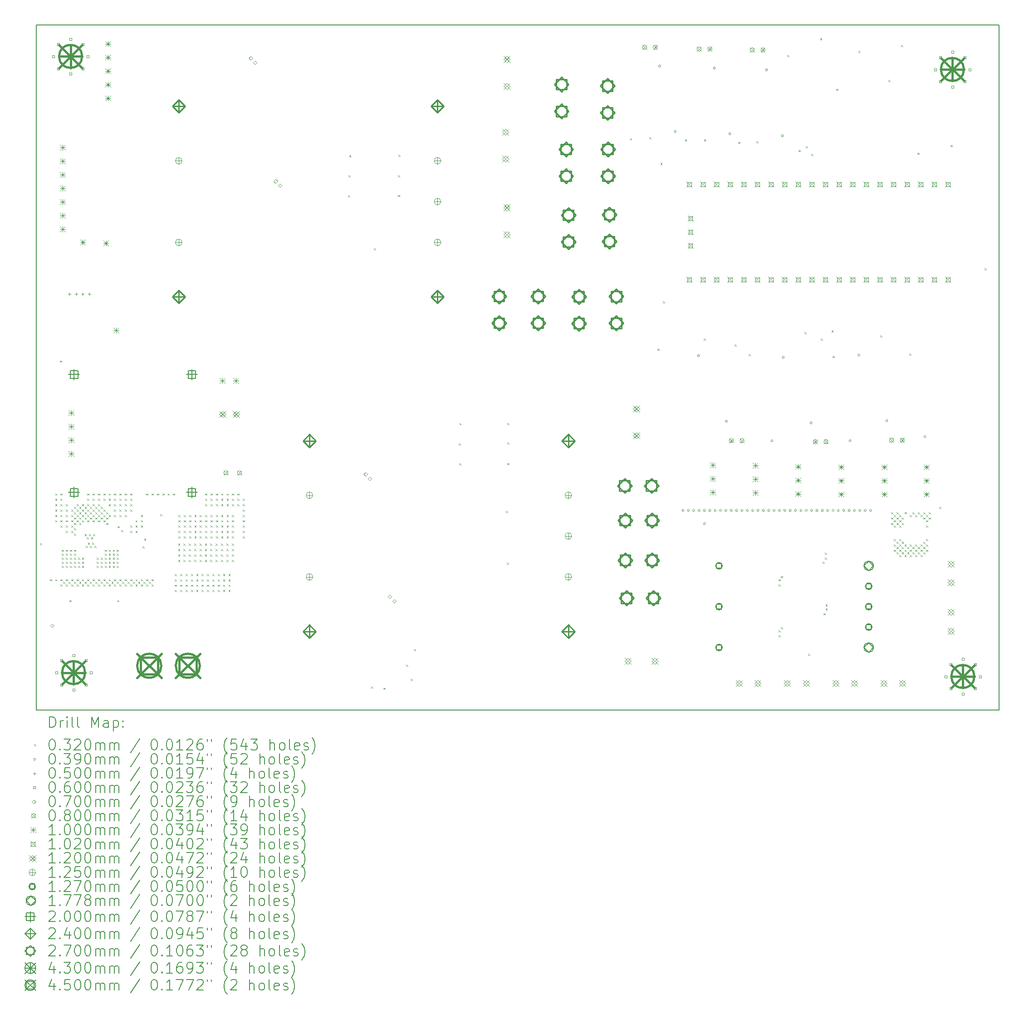
<source format=gbr>
%TF.GenerationSoftware,KiCad,Pcbnew,8.0.8-8.0.8-0~ubuntu22.04.1*%
%TF.CreationDate,2025-01-31T14:51:57-08:00*%
%TF.ProjectId,Backplane_Board,4261636b-706c-4616-9e65-5f426f617264,1*%
%TF.SameCoordinates,Original*%
%TF.FileFunction,Drillmap*%
%TF.FilePolarity,Positive*%
%FSLAX45Y45*%
G04 Gerber Fmt 4.5, Leading zero omitted, Abs format (unit mm)*
G04 Created by KiCad (PCBNEW 8.0.8-8.0.8-0~ubuntu22.04.1) date 2025-01-31 14:51:57*
%MOMM*%
%LPD*%
G01*
G04 APERTURE LIST*
%ADD10C,0.200000*%
%ADD11C,0.100000*%
%ADD12C,0.102000*%
%ADD13C,0.120000*%
%ADD14C,0.125000*%
%ADD15C,0.127000*%
%ADD16C,0.177800*%
%ADD17C,0.240000*%
%ADD18C,0.270000*%
%ADD19C,0.430000*%
%ADD20C,0.450000*%
G04 APERTURE END LIST*
D10*
X3130000Y-2340000D02*
X21102000Y-2340000D01*
X21102000Y-15130000D01*
X3130000Y-15130000D01*
X3130000Y-2340000D01*
D11*
X3204000Y-12014000D02*
X3236000Y-12046000D01*
X3236000Y-12014000D02*
X3204000Y-12046000D01*
X3384000Y-12684000D02*
X3416000Y-12716000D01*
X3416000Y-12684000D02*
X3384000Y-12716000D01*
X3484000Y-11084000D02*
X3516000Y-11116000D01*
X3516000Y-11084000D02*
X3484000Y-11116000D01*
X3484000Y-11184000D02*
X3516000Y-11216000D01*
X3516000Y-11184000D02*
X3484000Y-11216000D01*
X3484000Y-11284000D02*
X3516000Y-11316000D01*
X3516000Y-11284000D02*
X3484000Y-11316000D01*
X3484000Y-11384000D02*
X3516000Y-11416000D01*
X3516000Y-11384000D02*
X3484000Y-11416000D01*
X3484000Y-11484000D02*
X3516000Y-11516000D01*
X3516000Y-11484000D02*
X3484000Y-11516000D01*
X3484000Y-11584000D02*
X3516000Y-11616000D01*
X3516000Y-11584000D02*
X3484000Y-11616000D01*
X3484000Y-12684000D02*
X3516000Y-12716000D01*
X3516000Y-12684000D02*
X3484000Y-12716000D01*
X3574000Y-8604000D02*
X3606000Y-8636000D01*
X3606000Y-8604000D02*
X3574000Y-8636000D01*
X3584000Y-11084000D02*
X3616000Y-11116000D01*
X3616000Y-11084000D02*
X3584000Y-11116000D01*
X3584000Y-11184000D02*
X3616000Y-11216000D01*
X3616000Y-11184000D02*
X3584000Y-11216000D01*
X3584000Y-11284000D02*
X3616000Y-11316000D01*
X3616000Y-11284000D02*
X3584000Y-11316000D01*
X3584000Y-11384000D02*
X3616000Y-11416000D01*
X3616000Y-11384000D02*
X3584000Y-11416000D01*
X3584000Y-11484000D02*
X3616000Y-11516000D01*
X3616000Y-11484000D02*
X3584000Y-11516000D01*
X3584000Y-11584000D02*
X3616000Y-11616000D01*
X3616000Y-11584000D02*
X3584000Y-11616000D01*
X3584000Y-11684000D02*
X3616000Y-11716000D01*
X3616000Y-11684000D02*
X3584000Y-11716000D01*
X3584000Y-12684000D02*
X3616000Y-12716000D01*
X3616000Y-12684000D02*
X3584000Y-12716000D01*
X3584000Y-12784000D02*
X3616000Y-12816000D01*
X3616000Y-12784000D02*
X3584000Y-12816000D01*
X3609000Y-12134000D02*
X3641000Y-12166000D01*
X3641000Y-12134000D02*
X3609000Y-12166000D01*
X3609000Y-12209000D02*
X3641000Y-12241000D01*
X3641000Y-12209000D02*
X3609000Y-12241000D01*
X3609000Y-12284000D02*
X3641000Y-12316000D01*
X3641000Y-12284000D02*
X3609000Y-12316000D01*
X3609000Y-12359000D02*
X3641000Y-12391000D01*
X3641000Y-12359000D02*
X3609000Y-12391000D01*
X3609000Y-12434000D02*
X3641000Y-12466000D01*
X3641000Y-12434000D02*
X3609000Y-12466000D01*
X3634000Y-12734000D02*
X3666000Y-12766000D01*
X3666000Y-12734000D02*
X3634000Y-12766000D01*
X3684000Y-11284000D02*
X3716000Y-11316000D01*
X3716000Y-11284000D02*
X3684000Y-11316000D01*
X3684000Y-11384000D02*
X3716000Y-11416000D01*
X3716000Y-11384000D02*
X3684000Y-11416000D01*
X3684000Y-11484000D02*
X3716000Y-11516000D01*
X3716000Y-11484000D02*
X3684000Y-11516000D01*
X3684000Y-11584000D02*
X3716000Y-11616000D01*
X3716000Y-11584000D02*
X3684000Y-11616000D01*
X3684000Y-11684000D02*
X3716000Y-11716000D01*
X3716000Y-11684000D02*
X3684000Y-11716000D01*
X3684000Y-11784000D02*
X3716000Y-11816000D01*
X3716000Y-11784000D02*
X3684000Y-11816000D01*
X3684000Y-12134000D02*
X3716000Y-12166000D01*
X3716000Y-12134000D02*
X3684000Y-12166000D01*
X3684000Y-12209000D02*
X3716000Y-12241000D01*
X3716000Y-12209000D02*
X3684000Y-12241000D01*
X3684000Y-12284000D02*
X3716000Y-12316000D01*
X3716000Y-12284000D02*
X3684000Y-12316000D01*
X3684000Y-12359000D02*
X3716000Y-12391000D01*
X3716000Y-12359000D02*
X3684000Y-12391000D01*
X3684000Y-12434000D02*
X3716000Y-12466000D01*
X3716000Y-12434000D02*
X3684000Y-12466000D01*
X3684000Y-12684000D02*
X3716000Y-12716000D01*
X3716000Y-12684000D02*
X3684000Y-12716000D01*
X3684000Y-12784000D02*
X3716000Y-12816000D01*
X3716000Y-12784000D02*
X3684000Y-12816000D01*
X3734000Y-12734000D02*
X3766000Y-12766000D01*
X3766000Y-12734000D02*
X3734000Y-12766000D01*
X3749660Y-13074000D02*
X3781660Y-13106000D01*
X3781660Y-13074000D02*
X3749660Y-13106000D01*
X3759000Y-12134000D02*
X3791000Y-12166000D01*
X3791000Y-12134000D02*
X3759000Y-12166000D01*
X3759000Y-12209000D02*
X3791000Y-12241000D01*
X3791000Y-12209000D02*
X3759000Y-12241000D01*
X3759000Y-12284000D02*
X3791000Y-12316000D01*
X3791000Y-12284000D02*
X3759000Y-12316000D01*
X3759000Y-12359000D02*
X3791000Y-12391000D01*
X3791000Y-12359000D02*
X3759000Y-12391000D01*
X3759000Y-12434000D02*
X3791000Y-12466000D01*
X3791000Y-12434000D02*
X3759000Y-12466000D01*
X3784000Y-11384000D02*
X3816000Y-11416000D01*
X3816000Y-11384000D02*
X3784000Y-11416000D01*
X3784000Y-11484000D02*
X3816000Y-11516000D01*
X3816000Y-11484000D02*
X3784000Y-11516000D01*
X3784000Y-11584000D02*
X3816000Y-11616000D01*
X3816000Y-11584000D02*
X3784000Y-11616000D01*
X3784000Y-11684000D02*
X3816000Y-11716000D01*
X3816000Y-11684000D02*
X3784000Y-11716000D01*
X3784000Y-11784000D02*
X3816000Y-11816000D01*
X3816000Y-11784000D02*
X3784000Y-11816000D01*
X3784000Y-12684000D02*
X3816000Y-12716000D01*
X3816000Y-12684000D02*
X3784000Y-12716000D01*
X3784000Y-12784000D02*
X3816000Y-12816000D01*
X3816000Y-12784000D02*
X3784000Y-12816000D01*
X3834000Y-11334000D02*
X3866000Y-11366000D01*
X3866000Y-11334000D02*
X3834000Y-11366000D01*
X3834000Y-11434000D02*
X3866000Y-11466000D01*
X3866000Y-11434000D02*
X3834000Y-11466000D01*
X3834000Y-11534000D02*
X3866000Y-11566000D01*
X3866000Y-11534000D02*
X3834000Y-11566000D01*
X3834000Y-11634000D02*
X3866000Y-11666000D01*
X3866000Y-11634000D02*
X3834000Y-11666000D01*
X3834000Y-11734000D02*
X3866000Y-11766000D01*
X3866000Y-11734000D02*
X3834000Y-11766000D01*
X3834000Y-11834000D02*
X3866000Y-11866000D01*
X3866000Y-11834000D02*
X3834000Y-11866000D01*
X3834000Y-12134000D02*
X3866000Y-12166000D01*
X3866000Y-12134000D02*
X3834000Y-12166000D01*
X3834000Y-12209000D02*
X3866000Y-12241000D01*
X3866000Y-12209000D02*
X3834000Y-12241000D01*
X3834000Y-12284000D02*
X3866000Y-12316000D01*
X3866000Y-12284000D02*
X3834000Y-12316000D01*
X3834000Y-12359000D02*
X3866000Y-12391000D01*
X3866000Y-12359000D02*
X3834000Y-12391000D01*
X3834000Y-12434000D02*
X3866000Y-12466000D01*
X3866000Y-12434000D02*
X3834000Y-12466000D01*
X3834000Y-12734000D02*
X3866000Y-12766000D01*
X3866000Y-12734000D02*
X3834000Y-12766000D01*
X3884000Y-11284000D02*
X3916000Y-11316000D01*
X3916000Y-11284000D02*
X3884000Y-11316000D01*
X3884000Y-11384000D02*
X3916000Y-11416000D01*
X3916000Y-11384000D02*
X3884000Y-11416000D01*
X3884000Y-11484000D02*
X3916000Y-11516000D01*
X3916000Y-11484000D02*
X3884000Y-11516000D01*
X3884000Y-11584000D02*
X3916000Y-11616000D01*
X3916000Y-11584000D02*
X3884000Y-11616000D01*
X3884000Y-12684000D02*
X3916000Y-12716000D01*
X3916000Y-12684000D02*
X3884000Y-12716000D01*
X3884000Y-12784000D02*
X3916000Y-12816000D01*
X3916000Y-12784000D02*
X3884000Y-12816000D01*
X3909000Y-12284000D02*
X3941000Y-12316000D01*
X3941000Y-12284000D02*
X3909000Y-12316000D01*
X3909000Y-12359000D02*
X3941000Y-12391000D01*
X3941000Y-12359000D02*
X3909000Y-12391000D01*
X3909000Y-12434000D02*
X3941000Y-12466000D01*
X3941000Y-12434000D02*
X3909000Y-12466000D01*
X3934000Y-11334000D02*
X3966000Y-11366000D01*
X3966000Y-11334000D02*
X3934000Y-11366000D01*
X3934000Y-11434000D02*
X3966000Y-11466000D01*
X3966000Y-11434000D02*
X3934000Y-11466000D01*
X3934000Y-11534000D02*
X3966000Y-11566000D01*
X3966000Y-11534000D02*
X3934000Y-11566000D01*
X3934000Y-11634000D02*
X3966000Y-11666000D01*
X3966000Y-11634000D02*
X3934000Y-11666000D01*
X3934000Y-12734000D02*
X3966000Y-12766000D01*
X3966000Y-12734000D02*
X3934000Y-12766000D01*
X3984000Y-11284000D02*
X4016000Y-11316000D01*
X4016000Y-11284000D02*
X3984000Y-11316000D01*
X3984000Y-11384000D02*
X4016000Y-11416000D01*
X4016000Y-11384000D02*
X3984000Y-11416000D01*
X3984000Y-11484000D02*
X4016000Y-11516000D01*
X4016000Y-11484000D02*
X3984000Y-11516000D01*
X3984000Y-11584000D02*
X4016000Y-11616000D01*
X4016000Y-11584000D02*
X3984000Y-11616000D01*
X3984000Y-12284000D02*
X4016000Y-12316000D01*
X4016000Y-12284000D02*
X3984000Y-12316000D01*
X3984000Y-12359000D02*
X4016000Y-12391000D01*
X4016000Y-12359000D02*
X3984000Y-12391000D01*
X3984000Y-12434000D02*
X4016000Y-12466000D01*
X4016000Y-12434000D02*
X3984000Y-12466000D01*
X3984000Y-12684000D02*
X4016000Y-12716000D01*
X4016000Y-12684000D02*
X3984000Y-12716000D01*
X3984000Y-12784000D02*
X4016000Y-12816000D01*
X4016000Y-12784000D02*
X3984000Y-12816000D01*
X4034000Y-11334000D02*
X4066000Y-11366000D01*
X4066000Y-11334000D02*
X4034000Y-11366000D01*
X4034000Y-11434000D02*
X4066000Y-11466000D01*
X4066000Y-11434000D02*
X4034000Y-11466000D01*
X4034000Y-11534000D02*
X4066000Y-11566000D01*
X4066000Y-11534000D02*
X4034000Y-11566000D01*
X4034000Y-11844000D02*
X4066000Y-11876000D01*
X4066000Y-11844000D02*
X4034000Y-11876000D01*
X4034000Y-12734000D02*
X4066000Y-12766000D01*
X4066000Y-12734000D02*
X4034000Y-12766000D01*
X4054000Y-12064000D02*
X4086000Y-12096000D01*
X4086000Y-12064000D02*
X4054000Y-12096000D01*
X4074000Y-11904000D02*
X4106000Y-11936000D01*
X4106000Y-11904000D02*
X4074000Y-11936000D01*
X4084000Y-11084000D02*
X4116000Y-11116000D01*
X4116000Y-11084000D02*
X4084000Y-11116000D01*
X4084000Y-11184000D02*
X4116000Y-11216000D01*
X4116000Y-11184000D02*
X4084000Y-11216000D01*
X4084000Y-11284000D02*
X4116000Y-11316000D01*
X4116000Y-11284000D02*
X4084000Y-11316000D01*
X4084000Y-11384000D02*
X4116000Y-11416000D01*
X4116000Y-11384000D02*
X4084000Y-11416000D01*
X4084000Y-11484000D02*
X4116000Y-11516000D01*
X4116000Y-11484000D02*
X4084000Y-11516000D01*
X4084000Y-11584000D02*
X4116000Y-11616000D01*
X4116000Y-11584000D02*
X4084000Y-11616000D01*
X4084000Y-12684000D02*
X4116000Y-12716000D01*
X4116000Y-12684000D02*
X4084000Y-12716000D01*
X4084000Y-12784000D02*
X4116000Y-12816000D01*
X4116000Y-12784000D02*
X4084000Y-12816000D01*
X4094000Y-12004000D02*
X4126000Y-12036000D01*
X4126000Y-12004000D02*
X4094000Y-12036000D01*
X4114000Y-11844000D02*
X4146000Y-11876000D01*
X4146000Y-11844000D02*
X4114000Y-11876000D01*
X4134000Y-11334000D02*
X4166000Y-11366000D01*
X4166000Y-11334000D02*
X4134000Y-11366000D01*
X4134000Y-11434000D02*
X4166000Y-11466000D01*
X4166000Y-11434000D02*
X4134000Y-11466000D01*
X4134000Y-11534000D02*
X4166000Y-11566000D01*
X4166000Y-11534000D02*
X4134000Y-11566000D01*
X4134000Y-12064000D02*
X4166000Y-12096000D01*
X4166000Y-12064000D02*
X4134000Y-12096000D01*
X4134000Y-12734000D02*
X4166000Y-12766000D01*
X4166000Y-12734000D02*
X4134000Y-12766000D01*
X4154000Y-11904000D02*
X4186000Y-11936000D01*
X4186000Y-11904000D02*
X4154000Y-11936000D01*
X4174000Y-12004000D02*
X4206000Y-12036000D01*
X4206000Y-12004000D02*
X4174000Y-12036000D01*
X4184000Y-11084000D02*
X4216000Y-11116000D01*
X4216000Y-11084000D02*
X4184000Y-11116000D01*
X4184000Y-11184000D02*
X4216000Y-11216000D01*
X4216000Y-11184000D02*
X4184000Y-11216000D01*
X4184000Y-11284000D02*
X4216000Y-11316000D01*
X4216000Y-11284000D02*
X4184000Y-11316000D01*
X4184000Y-11384000D02*
X4216000Y-11416000D01*
X4216000Y-11384000D02*
X4184000Y-11416000D01*
X4184000Y-11484000D02*
X4216000Y-11516000D01*
X4216000Y-11484000D02*
X4184000Y-11516000D01*
X4184000Y-11584000D02*
X4216000Y-11616000D01*
X4216000Y-11584000D02*
X4184000Y-11616000D01*
X4184000Y-12684000D02*
X4216000Y-12716000D01*
X4216000Y-12684000D02*
X4184000Y-12716000D01*
X4184000Y-12784000D02*
X4216000Y-12816000D01*
X4216000Y-12784000D02*
X4184000Y-12816000D01*
X4194000Y-11844000D02*
X4226000Y-11876000D01*
X4226000Y-11844000D02*
X4194000Y-11876000D01*
X4214000Y-12064000D02*
X4246000Y-12096000D01*
X4246000Y-12064000D02*
X4214000Y-12096000D01*
X4234000Y-11334000D02*
X4266000Y-11366000D01*
X4266000Y-11334000D02*
X4234000Y-11366000D01*
X4234000Y-11434000D02*
X4266000Y-11466000D01*
X4266000Y-11434000D02*
X4234000Y-11466000D01*
X4234000Y-11534000D02*
X4266000Y-11566000D01*
X4266000Y-11534000D02*
X4234000Y-11566000D01*
X4234000Y-12734000D02*
X4266000Y-12766000D01*
X4266000Y-12734000D02*
X4234000Y-12766000D01*
X4259000Y-12284000D02*
X4291000Y-12316000D01*
X4291000Y-12284000D02*
X4259000Y-12316000D01*
X4259000Y-12359000D02*
X4291000Y-12391000D01*
X4291000Y-12359000D02*
X4259000Y-12391000D01*
X4259000Y-12434000D02*
X4291000Y-12466000D01*
X4291000Y-12434000D02*
X4259000Y-12466000D01*
X4284000Y-11084000D02*
X4316000Y-11116000D01*
X4316000Y-11084000D02*
X4284000Y-11116000D01*
X4284000Y-11184000D02*
X4316000Y-11216000D01*
X4316000Y-11184000D02*
X4284000Y-11216000D01*
X4284000Y-11284000D02*
X4316000Y-11316000D01*
X4316000Y-11284000D02*
X4284000Y-11316000D01*
X4284000Y-11384000D02*
X4316000Y-11416000D01*
X4316000Y-11384000D02*
X4284000Y-11416000D01*
X4284000Y-11484000D02*
X4316000Y-11516000D01*
X4316000Y-11484000D02*
X4284000Y-11516000D01*
X4284000Y-11584000D02*
X4316000Y-11616000D01*
X4316000Y-11584000D02*
X4284000Y-11616000D01*
X4284000Y-12684000D02*
X4316000Y-12716000D01*
X4316000Y-12684000D02*
X4284000Y-12716000D01*
X4284000Y-12784000D02*
X4316000Y-12816000D01*
X4316000Y-12784000D02*
X4284000Y-12816000D01*
X4334000Y-11334000D02*
X4366000Y-11366000D01*
X4366000Y-11334000D02*
X4334000Y-11366000D01*
X4334000Y-11434000D02*
X4366000Y-11466000D01*
X4366000Y-11434000D02*
X4334000Y-11466000D01*
X4334000Y-11534000D02*
X4366000Y-11566000D01*
X4366000Y-11534000D02*
X4334000Y-11566000D01*
X4334000Y-12284000D02*
X4366000Y-12316000D01*
X4366000Y-12284000D02*
X4334000Y-12316000D01*
X4334000Y-12359000D02*
X4366000Y-12391000D01*
X4366000Y-12359000D02*
X4334000Y-12391000D01*
X4334000Y-12434000D02*
X4366000Y-12466000D01*
X4366000Y-12434000D02*
X4334000Y-12466000D01*
X4334000Y-12734000D02*
X4366000Y-12766000D01*
X4366000Y-12734000D02*
X4334000Y-12766000D01*
X4384000Y-11084000D02*
X4416000Y-11116000D01*
X4416000Y-11084000D02*
X4384000Y-11116000D01*
X4384000Y-11184000D02*
X4416000Y-11216000D01*
X4416000Y-11184000D02*
X4384000Y-11216000D01*
X4384000Y-11384000D02*
X4416000Y-11416000D01*
X4416000Y-11384000D02*
X4384000Y-11416000D01*
X4384000Y-11484000D02*
X4416000Y-11516000D01*
X4416000Y-11484000D02*
X4384000Y-11516000D01*
X4384000Y-11584000D02*
X4416000Y-11616000D01*
X4416000Y-11584000D02*
X4384000Y-11616000D01*
X4384000Y-12684000D02*
X4416000Y-12716000D01*
X4416000Y-12684000D02*
X4384000Y-12716000D01*
X4384000Y-12784000D02*
X4416000Y-12816000D01*
X4416000Y-12784000D02*
X4384000Y-12816000D01*
X4409000Y-12134000D02*
X4441000Y-12166000D01*
X4441000Y-12134000D02*
X4409000Y-12166000D01*
X4409000Y-12209000D02*
X4441000Y-12241000D01*
X4441000Y-12209000D02*
X4409000Y-12241000D01*
X4409000Y-12284000D02*
X4441000Y-12316000D01*
X4441000Y-12284000D02*
X4409000Y-12316000D01*
X4409000Y-12359000D02*
X4441000Y-12391000D01*
X4441000Y-12359000D02*
X4409000Y-12391000D01*
X4409000Y-12434000D02*
X4441000Y-12466000D01*
X4441000Y-12434000D02*
X4409000Y-12466000D01*
X4434000Y-11434000D02*
X4466000Y-11466000D01*
X4466000Y-11434000D02*
X4434000Y-11466000D01*
X4434000Y-11534000D02*
X4466000Y-11566000D01*
X4466000Y-11534000D02*
X4434000Y-11566000D01*
X4434000Y-11634000D02*
X4466000Y-11666000D01*
X4466000Y-11634000D02*
X4434000Y-11666000D01*
X4434000Y-12734000D02*
X4466000Y-12766000D01*
X4466000Y-12734000D02*
X4434000Y-12766000D01*
X4484000Y-11084000D02*
X4516000Y-11116000D01*
X4516000Y-11084000D02*
X4484000Y-11116000D01*
X4484000Y-11184000D02*
X4516000Y-11216000D01*
X4516000Y-11184000D02*
X4484000Y-11216000D01*
X4484000Y-11284000D02*
X4516000Y-11316000D01*
X4516000Y-11284000D02*
X4484000Y-11316000D01*
X4484000Y-11484000D02*
X4516000Y-11516000D01*
X4516000Y-11484000D02*
X4484000Y-11516000D01*
X4484000Y-12134000D02*
X4516000Y-12166000D01*
X4516000Y-12134000D02*
X4484000Y-12166000D01*
X4484000Y-12209000D02*
X4516000Y-12241000D01*
X4516000Y-12209000D02*
X4484000Y-12241000D01*
X4484000Y-12284000D02*
X4516000Y-12316000D01*
X4516000Y-12284000D02*
X4484000Y-12316000D01*
X4484000Y-12359000D02*
X4516000Y-12391000D01*
X4516000Y-12359000D02*
X4484000Y-12391000D01*
X4484000Y-12434000D02*
X4516000Y-12466000D01*
X4516000Y-12434000D02*
X4484000Y-12466000D01*
X4484000Y-12684000D02*
X4516000Y-12716000D01*
X4516000Y-12684000D02*
X4484000Y-12716000D01*
X4484000Y-12784000D02*
X4516000Y-12816000D01*
X4516000Y-12784000D02*
X4484000Y-12816000D01*
X4534000Y-12734000D02*
X4566000Y-12766000D01*
X4566000Y-12734000D02*
X4534000Y-12766000D01*
X4559000Y-12134000D02*
X4591000Y-12166000D01*
X4591000Y-12134000D02*
X4559000Y-12166000D01*
X4559000Y-12209000D02*
X4591000Y-12241000D01*
X4591000Y-12209000D02*
X4559000Y-12241000D01*
X4559000Y-12284000D02*
X4591000Y-12316000D01*
X4591000Y-12284000D02*
X4559000Y-12316000D01*
X4559000Y-12359000D02*
X4591000Y-12391000D01*
X4591000Y-12359000D02*
X4559000Y-12391000D01*
X4559000Y-12434000D02*
X4591000Y-12466000D01*
X4591000Y-12434000D02*
X4559000Y-12466000D01*
X4584000Y-11084000D02*
X4616000Y-11116000D01*
X4616000Y-11084000D02*
X4584000Y-11116000D01*
X4584000Y-11184000D02*
X4616000Y-11216000D01*
X4616000Y-11184000D02*
X4584000Y-11216000D01*
X4584000Y-11284000D02*
X4616000Y-11316000D01*
X4616000Y-11284000D02*
X4584000Y-11316000D01*
X4584000Y-11384000D02*
X4616000Y-11416000D01*
X4616000Y-11384000D02*
X4584000Y-11416000D01*
X4584000Y-11484000D02*
X4616000Y-11516000D01*
X4616000Y-11484000D02*
X4584000Y-11516000D01*
X4584000Y-12684000D02*
X4616000Y-12716000D01*
X4616000Y-12684000D02*
X4584000Y-12716000D01*
X4584000Y-12784000D02*
X4616000Y-12816000D01*
X4616000Y-12784000D02*
X4584000Y-12816000D01*
X4634000Y-12134000D02*
X4666000Y-12166000D01*
X4666000Y-12134000D02*
X4634000Y-12166000D01*
X4634000Y-12209000D02*
X4666000Y-12241000D01*
X4666000Y-12209000D02*
X4634000Y-12241000D01*
X4634000Y-12284000D02*
X4666000Y-12316000D01*
X4666000Y-12284000D02*
X4634000Y-12316000D01*
X4634000Y-12359000D02*
X4666000Y-12391000D01*
X4666000Y-12359000D02*
X4634000Y-12391000D01*
X4634000Y-12434000D02*
X4666000Y-12466000D01*
X4666000Y-12434000D02*
X4634000Y-12466000D01*
X4634000Y-12734000D02*
X4666000Y-12766000D01*
X4666000Y-12734000D02*
X4634000Y-12766000D01*
X4644000Y-13074000D02*
X4676000Y-13106000D01*
X4676000Y-13074000D02*
X4644000Y-13106000D01*
X4649059Y-11695019D02*
X4681059Y-11727019D01*
X4681059Y-11695019D02*
X4649059Y-11727019D01*
X4684000Y-11084000D02*
X4716000Y-11116000D01*
X4716000Y-11084000D02*
X4684000Y-11116000D01*
X4684000Y-11184000D02*
X4716000Y-11216000D01*
X4716000Y-11184000D02*
X4684000Y-11216000D01*
X4684000Y-11284000D02*
X4716000Y-11316000D01*
X4716000Y-11284000D02*
X4684000Y-11316000D01*
X4684000Y-11384000D02*
X4716000Y-11416000D01*
X4716000Y-11384000D02*
X4684000Y-11416000D01*
X4684000Y-11484000D02*
X4716000Y-11516000D01*
X4716000Y-11484000D02*
X4684000Y-11516000D01*
X4684000Y-12684000D02*
X4716000Y-12716000D01*
X4716000Y-12684000D02*
X4684000Y-12716000D01*
X4684000Y-12784000D02*
X4716000Y-12816000D01*
X4716000Y-12784000D02*
X4684000Y-12816000D01*
X4716941Y-11762901D02*
X4748941Y-11794901D01*
X4748941Y-11762901D02*
X4716941Y-11794901D01*
X4734000Y-12734000D02*
X4766000Y-12766000D01*
X4766000Y-12734000D02*
X4734000Y-12766000D01*
X4784000Y-11084000D02*
X4816000Y-11116000D01*
X4816000Y-11084000D02*
X4784000Y-11116000D01*
X4784000Y-11184000D02*
X4816000Y-11216000D01*
X4816000Y-11184000D02*
X4784000Y-11216000D01*
X4784000Y-11284000D02*
X4816000Y-11316000D01*
X4816000Y-11284000D02*
X4784000Y-11316000D01*
X4784000Y-11384000D02*
X4816000Y-11416000D01*
X4816000Y-11384000D02*
X4784000Y-11416000D01*
X4784000Y-11484000D02*
X4816000Y-11516000D01*
X4816000Y-11484000D02*
X4784000Y-11516000D01*
X4784000Y-12684000D02*
X4816000Y-12716000D01*
X4816000Y-12684000D02*
X4784000Y-12716000D01*
X4784000Y-12784000D02*
X4816000Y-12816000D01*
X4816000Y-12784000D02*
X4784000Y-12816000D01*
X4834000Y-12734000D02*
X4866000Y-12766000D01*
X4866000Y-12734000D02*
X4834000Y-12766000D01*
X4884000Y-11084000D02*
X4916000Y-11116000D01*
X4916000Y-11084000D02*
X4884000Y-11116000D01*
X4884000Y-11184000D02*
X4916000Y-11216000D01*
X4916000Y-11184000D02*
X4884000Y-11216000D01*
X4884000Y-11284000D02*
X4916000Y-11316000D01*
X4916000Y-11284000D02*
X4884000Y-11316000D01*
X4884000Y-11384000D02*
X4916000Y-11416000D01*
X4916000Y-11384000D02*
X4884000Y-11416000D01*
X4884000Y-11684000D02*
X4916000Y-11716000D01*
X4916000Y-11684000D02*
X4884000Y-11716000D01*
X4884000Y-11784000D02*
X4916000Y-11816000D01*
X4916000Y-11784000D02*
X4884000Y-11816000D01*
X4884000Y-12684000D02*
X4916000Y-12716000D01*
X4916000Y-12684000D02*
X4884000Y-12716000D01*
X4884000Y-12784000D02*
X4916000Y-12816000D01*
X4916000Y-12784000D02*
X4884000Y-12816000D01*
X4934000Y-12734000D02*
X4966000Y-12766000D01*
X4966000Y-12734000D02*
X4934000Y-12766000D01*
X4984000Y-11584000D02*
X5016000Y-11616000D01*
X5016000Y-11584000D02*
X4984000Y-11616000D01*
X4984000Y-11684000D02*
X5016000Y-11716000D01*
X5016000Y-11684000D02*
X4984000Y-11716000D01*
X4984000Y-11784000D02*
X5016000Y-11816000D01*
X5016000Y-11784000D02*
X4984000Y-11816000D01*
X4984000Y-12684000D02*
X5016000Y-12716000D01*
X5016000Y-12684000D02*
X4984000Y-12716000D01*
X4984000Y-12784000D02*
X5016000Y-12816000D01*
X5016000Y-12784000D02*
X4984000Y-12816000D01*
X5034000Y-12734000D02*
X5066000Y-12766000D01*
X5066000Y-12734000D02*
X5034000Y-12766000D01*
X5084000Y-11484000D02*
X5116000Y-11516000D01*
X5116000Y-11484000D02*
X5084000Y-11516000D01*
X5084000Y-11584000D02*
X5116000Y-11616000D01*
X5116000Y-11584000D02*
X5084000Y-11616000D01*
X5084000Y-11684000D02*
X5116000Y-11716000D01*
X5116000Y-11684000D02*
X5084000Y-11716000D01*
X5084000Y-12684000D02*
X5116000Y-12716000D01*
X5116000Y-12684000D02*
X5084000Y-12716000D01*
X5084000Y-12784000D02*
X5116000Y-12816000D01*
X5116000Y-12784000D02*
X5084000Y-12816000D01*
X5114000Y-12074000D02*
X5146000Y-12106000D01*
X5146000Y-12074000D02*
X5114000Y-12106000D01*
X5134000Y-12734000D02*
X5166000Y-12766000D01*
X5166000Y-12734000D02*
X5134000Y-12766000D01*
X5144000Y-11924000D02*
X5176000Y-11956000D01*
X5176000Y-11924000D02*
X5144000Y-11956000D01*
X5184000Y-11084000D02*
X5216000Y-11116000D01*
X5216000Y-11084000D02*
X5184000Y-11116000D01*
X5184000Y-12684000D02*
X5216000Y-12716000D01*
X5216000Y-12684000D02*
X5184000Y-12716000D01*
X5184000Y-12784000D02*
X5216000Y-12816000D01*
X5216000Y-12784000D02*
X5184000Y-12816000D01*
X5234000Y-12734000D02*
X5266000Y-12766000D01*
X5266000Y-12734000D02*
X5234000Y-12766000D01*
X5284000Y-11084000D02*
X5316000Y-11116000D01*
X5316000Y-11084000D02*
X5284000Y-11116000D01*
X5284000Y-12684000D02*
X5316000Y-12716000D01*
X5316000Y-12684000D02*
X5284000Y-12716000D01*
X5284000Y-12784000D02*
X5316000Y-12816000D01*
X5316000Y-12784000D02*
X5284000Y-12816000D01*
X5384000Y-11084000D02*
X5416000Y-11116000D01*
X5416000Y-11084000D02*
X5384000Y-11116000D01*
X5444000Y-11469000D02*
X5476000Y-11501000D01*
X5476000Y-11469000D02*
X5444000Y-11501000D01*
X5484000Y-11084000D02*
X5516000Y-11116000D01*
X5516000Y-11084000D02*
X5484000Y-11116000D01*
X5584000Y-11084000D02*
X5616000Y-11116000D01*
X5616000Y-11084000D02*
X5584000Y-11116000D01*
X5684000Y-11084000D02*
X5716000Y-11116000D01*
X5716000Y-11084000D02*
X5684000Y-11116000D01*
X5718000Y-12586000D02*
X5750000Y-12618000D01*
X5750000Y-12586000D02*
X5718000Y-12618000D01*
X5718000Y-12686000D02*
X5750000Y-12718000D01*
X5750000Y-12686000D02*
X5718000Y-12718000D01*
X5718000Y-12786000D02*
X5750000Y-12818000D01*
X5750000Y-12786000D02*
X5718000Y-12818000D01*
X5718000Y-12886000D02*
X5750000Y-12918000D01*
X5750000Y-12886000D02*
X5718000Y-12918000D01*
X5779000Y-12022000D02*
X5811000Y-12054000D01*
X5811000Y-12022000D02*
X5779000Y-12054000D01*
X5779000Y-12122000D02*
X5811000Y-12154000D01*
X5811000Y-12122000D02*
X5779000Y-12154000D01*
X5779000Y-12222000D02*
X5811000Y-12254000D01*
X5811000Y-12222000D02*
X5779000Y-12254000D01*
X5779000Y-12322000D02*
X5811000Y-12354000D01*
X5811000Y-12322000D02*
X5779000Y-12354000D01*
X5784000Y-11484000D02*
X5816000Y-11516000D01*
X5816000Y-11484000D02*
X5784000Y-11516000D01*
X5784000Y-11584000D02*
X5816000Y-11616000D01*
X5816000Y-11584000D02*
X5784000Y-11616000D01*
X5784000Y-11684000D02*
X5816000Y-11716000D01*
X5816000Y-11684000D02*
X5784000Y-11716000D01*
X5784000Y-11784000D02*
X5816000Y-11816000D01*
X5816000Y-11784000D02*
X5784000Y-11816000D01*
X5784000Y-11884000D02*
X5816000Y-11916000D01*
X5816000Y-11884000D02*
X5784000Y-11916000D01*
X5818000Y-12586000D02*
X5850000Y-12618000D01*
X5850000Y-12586000D02*
X5818000Y-12618000D01*
X5818000Y-12686000D02*
X5850000Y-12718000D01*
X5850000Y-12686000D02*
X5818000Y-12718000D01*
X5818000Y-12786000D02*
X5850000Y-12818000D01*
X5850000Y-12786000D02*
X5818000Y-12818000D01*
X5818000Y-12886000D02*
X5850000Y-12918000D01*
X5850000Y-12886000D02*
X5818000Y-12918000D01*
X5879000Y-12022000D02*
X5911000Y-12054000D01*
X5911000Y-12022000D02*
X5879000Y-12054000D01*
X5879000Y-12122000D02*
X5911000Y-12154000D01*
X5911000Y-12122000D02*
X5879000Y-12154000D01*
X5879000Y-12222000D02*
X5911000Y-12254000D01*
X5911000Y-12222000D02*
X5879000Y-12254000D01*
X5879000Y-12322000D02*
X5911000Y-12354000D01*
X5911000Y-12322000D02*
X5879000Y-12354000D01*
X5884000Y-11484000D02*
X5916000Y-11516000D01*
X5916000Y-11484000D02*
X5884000Y-11516000D01*
X5884000Y-11584000D02*
X5916000Y-11616000D01*
X5916000Y-11584000D02*
X5884000Y-11616000D01*
X5884000Y-11684000D02*
X5916000Y-11716000D01*
X5916000Y-11684000D02*
X5884000Y-11716000D01*
X5884000Y-11784000D02*
X5916000Y-11816000D01*
X5916000Y-11784000D02*
X5884000Y-11816000D01*
X5884000Y-11884000D02*
X5916000Y-11916000D01*
X5916000Y-11884000D02*
X5884000Y-11916000D01*
X5918000Y-12586000D02*
X5950000Y-12618000D01*
X5950000Y-12586000D02*
X5918000Y-12618000D01*
X5918000Y-12686000D02*
X5950000Y-12718000D01*
X5950000Y-12686000D02*
X5918000Y-12718000D01*
X5918000Y-12786000D02*
X5950000Y-12818000D01*
X5950000Y-12786000D02*
X5918000Y-12818000D01*
X5918000Y-12886000D02*
X5950000Y-12918000D01*
X5950000Y-12886000D02*
X5918000Y-12918000D01*
X5979000Y-12022000D02*
X6011000Y-12054000D01*
X6011000Y-12022000D02*
X5979000Y-12054000D01*
X5979000Y-12122000D02*
X6011000Y-12154000D01*
X6011000Y-12122000D02*
X5979000Y-12154000D01*
X5979000Y-12222000D02*
X6011000Y-12254000D01*
X6011000Y-12222000D02*
X5979000Y-12254000D01*
X5979000Y-12322000D02*
X6011000Y-12354000D01*
X6011000Y-12322000D02*
X5979000Y-12354000D01*
X5984000Y-11484000D02*
X6016000Y-11516000D01*
X6016000Y-11484000D02*
X5984000Y-11516000D01*
X5984000Y-11584000D02*
X6016000Y-11616000D01*
X6016000Y-11584000D02*
X5984000Y-11616000D01*
X5984000Y-11684000D02*
X6016000Y-11716000D01*
X6016000Y-11684000D02*
X5984000Y-11716000D01*
X5984000Y-11784000D02*
X6016000Y-11816000D01*
X6016000Y-11784000D02*
X5984000Y-11816000D01*
X5984000Y-11884000D02*
X6016000Y-11916000D01*
X6016000Y-11884000D02*
X5984000Y-11916000D01*
X6018000Y-12586000D02*
X6050000Y-12618000D01*
X6050000Y-12586000D02*
X6018000Y-12618000D01*
X6018000Y-12686000D02*
X6050000Y-12718000D01*
X6050000Y-12686000D02*
X6018000Y-12718000D01*
X6018000Y-12786000D02*
X6050000Y-12818000D01*
X6050000Y-12786000D02*
X6018000Y-12818000D01*
X6018000Y-12886000D02*
X6050000Y-12918000D01*
X6050000Y-12886000D02*
X6018000Y-12918000D01*
X6079000Y-12022000D02*
X6111000Y-12054000D01*
X6111000Y-12022000D02*
X6079000Y-12054000D01*
X6079000Y-12122000D02*
X6111000Y-12154000D01*
X6111000Y-12122000D02*
X6079000Y-12154000D01*
X6079000Y-12222000D02*
X6111000Y-12254000D01*
X6111000Y-12222000D02*
X6079000Y-12254000D01*
X6079000Y-12322000D02*
X6111000Y-12354000D01*
X6111000Y-12322000D02*
X6079000Y-12354000D01*
X6084000Y-11484000D02*
X6116000Y-11516000D01*
X6116000Y-11484000D02*
X6084000Y-11516000D01*
X6084000Y-11584000D02*
X6116000Y-11616000D01*
X6116000Y-11584000D02*
X6084000Y-11616000D01*
X6084000Y-11684000D02*
X6116000Y-11716000D01*
X6116000Y-11684000D02*
X6084000Y-11716000D01*
X6084000Y-11784000D02*
X6116000Y-11816000D01*
X6116000Y-11784000D02*
X6084000Y-11816000D01*
X6084000Y-11884000D02*
X6116000Y-11916000D01*
X6116000Y-11884000D02*
X6084000Y-11916000D01*
X6118000Y-12586000D02*
X6150000Y-12618000D01*
X6150000Y-12586000D02*
X6118000Y-12618000D01*
X6118000Y-12686000D02*
X6150000Y-12718000D01*
X6150000Y-12686000D02*
X6118000Y-12718000D01*
X6118000Y-12786000D02*
X6150000Y-12818000D01*
X6150000Y-12786000D02*
X6118000Y-12818000D01*
X6118000Y-12886000D02*
X6150000Y-12918000D01*
X6150000Y-12886000D02*
X6118000Y-12918000D01*
X6179000Y-12022000D02*
X6211000Y-12054000D01*
X6211000Y-12022000D02*
X6179000Y-12054000D01*
X6179000Y-12122000D02*
X6211000Y-12154000D01*
X6211000Y-12122000D02*
X6179000Y-12154000D01*
X6179000Y-12222000D02*
X6211000Y-12254000D01*
X6211000Y-12222000D02*
X6179000Y-12254000D01*
X6179000Y-12322000D02*
X6211000Y-12354000D01*
X6211000Y-12322000D02*
X6179000Y-12354000D01*
X6184000Y-11484000D02*
X6216000Y-11516000D01*
X6216000Y-11484000D02*
X6184000Y-11516000D01*
X6184000Y-11584000D02*
X6216000Y-11616000D01*
X6216000Y-11584000D02*
X6184000Y-11616000D01*
X6184000Y-11684000D02*
X6216000Y-11716000D01*
X6216000Y-11684000D02*
X6184000Y-11716000D01*
X6184000Y-11784000D02*
X6216000Y-11816000D01*
X6216000Y-11784000D02*
X6184000Y-11816000D01*
X6184000Y-11884000D02*
X6216000Y-11916000D01*
X6216000Y-11884000D02*
X6184000Y-11916000D01*
X6218000Y-12586000D02*
X6250000Y-12618000D01*
X6250000Y-12586000D02*
X6218000Y-12618000D01*
X6218000Y-12686000D02*
X6250000Y-12718000D01*
X6250000Y-12686000D02*
X6218000Y-12718000D01*
X6218000Y-12786000D02*
X6250000Y-12818000D01*
X6250000Y-12786000D02*
X6218000Y-12818000D01*
X6218000Y-12886000D02*
X6250000Y-12918000D01*
X6250000Y-12886000D02*
X6218000Y-12918000D01*
X6279000Y-12022000D02*
X6311000Y-12054000D01*
X6311000Y-12022000D02*
X6279000Y-12054000D01*
X6279000Y-12122000D02*
X6311000Y-12154000D01*
X6311000Y-12122000D02*
X6279000Y-12154000D01*
X6279000Y-12222000D02*
X6311000Y-12254000D01*
X6311000Y-12222000D02*
X6279000Y-12254000D01*
X6279000Y-12322000D02*
X6311000Y-12354000D01*
X6311000Y-12322000D02*
X6279000Y-12354000D01*
X6284000Y-11084000D02*
X6316000Y-11116000D01*
X6316000Y-11084000D02*
X6284000Y-11116000D01*
X6284000Y-11184000D02*
X6316000Y-11216000D01*
X6316000Y-11184000D02*
X6284000Y-11216000D01*
X6284000Y-11284000D02*
X6316000Y-11316000D01*
X6316000Y-11284000D02*
X6284000Y-11316000D01*
X6284000Y-11484000D02*
X6316000Y-11516000D01*
X6316000Y-11484000D02*
X6284000Y-11516000D01*
X6284000Y-11584000D02*
X6316000Y-11616000D01*
X6316000Y-11584000D02*
X6284000Y-11616000D01*
X6284000Y-11684000D02*
X6316000Y-11716000D01*
X6316000Y-11684000D02*
X6284000Y-11716000D01*
X6284000Y-11784000D02*
X6316000Y-11816000D01*
X6316000Y-11784000D02*
X6284000Y-11816000D01*
X6284000Y-11884000D02*
X6316000Y-11916000D01*
X6316000Y-11884000D02*
X6284000Y-11916000D01*
X6318000Y-12586000D02*
X6350000Y-12618000D01*
X6350000Y-12586000D02*
X6318000Y-12618000D01*
X6318000Y-12686000D02*
X6350000Y-12718000D01*
X6350000Y-12686000D02*
X6318000Y-12718000D01*
X6318000Y-12786000D02*
X6350000Y-12818000D01*
X6350000Y-12786000D02*
X6318000Y-12818000D01*
X6318000Y-12886000D02*
X6350000Y-12918000D01*
X6350000Y-12886000D02*
X6318000Y-12918000D01*
X6379000Y-12022000D02*
X6411000Y-12054000D01*
X6411000Y-12022000D02*
X6379000Y-12054000D01*
X6379000Y-12122000D02*
X6411000Y-12154000D01*
X6411000Y-12122000D02*
X6379000Y-12154000D01*
X6379000Y-12222000D02*
X6411000Y-12254000D01*
X6411000Y-12222000D02*
X6379000Y-12254000D01*
X6379000Y-12322000D02*
X6411000Y-12354000D01*
X6411000Y-12322000D02*
X6379000Y-12354000D01*
X6384000Y-11084000D02*
X6416000Y-11116000D01*
X6416000Y-11084000D02*
X6384000Y-11116000D01*
X6384000Y-11184000D02*
X6416000Y-11216000D01*
X6416000Y-11184000D02*
X6384000Y-11216000D01*
X6384000Y-11284000D02*
X6416000Y-11316000D01*
X6416000Y-11284000D02*
X6384000Y-11316000D01*
X6384000Y-11484000D02*
X6416000Y-11516000D01*
X6416000Y-11484000D02*
X6384000Y-11516000D01*
X6384000Y-11584000D02*
X6416000Y-11616000D01*
X6416000Y-11584000D02*
X6384000Y-11616000D01*
X6384000Y-11684000D02*
X6416000Y-11716000D01*
X6416000Y-11684000D02*
X6384000Y-11716000D01*
X6384000Y-11784000D02*
X6416000Y-11816000D01*
X6416000Y-11784000D02*
X6384000Y-11816000D01*
X6384000Y-11884000D02*
X6416000Y-11916000D01*
X6416000Y-11884000D02*
X6384000Y-11916000D01*
X6418000Y-12586000D02*
X6450000Y-12618000D01*
X6450000Y-12586000D02*
X6418000Y-12618000D01*
X6418000Y-12686000D02*
X6450000Y-12718000D01*
X6450000Y-12686000D02*
X6418000Y-12718000D01*
X6418000Y-12786000D02*
X6450000Y-12818000D01*
X6450000Y-12786000D02*
X6418000Y-12818000D01*
X6418000Y-12886000D02*
X6450000Y-12918000D01*
X6450000Y-12886000D02*
X6418000Y-12918000D01*
X6479000Y-12022000D02*
X6511000Y-12054000D01*
X6511000Y-12022000D02*
X6479000Y-12054000D01*
X6479000Y-12122000D02*
X6511000Y-12154000D01*
X6511000Y-12122000D02*
X6479000Y-12154000D01*
X6479000Y-12222000D02*
X6511000Y-12254000D01*
X6511000Y-12222000D02*
X6479000Y-12254000D01*
X6479000Y-12322000D02*
X6511000Y-12354000D01*
X6511000Y-12322000D02*
X6479000Y-12354000D01*
X6484000Y-11084000D02*
X6516000Y-11116000D01*
X6516000Y-11084000D02*
X6484000Y-11116000D01*
X6484000Y-11184000D02*
X6516000Y-11216000D01*
X6516000Y-11184000D02*
X6484000Y-11216000D01*
X6484000Y-11284000D02*
X6516000Y-11316000D01*
X6516000Y-11284000D02*
X6484000Y-11316000D01*
X6484000Y-11484000D02*
X6516000Y-11516000D01*
X6516000Y-11484000D02*
X6484000Y-11516000D01*
X6484000Y-11584000D02*
X6516000Y-11616000D01*
X6516000Y-11584000D02*
X6484000Y-11616000D01*
X6484000Y-11684000D02*
X6516000Y-11716000D01*
X6516000Y-11684000D02*
X6484000Y-11716000D01*
X6484000Y-11784000D02*
X6516000Y-11816000D01*
X6516000Y-11784000D02*
X6484000Y-11816000D01*
X6484000Y-11884000D02*
X6516000Y-11916000D01*
X6516000Y-11884000D02*
X6484000Y-11916000D01*
X6518000Y-12586000D02*
X6550000Y-12618000D01*
X6550000Y-12586000D02*
X6518000Y-12618000D01*
X6518000Y-12686000D02*
X6550000Y-12718000D01*
X6550000Y-12686000D02*
X6518000Y-12718000D01*
X6518000Y-12786000D02*
X6550000Y-12818000D01*
X6550000Y-12786000D02*
X6518000Y-12818000D01*
X6518000Y-12886000D02*
X6550000Y-12918000D01*
X6550000Y-12886000D02*
X6518000Y-12918000D01*
X6579000Y-12022000D02*
X6611000Y-12054000D01*
X6611000Y-12022000D02*
X6579000Y-12054000D01*
X6579000Y-12122000D02*
X6611000Y-12154000D01*
X6611000Y-12122000D02*
X6579000Y-12154000D01*
X6579000Y-12222000D02*
X6611000Y-12254000D01*
X6611000Y-12222000D02*
X6579000Y-12254000D01*
X6579000Y-12322000D02*
X6611000Y-12354000D01*
X6611000Y-12322000D02*
X6579000Y-12354000D01*
X6584000Y-11084000D02*
X6616000Y-11116000D01*
X6616000Y-11084000D02*
X6584000Y-11116000D01*
X6584000Y-11184000D02*
X6616000Y-11216000D01*
X6616000Y-11184000D02*
X6584000Y-11216000D01*
X6584000Y-11284000D02*
X6616000Y-11316000D01*
X6616000Y-11284000D02*
X6584000Y-11316000D01*
X6584000Y-11484000D02*
X6616000Y-11516000D01*
X6616000Y-11484000D02*
X6584000Y-11516000D01*
X6584000Y-11584000D02*
X6616000Y-11616000D01*
X6616000Y-11584000D02*
X6584000Y-11616000D01*
X6584000Y-11684000D02*
X6616000Y-11716000D01*
X6616000Y-11684000D02*
X6584000Y-11716000D01*
X6584000Y-11784000D02*
X6616000Y-11816000D01*
X6616000Y-11784000D02*
X6584000Y-11816000D01*
X6584000Y-11884000D02*
X6616000Y-11916000D01*
X6616000Y-11884000D02*
X6584000Y-11916000D01*
X6618000Y-12586000D02*
X6650000Y-12618000D01*
X6650000Y-12586000D02*
X6618000Y-12618000D01*
X6618000Y-12686000D02*
X6650000Y-12718000D01*
X6650000Y-12686000D02*
X6618000Y-12718000D01*
X6618000Y-12786000D02*
X6650000Y-12818000D01*
X6650000Y-12786000D02*
X6618000Y-12818000D01*
X6618000Y-12886000D02*
X6650000Y-12918000D01*
X6650000Y-12886000D02*
X6618000Y-12918000D01*
X6679000Y-12022000D02*
X6711000Y-12054000D01*
X6711000Y-12022000D02*
X6679000Y-12054000D01*
X6679000Y-12122000D02*
X6711000Y-12154000D01*
X6711000Y-12122000D02*
X6679000Y-12154000D01*
X6679000Y-12222000D02*
X6711000Y-12254000D01*
X6711000Y-12222000D02*
X6679000Y-12254000D01*
X6679000Y-12322000D02*
X6711000Y-12354000D01*
X6711000Y-12322000D02*
X6679000Y-12354000D01*
X6684000Y-11084000D02*
X6716000Y-11116000D01*
X6716000Y-11084000D02*
X6684000Y-11116000D01*
X6684000Y-11184000D02*
X6716000Y-11216000D01*
X6716000Y-11184000D02*
X6684000Y-11216000D01*
X6684000Y-11284000D02*
X6716000Y-11316000D01*
X6716000Y-11284000D02*
X6684000Y-11316000D01*
X6684000Y-11484000D02*
X6716000Y-11516000D01*
X6716000Y-11484000D02*
X6684000Y-11516000D01*
X6684000Y-11584000D02*
X6716000Y-11616000D01*
X6716000Y-11584000D02*
X6684000Y-11616000D01*
X6684000Y-11684000D02*
X6716000Y-11716000D01*
X6716000Y-11684000D02*
X6684000Y-11716000D01*
X6684000Y-11784000D02*
X6716000Y-11816000D01*
X6716000Y-11784000D02*
X6684000Y-11816000D01*
X6684000Y-11884000D02*
X6716000Y-11916000D01*
X6716000Y-11884000D02*
X6684000Y-11916000D01*
X6718000Y-12586000D02*
X6750000Y-12618000D01*
X6750000Y-12586000D02*
X6718000Y-12618000D01*
X6718000Y-12686000D02*
X6750000Y-12718000D01*
X6750000Y-12686000D02*
X6718000Y-12718000D01*
X6718000Y-12786000D02*
X6750000Y-12818000D01*
X6750000Y-12786000D02*
X6718000Y-12818000D01*
X6718000Y-12886000D02*
X6750000Y-12918000D01*
X6750000Y-12886000D02*
X6718000Y-12918000D01*
X6779000Y-12022000D02*
X6811000Y-12054000D01*
X6811000Y-12022000D02*
X6779000Y-12054000D01*
X6779000Y-12122000D02*
X6811000Y-12154000D01*
X6811000Y-12122000D02*
X6779000Y-12154000D01*
X6779000Y-12222000D02*
X6811000Y-12254000D01*
X6811000Y-12222000D02*
X6779000Y-12254000D01*
X6779000Y-12322000D02*
X6811000Y-12354000D01*
X6811000Y-12322000D02*
X6779000Y-12354000D01*
X6784000Y-11084000D02*
X6816000Y-11116000D01*
X6816000Y-11084000D02*
X6784000Y-11116000D01*
X6784000Y-11184000D02*
X6816000Y-11216000D01*
X6816000Y-11184000D02*
X6784000Y-11216000D01*
X6784000Y-11284000D02*
X6816000Y-11316000D01*
X6816000Y-11284000D02*
X6784000Y-11316000D01*
X6784000Y-11484000D02*
X6816000Y-11516000D01*
X6816000Y-11484000D02*
X6784000Y-11516000D01*
X6784000Y-11584000D02*
X6816000Y-11616000D01*
X6816000Y-11584000D02*
X6784000Y-11616000D01*
X6784000Y-11684000D02*
X6816000Y-11716000D01*
X6816000Y-11684000D02*
X6784000Y-11716000D01*
X6784000Y-11784000D02*
X6816000Y-11816000D01*
X6816000Y-11784000D02*
X6784000Y-11816000D01*
X6784000Y-11884000D02*
X6816000Y-11916000D01*
X6816000Y-11884000D02*
X6784000Y-11916000D01*
X6884000Y-11084000D02*
X6916000Y-11116000D01*
X6916000Y-11084000D02*
X6884000Y-11116000D01*
X6884000Y-11184000D02*
X6916000Y-11216000D01*
X6916000Y-11184000D02*
X6884000Y-11216000D01*
X6884000Y-11284000D02*
X6916000Y-11316000D01*
X6916000Y-11284000D02*
X6884000Y-11316000D01*
X6984000Y-11184000D02*
X7016000Y-11216000D01*
X7016000Y-11184000D02*
X6984000Y-11216000D01*
X6984000Y-11284000D02*
X7016000Y-11316000D01*
X7016000Y-11284000D02*
X6984000Y-11316000D01*
X6984000Y-11384000D02*
X7016000Y-11416000D01*
X7016000Y-11384000D02*
X6984000Y-11416000D01*
X6984000Y-11484000D02*
X7016000Y-11516000D01*
X7016000Y-11484000D02*
X6984000Y-11516000D01*
X6984000Y-11584000D02*
X7016000Y-11616000D01*
X7016000Y-11584000D02*
X6984000Y-11616000D01*
X6984000Y-11684000D02*
X7016000Y-11716000D01*
X7016000Y-11684000D02*
X6984000Y-11716000D01*
X6984000Y-11784000D02*
X7016000Y-11816000D01*
X7016000Y-11784000D02*
X6984000Y-11816000D01*
X6984000Y-11884000D02*
X7016000Y-11916000D01*
X7016000Y-11884000D02*
X6984000Y-11916000D01*
X8947750Y-5519000D02*
X8979750Y-5551000D01*
X8979750Y-5519000D02*
X8947750Y-5551000D01*
X8956500Y-5144000D02*
X8988500Y-5176000D01*
X8988500Y-5144000D02*
X8956500Y-5176000D01*
X8971500Y-4774000D02*
X9003500Y-4806000D01*
X9003500Y-4774000D02*
X8971500Y-4806000D01*
X9384000Y-14684000D02*
X9416000Y-14716000D01*
X9416000Y-14684000D02*
X9384000Y-14716000D01*
X9434000Y-6509000D02*
X9466000Y-6541000D01*
X9466000Y-6509000D02*
X9434000Y-6541000D01*
X9610180Y-14707820D02*
X9642180Y-14739820D01*
X9642180Y-14707820D02*
X9610180Y-14739820D01*
X9884000Y-5144000D02*
X9916000Y-5176000D01*
X9916000Y-5144000D02*
X9884000Y-5176000D01*
X9884000Y-5514000D02*
X9916000Y-5546000D01*
X9916000Y-5514000D02*
X9884000Y-5546000D01*
X9889000Y-4764000D02*
X9921000Y-4796000D01*
X9921000Y-4764000D02*
X9889000Y-4796000D01*
X10034000Y-14284000D02*
X10066000Y-14316000D01*
X10066000Y-14284000D02*
X10034000Y-14316000D01*
X10116430Y-14541500D02*
X10148430Y-14573500D01*
X10148430Y-14541500D02*
X10116430Y-14573500D01*
X10181430Y-13989000D02*
X10213430Y-14021000D01*
X10213430Y-13989000D02*
X10181430Y-14021000D01*
X11017750Y-10146500D02*
X11049750Y-10178500D01*
X11049750Y-10146500D02*
X11017750Y-10178500D01*
X11022750Y-10521500D02*
X11054750Y-10553500D01*
X11054750Y-10521500D02*
X11022750Y-10553500D01*
X11027750Y-9771500D02*
X11059750Y-9803500D01*
X11059750Y-9771500D02*
X11027750Y-9803500D01*
X11898500Y-11411000D02*
X11930500Y-11443000D01*
X11930500Y-11411000D02*
X11898500Y-11443000D01*
X11911500Y-12374000D02*
X11943500Y-12406000D01*
X11943500Y-12374000D02*
X11911500Y-12406000D01*
X11919000Y-9766500D02*
X11951000Y-9798500D01*
X11951000Y-9766500D02*
X11919000Y-9798500D01*
X11919000Y-10131500D02*
X11951000Y-10163500D01*
X11951000Y-10131500D02*
X11919000Y-10163500D01*
X11919000Y-10516500D02*
X11951000Y-10548500D01*
X11951000Y-10516500D02*
X11919000Y-10548500D01*
X14212621Y-4454496D02*
X14244621Y-4486496D01*
X14244621Y-4454496D02*
X14212621Y-4486496D01*
X14572621Y-4436996D02*
X14604621Y-4468996D01*
X14604621Y-4436996D02*
X14572621Y-4468996D01*
X14724000Y-8384000D02*
X14756000Y-8416000D01*
X14756000Y-8384000D02*
X14724000Y-8416000D01*
X14779000Y-4914000D02*
X14811000Y-4946000D01*
X14811000Y-4914000D02*
X14779000Y-4946000D01*
X14826500Y-7496500D02*
X14858500Y-7528500D01*
X14858500Y-7496500D02*
X14826500Y-7528500D01*
X15236500Y-4477750D02*
X15268500Y-4509750D01*
X15268500Y-4477750D02*
X15236500Y-4509750D01*
X15585622Y-8194000D02*
X15617622Y-8226000D01*
X15617622Y-8194000D02*
X15585622Y-8226000D01*
X15591871Y-4476371D02*
X15623871Y-4508371D01*
X15623871Y-4476371D02*
X15591871Y-4508371D01*
X16161500Y-8300000D02*
X16193500Y-8332000D01*
X16193500Y-8300000D02*
X16161500Y-8332000D01*
X16231719Y-4522211D02*
X16263719Y-4554211D01*
X16263719Y-4522211D02*
X16231719Y-4554211D01*
X16424741Y-8481500D02*
X16456741Y-8513500D01*
X16456741Y-8481500D02*
X16424741Y-8513500D01*
X16570101Y-4507594D02*
X16602101Y-4539594D01*
X16602101Y-4507594D02*
X16570101Y-4539594D01*
X16986500Y-12684000D02*
X17018500Y-12716000D01*
X17018500Y-12684000D02*
X16986500Y-12716000D01*
X16986500Y-12779000D02*
X17018500Y-12811000D01*
X17018500Y-12779000D02*
X16986500Y-12811000D01*
X16986500Y-13634000D02*
X17018500Y-13666000D01*
X17018500Y-13634000D02*
X16986500Y-13666000D01*
X16986500Y-13729000D02*
X17018500Y-13761000D01*
X17018500Y-13729000D02*
X16986500Y-13761000D01*
X17025250Y-12625250D02*
X17057250Y-12657250D01*
X17057250Y-12625250D02*
X17025250Y-12657250D01*
X17025250Y-13575250D02*
X17057250Y-13607250D01*
X17057250Y-13575250D02*
X17025250Y-13607250D01*
X17147750Y-2900250D02*
X17179750Y-2932250D01*
X17179750Y-2900250D02*
X17147750Y-2932250D01*
X17359000Y-4675726D02*
X17391000Y-4707726D01*
X17391000Y-4675726D02*
X17359000Y-4707726D01*
X17464000Y-8071500D02*
X17496000Y-8103500D01*
X17496000Y-8071500D02*
X17464000Y-8103500D01*
X17491500Y-4601174D02*
X17523500Y-4633174D01*
X17523500Y-4601174D02*
X17491500Y-4633174D01*
X17536500Y-14079000D02*
X17568500Y-14111000D01*
X17568500Y-14079000D02*
X17536500Y-14111000D01*
X17591674Y-4749174D02*
X17623674Y-4781174D01*
X17623674Y-4749174D02*
X17591674Y-4781174D01*
X17759000Y-2589000D02*
X17791000Y-2621000D01*
X17791000Y-2589000D02*
X17759000Y-2621000D01*
X17772754Y-8195246D02*
X17804754Y-8227246D01*
X17804754Y-8195246D02*
X17772754Y-8227246D01*
X17807750Y-12357750D02*
X17839750Y-12389750D01*
X17839750Y-12357750D02*
X17807750Y-12389750D01*
X17820250Y-13320250D02*
X17852250Y-13352250D01*
X17852250Y-13320250D02*
X17820250Y-13352250D01*
X17849000Y-12191500D02*
X17881000Y-12223500D01*
X17881000Y-12191500D02*
X17849000Y-12223500D01*
X17849000Y-12284000D02*
X17881000Y-12316000D01*
X17881000Y-12284000D02*
X17849000Y-12316000D01*
X17861500Y-13154000D02*
X17893500Y-13186000D01*
X17893500Y-13154000D02*
X17861500Y-13186000D01*
X17861500Y-13234000D02*
X17893500Y-13266000D01*
X17893500Y-13234000D02*
X17861500Y-13266000D01*
X17971500Y-8044000D02*
X18003500Y-8076000D01*
X18003500Y-8044000D02*
X17971500Y-8076000D01*
X17992748Y-8519000D02*
X18024748Y-8551000D01*
X18024748Y-8519000D02*
X17992748Y-8551000D01*
X18061500Y-3531500D02*
X18093500Y-3563500D01*
X18093500Y-3531500D02*
X18061500Y-3563500D01*
X18472826Y-2825326D02*
X18504826Y-2857326D01*
X18504826Y-2825326D02*
X18472826Y-2857326D01*
X18884000Y-8134000D02*
X18916000Y-8166000D01*
X18916000Y-8134000D02*
X18884000Y-8166000D01*
X19031500Y-3369000D02*
X19063500Y-3401000D01*
X19063500Y-3369000D02*
X19031500Y-3401000D01*
X19084000Y-11434000D02*
X19116000Y-11466000D01*
X19116000Y-11434000D02*
X19084000Y-11466000D01*
X19084000Y-11534000D02*
X19116000Y-11566000D01*
X19116000Y-11534000D02*
X19084000Y-11566000D01*
X19084000Y-11634000D02*
X19116000Y-11666000D01*
X19116000Y-11634000D02*
X19084000Y-11666000D01*
X19134000Y-11484000D02*
X19166000Y-11516000D01*
X19166000Y-11484000D02*
X19134000Y-11516000D01*
X19134000Y-11584000D02*
X19166000Y-11616000D01*
X19166000Y-11584000D02*
X19134000Y-11616000D01*
X19134000Y-11684000D02*
X19166000Y-11716000D01*
X19166000Y-11684000D02*
X19134000Y-11716000D01*
X19134000Y-11934000D02*
X19166000Y-11966000D01*
X19166000Y-11934000D02*
X19134000Y-11966000D01*
X19134000Y-12034000D02*
X19166000Y-12066000D01*
X19166000Y-12034000D02*
X19134000Y-12066000D01*
X19134000Y-12134000D02*
X19166000Y-12166000D01*
X19166000Y-12134000D02*
X19134000Y-12166000D01*
X19184000Y-11434000D02*
X19216000Y-11466000D01*
X19216000Y-11434000D02*
X19184000Y-11466000D01*
X19184000Y-11534000D02*
X19216000Y-11566000D01*
X19216000Y-11534000D02*
X19184000Y-11566000D01*
X19184000Y-11634000D02*
X19216000Y-11666000D01*
X19216000Y-11634000D02*
X19184000Y-11666000D01*
X19184000Y-11984000D02*
X19216000Y-12016000D01*
X19216000Y-11984000D02*
X19184000Y-12016000D01*
X19184000Y-12084000D02*
X19216000Y-12116000D01*
X19216000Y-12084000D02*
X19184000Y-12116000D01*
X19184000Y-12184000D02*
X19216000Y-12216000D01*
X19216000Y-12184000D02*
X19184000Y-12216000D01*
X19234000Y-11484000D02*
X19266000Y-11516000D01*
X19266000Y-11484000D02*
X19234000Y-11516000D01*
X19234000Y-11584000D02*
X19266000Y-11616000D01*
X19266000Y-11584000D02*
X19234000Y-11616000D01*
X19234000Y-11684000D02*
X19266000Y-11716000D01*
X19266000Y-11684000D02*
X19234000Y-11716000D01*
X19234000Y-11934000D02*
X19266000Y-11966000D01*
X19266000Y-11934000D02*
X19234000Y-11966000D01*
X19234000Y-12034000D02*
X19266000Y-12066000D01*
X19266000Y-12034000D02*
X19234000Y-12066000D01*
X19234000Y-12134000D02*
X19266000Y-12166000D01*
X19266000Y-12134000D02*
X19234000Y-12166000D01*
X19234000Y-12234000D02*
X19266000Y-12266000D01*
X19266000Y-12234000D02*
X19234000Y-12266000D01*
X19271500Y-2714000D02*
X19303500Y-2746000D01*
X19303500Y-2714000D02*
X19271500Y-2746000D01*
X19284000Y-11534000D02*
X19316000Y-11566000D01*
X19316000Y-11534000D02*
X19284000Y-11566000D01*
X19284000Y-11634000D02*
X19316000Y-11666000D01*
X19316000Y-11634000D02*
X19284000Y-11666000D01*
X19284000Y-11984000D02*
X19316000Y-12016000D01*
X19316000Y-11984000D02*
X19284000Y-12016000D01*
X19284000Y-12084000D02*
X19316000Y-12116000D01*
X19316000Y-12084000D02*
X19284000Y-12116000D01*
X19284000Y-12184000D02*
X19316000Y-12216000D01*
X19316000Y-12184000D02*
X19284000Y-12216000D01*
X19334000Y-12034000D02*
X19366000Y-12066000D01*
X19366000Y-12034000D02*
X19334000Y-12066000D01*
X19334000Y-12134000D02*
X19366000Y-12166000D01*
X19366000Y-12134000D02*
X19334000Y-12166000D01*
X19334000Y-12234000D02*
X19366000Y-12266000D01*
X19366000Y-12234000D02*
X19334000Y-12266000D01*
X19336500Y-11431500D02*
X19368500Y-11463500D01*
X19368500Y-11431500D02*
X19336500Y-11463500D01*
X19384000Y-12084000D02*
X19416000Y-12116000D01*
X19416000Y-12084000D02*
X19384000Y-12116000D01*
X19384000Y-12184000D02*
X19416000Y-12216000D01*
X19416000Y-12184000D02*
X19384000Y-12216000D01*
X19424000Y-8474000D02*
X19456000Y-8506000D01*
X19456000Y-8474000D02*
X19424000Y-8506000D01*
X19434000Y-11484000D02*
X19466000Y-11516000D01*
X19466000Y-11484000D02*
X19434000Y-11516000D01*
X19434000Y-12034000D02*
X19466000Y-12066000D01*
X19466000Y-12034000D02*
X19434000Y-12066000D01*
X19434000Y-12134000D02*
X19466000Y-12166000D01*
X19466000Y-12134000D02*
X19434000Y-12166000D01*
X19434000Y-12234000D02*
X19466000Y-12266000D01*
X19466000Y-12234000D02*
X19434000Y-12266000D01*
X19484000Y-11434000D02*
X19516000Y-11466000D01*
X19516000Y-11434000D02*
X19484000Y-11466000D01*
X19484000Y-12084000D02*
X19516000Y-12116000D01*
X19516000Y-12084000D02*
X19484000Y-12116000D01*
X19484000Y-12184000D02*
X19516000Y-12216000D01*
X19516000Y-12184000D02*
X19484000Y-12216000D01*
X19534000Y-11484000D02*
X19566000Y-11516000D01*
X19566000Y-11484000D02*
X19534000Y-11516000D01*
X19534000Y-12034000D02*
X19566000Y-12066000D01*
X19566000Y-12034000D02*
X19534000Y-12066000D01*
X19534000Y-12134000D02*
X19566000Y-12166000D01*
X19566000Y-12134000D02*
X19534000Y-12166000D01*
X19534000Y-12234000D02*
X19566000Y-12266000D01*
X19566000Y-12234000D02*
X19534000Y-12266000D01*
X19574000Y-4726500D02*
X19606000Y-4758500D01*
X19606000Y-4726500D02*
X19574000Y-4758500D01*
X19584000Y-11434000D02*
X19616000Y-11466000D01*
X19616000Y-11434000D02*
X19584000Y-11466000D01*
X19584000Y-12084000D02*
X19616000Y-12116000D01*
X19616000Y-12084000D02*
X19584000Y-12116000D01*
X19584000Y-12184000D02*
X19616000Y-12216000D01*
X19616000Y-12184000D02*
X19584000Y-12216000D01*
X19634000Y-11484000D02*
X19666000Y-11516000D01*
X19666000Y-11484000D02*
X19634000Y-11516000D01*
X19634000Y-12034000D02*
X19666000Y-12066000D01*
X19666000Y-12034000D02*
X19634000Y-12066000D01*
X19634000Y-12134000D02*
X19666000Y-12166000D01*
X19666000Y-12134000D02*
X19634000Y-12166000D01*
X19634000Y-12234000D02*
X19666000Y-12266000D01*
X19666000Y-12234000D02*
X19634000Y-12266000D01*
X19684000Y-11434000D02*
X19716000Y-11466000D01*
X19716000Y-11434000D02*
X19684000Y-11466000D01*
X19684000Y-11534000D02*
X19716000Y-11566000D01*
X19716000Y-11534000D02*
X19684000Y-11566000D01*
X19684000Y-11984000D02*
X19716000Y-12016000D01*
X19716000Y-11984000D02*
X19684000Y-12016000D01*
X19684000Y-12084000D02*
X19716000Y-12116000D01*
X19716000Y-12084000D02*
X19684000Y-12116000D01*
X19684000Y-12184000D02*
X19716000Y-12216000D01*
X19716000Y-12184000D02*
X19684000Y-12216000D01*
X19734000Y-11484000D02*
X19766000Y-11516000D01*
X19766000Y-11484000D02*
X19734000Y-11516000D01*
X19734000Y-11584000D02*
X19766000Y-11616000D01*
X19766000Y-11584000D02*
X19734000Y-11616000D01*
X19734000Y-11684000D02*
X19766000Y-11716000D01*
X19766000Y-11684000D02*
X19734000Y-11716000D01*
X19734000Y-11934000D02*
X19766000Y-11966000D01*
X19766000Y-11934000D02*
X19734000Y-11966000D01*
X19734000Y-12034000D02*
X19766000Y-12066000D01*
X19766000Y-12034000D02*
X19734000Y-12066000D01*
X19734000Y-12134000D02*
X19766000Y-12166000D01*
X19766000Y-12134000D02*
X19734000Y-12166000D01*
X19784000Y-11434000D02*
X19816000Y-11466000D01*
X19816000Y-11434000D02*
X19784000Y-11466000D01*
X19784000Y-11534000D02*
X19816000Y-11566000D01*
X19816000Y-11534000D02*
X19784000Y-11566000D01*
X19984000Y-11334000D02*
X20016000Y-11366000D01*
X20016000Y-11334000D02*
X19984000Y-11366000D01*
X20190476Y-4582176D02*
X20222476Y-4614176D01*
X20222476Y-4582176D02*
X20190476Y-4614176D01*
X20827500Y-6884000D02*
X20859500Y-6916000D01*
X20859500Y-6884000D02*
X20827500Y-6916000D01*
X14783625Y-3108132D02*
G75*
G02*
X14744625Y-3108132I-19500J0D01*
G01*
X14744625Y-3108132D02*
G75*
G02*
X14783625Y-3108132I19500J0D01*
G01*
X15074500Y-4332500D02*
G75*
G02*
X15035500Y-4332500I-19500J0D01*
G01*
X15035500Y-4332500D02*
G75*
G02*
X15074500Y-4332500I19500J0D01*
G01*
X15219500Y-11400000D02*
G75*
G02*
X15180500Y-11400000I-19500J0D01*
G01*
X15180500Y-11400000D02*
G75*
G02*
X15219500Y-11400000I19500J0D01*
G01*
X15319500Y-11400000D02*
G75*
G02*
X15280500Y-11400000I-19500J0D01*
G01*
X15280500Y-11400000D02*
G75*
G02*
X15319500Y-11400000I19500J0D01*
G01*
X15419500Y-11400000D02*
G75*
G02*
X15380500Y-11400000I-19500J0D01*
G01*
X15380500Y-11400000D02*
G75*
G02*
X15419500Y-11400000I19500J0D01*
G01*
X15509867Y-8514368D02*
G75*
G02*
X15470867Y-8514368I-19500J0D01*
G01*
X15470867Y-8514368D02*
G75*
G02*
X15509867Y-8514368I19500J0D01*
G01*
X15519500Y-11400000D02*
G75*
G02*
X15480500Y-11400000I-19500J0D01*
G01*
X15480500Y-11400000D02*
G75*
G02*
X15519500Y-11400000I19500J0D01*
G01*
X15619500Y-11400000D02*
G75*
G02*
X15580500Y-11400000I-19500J0D01*
G01*
X15580500Y-11400000D02*
G75*
G02*
X15619500Y-11400000I19500J0D01*
G01*
X15619500Y-11650000D02*
G75*
G02*
X15580500Y-11650000I-19500J0D01*
G01*
X15580500Y-11650000D02*
G75*
G02*
X15619500Y-11650000I19500J0D01*
G01*
X15719500Y-11400000D02*
G75*
G02*
X15680500Y-11400000I-19500J0D01*
G01*
X15680500Y-11400000D02*
G75*
G02*
X15719500Y-11400000I19500J0D01*
G01*
X15803496Y-3148004D02*
G75*
G02*
X15764496Y-3148004I-19500J0D01*
G01*
X15764496Y-3148004D02*
G75*
G02*
X15803496Y-3148004I19500J0D01*
G01*
X15819500Y-11400000D02*
G75*
G02*
X15780500Y-11400000I-19500J0D01*
G01*
X15780500Y-11400000D02*
G75*
G02*
X15819500Y-11400000I19500J0D01*
G01*
X15919500Y-11400000D02*
G75*
G02*
X15880500Y-11400000I-19500J0D01*
G01*
X15880500Y-11400000D02*
G75*
G02*
X15919500Y-11400000I19500J0D01*
G01*
X16019500Y-11400000D02*
G75*
G02*
X15980500Y-11400000I-19500J0D01*
G01*
X15980500Y-11400000D02*
G75*
G02*
X16019500Y-11400000I19500J0D01*
G01*
X16029867Y-9739368D02*
G75*
G02*
X15990867Y-9739368I-19500J0D01*
G01*
X15990867Y-9739368D02*
G75*
G02*
X16029867Y-9739368I19500J0D01*
G01*
X16094371Y-4372371D02*
G75*
G02*
X16055371Y-4372371I-19500J0D01*
G01*
X16055371Y-4372371D02*
G75*
G02*
X16094371Y-4372371I19500J0D01*
G01*
X16119500Y-11400000D02*
G75*
G02*
X16080500Y-11400000I-19500J0D01*
G01*
X16080500Y-11400000D02*
G75*
G02*
X16119500Y-11400000I19500J0D01*
G01*
X16219500Y-11400000D02*
G75*
G02*
X16180500Y-11400000I-19500J0D01*
G01*
X16180500Y-11400000D02*
G75*
G02*
X16219500Y-11400000I19500J0D01*
G01*
X16319500Y-11400000D02*
G75*
G02*
X16280500Y-11400000I-19500J0D01*
G01*
X16280500Y-11400000D02*
G75*
G02*
X16319500Y-11400000I19500J0D01*
G01*
X16419500Y-11400000D02*
G75*
G02*
X16380500Y-11400000I-19500J0D01*
G01*
X16380500Y-11400000D02*
G75*
G02*
X16419500Y-11400000I19500J0D01*
G01*
X16519500Y-11400000D02*
G75*
G02*
X16480500Y-11400000I-19500J0D01*
G01*
X16480500Y-11400000D02*
G75*
G02*
X16519500Y-11400000I19500J0D01*
G01*
X16619500Y-11400000D02*
G75*
G02*
X16580500Y-11400000I-19500J0D01*
G01*
X16580500Y-11400000D02*
G75*
G02*
X16619500Y-11400000I19500J0D01*
G01*
X16719500Y-11400000D02*
G75*
G02*
X16680500Y-11400000I-19500J0D01*
G01*
X16680500Y-11400000D02*
G75*
G02*
X16719500Y-11400000I19500J0D01*
G01*
X16779976Y-3180969D02*
G75*
G02*
X16740976Y-3180969I-19500J0D01*
G01*
X16740976Y-3180969D02*
G75*
G02*
X16779976Y-3180969I19500J0D01*
G01*
X16819500Y-11400000D02*
G75*
G02*
X16780500Y-11400000I-19500J0D01*
G01*
X16780500Y-11400000D02*
G75*
G02*
X16819500Y-11400000I19500J0D01*
G01*
X16879500Y-10102500D02*
G75*
G02*
X16840500Y-10102500I-19500J0D01*
G01*
X16840500Y-10102500D02*
G75*
G02*
X16879500Y-10102500I19500J0D01*
G01*
X16919500Y-11400000D02*
G75*
G02*
X16880500Y-11400000I-19500J0D01*
G01*
X16880500Y-11400000D02*
G75*
G02*
X16919500Y-11400000I19500J0D01*
G01*
X17019500Y-11400000D02*
G75*
G02*
X16980500Y-11400000I-19500J0D01*
G01*
X16980500Y-11400000D02*
G75*
G02*
X17019500Y-11400000I19500J0D01*
G01*
X17074976Y-4405969D02*
G75*
G02*
X17035976Y-4405969I-19500J0D01*
G01*
X17035976Y-4405969D02*
G75*
G02*
X17074976Y-4405969I19500J0D01*
G01*
X17090375Y-8543118D02*
G75*
G02*
X17051375Y-8543118I-19500J0D01*
G01*
X17051375Y-8543118D02*
G75*
G02*
X17090375Y-8543118I19500J0D01*
G01*
X17119500Y-11400000D02*
G75*
G02*
X17080500Y-11400000I-19500J0D01*
G01*
X17080500Y-11400000D02*
G75*
G02*
X17119500Y-11400000I19500J0D01*
G01*
X17219500Y-11400000D02*
G75*
G02*
X17180500Y-11400000I-19500J0D01*
G01*
X17180500Y-11400000D02*
G75*
G02*
X17219500Y-11400000I19500J0D01*
G01*
X17319500Y-11400000D02*
G75*
G02*
X17280500Y-11400000I-19500J0D01*
G01*
X17280500Y-11400000D02*
G75*
G02*
X17319500Y-11400000I19500J0D01*
G01*
X17419500Y-11400000D02*
G75*
G02*
X17380500Y-11400000I-19500J0D01*
G01*
X17380500Y-11400000D02*
G75*
G02*
X17419500Y-11400000I19500J0D01*
G01*
X17519500Y-11400000D02*
G75*
G02*
X17480500Y-11400000I-19500J0D01*
G01*
X17480500Y-11400000D02*
G75*
G02*
X17519500Y-11400000I19500J0D01*
G01*
X17610375Y-9768118D02*
G75*
G02*
X17571375Y-9768118I-19500J0D01*
G01*
X17571375Y-9768118D02*
G75*
G02*
X17610375Y-9768118I19500J0D01*
G01*
X17619500Y-11400000D02*
G75*
G02*
X17580500Y-11400000I-19500J0D01*
G01*
X17580500Y-11400000D02*
G75*
G02*
X17619500Y-11400000I19500J0D01*
G01*
X17719500Y-11400000D02*
G75*
G02*
X17680500Y-11400000I-19500J0D01*
G01*
X17680500Y-11400000D02*
G75*
G02*
X17719500Y-11400000I19500J0D01*
G01*
X17819500Y-11400000D02*
G75*
G02*
X17780500Y-11400000I-19500J0D01*
G01*
X17780500Y-11400000D02*
G75*
G02*
X17819500Y-11400000I19500J0D01*
G01*
X17919500Y-11400000D02*
G75*
G02*
X17880500Y-11400000I-19500J0D01*
G01*
X17880500Y-11400000D02*
G75*
G02*
X17919500Y-11400000I19500J0D01*
G01*
X18019500Y-11400000D02*
G75*
G02*
X17980500Y-11400000I-19500J0D01*
G01*
X17980500Y-11400000D02*
G75*
G02*
X18019500Y-11400000I19500J0D01*
G01*
X18119500Y-11400000D02*
G75*
G02*
X18080500Y-11400000I-19500J0D01*
G01*
X18080500Y-11400000D02*
G75*
G02*
X18119500Y-11400000I19500J0D01*
G01*
X18219500Y-11400000D02*
G75*
G02*
X18180500Y-11400000I-19500J0D01*
G01*
X18180500Y-11400000D02*
G75*
G02*
X18219500Y-11400000I19500J0D01*
G01*
X18319500Y-11400000D02*
G75*
G02*
X18280500Y-11400000I-19500J0D01*
G01*
X18280500Y-11400000D02*
G75*
G02*
X18319500Y-11400000I19500J0D01*
G01*
X18338758Y-10100000D02*
G75*
G02*
X18299758Y-10100000I-19500J0D01*
G01*
X18299758Y-10100000D02*
G75*
G02*
X18338758Y-10100000I19500J0D01*
G01*
X18419500Y-11400000D02*
G75*
G02*
X18380500Y-11400000I-19500J0D01*
G01*
X18380500Y-11400000D02*
G75*
G02*
X18419500Y-11400000I19500J0D01*
G01*
X18503133Y-8502125D02*
G75*
G02*
X18464133Y-8502125I-19500J0D01*
G01*
X18464133Y-8502125D02*
G75*
G02*
X18503133Y-8502125I19500J0D01*
G01*
X18519500Y-11400000D02*
G75*
G02*
X18480500Y-11400000I-19500J0D01*
G01*
X18480500Y-11400000D02*
G75*
G02*
X18519500Y-11400000I19500J0D01*
G01*
X18619500Y-11400000D02*
G75*
G02*
X18580500Y-11400000I-19500J0D01*
G01*
X18580500Y-11400000D02*
G75*
G02*
X18619500Y-11400000I19500J0D01*
G01*
X18719500Y-11400000D02*
G75*
G02*
X18680500Y-11400000I-19500J0D01*
G01*
X18680500Y-11400000D02*
G75*
G02*
X18719500Y-11400000I19500J0D01*
G01*
X19023133Y-9727125D02*
G75*
G02*
X18984133Y-9727125I-19500J0D01*
G01*
X18984133Y-9727125D02*
G75*
G02*
X19023133Y-9727125I19500J0D01*
G01*
X19733765Y-10025000D02*
G75*
G02*
X19694765Y-10025000I-19500J0D01*
G01*
X19694765Y-10025000D02*
G75*
G02*
X19733765Y-10025000I19500J0D01*
G01*
X3750000Y-7335000D02*
X3750000Y-7385000D01*
X3725000Y-7360000D02*
X3775000Y-7360000D01*
X3875000Y-7335000D02*
X3875000Y-7385000D01*
X3850000Y-7360000D02*
X3900000Y-7360000D01*
X4000000Y-7335000D02*
X4000000Y-7385000D01*
X3975000Y-7360000D02*
X4025000Y-7360000D01*
X4125000Y-7335000D02*
X4125000Y-7385000D01*
X4100000Y-7360000D02*
X4150000Y-7360000D01*
X3470671Y-2949255D02*
X3470671Y-2906828D01*
X3428245Y-2906828D01*
X3428245Y-2949255D01*
X3470671Y-2949255D01*
X3526755Y-14449255D02*
X3526755Y-14406828D01*
X3484328Y-14406828D01*
X3484328Y-14449255D01*
X3526755Y-14449255D01*
X3565130Y-2721213D02*
X3565130Y-2678787D01*
X3522703Y-2678787D01*
X3522703Y-2721213D01*
X3565130Y-2721213D01*
X3565130Y-3177297D02*
X3565130Y-3134870D01*
X3522703Y-3134870D01*
X3522703Y-3177297D01*
X3565130Y-3177297D01*
X3621213Y-14221213D02*
X3621213Y-14178787D01*
X3578787Y-14178787D01*
X3578787Y-14221213D01*
X3621213Y-14221213D01*
X3621213Y-14677297D02*
X3621213Y-14634870D01*
X3578787Y-14634870D01*
X3578787Y-14677297D01*
X3621213Y-14677297D01*
X3793171Y-2626755D02*
X3793171Y-2584329D01*
X3750745Y-2584329D01*
X3750745Y-2626755D01*
X3793171Y-2626755D01*
X3793171Y-3271755D02*
X3793171Y-3229328D01*
X3750745Y-3229328D01*
X3750745Y-3271755D01*
X3793171Y-3271755D01*
X3849255Y-14126755D02*
X3849255Y-14084328D01*
X3806828Y-14084328D01*
X3806828Y-14126755D01*
X3849255Y-14126755D01*
X3849255Y-14771755D02*
X3849255Y-14729328D01*
X3806828Y-14729328D01*
X3806828Y-14771755D01*
X3849255Y-14771755D01*
X4021213Y-2721213D02*
X4021213Y-2678787D01*
X3978787Y-2678787D01*
X3978787Y-2721213D01*
X4021213Y-2721213D01*
X4021213Y-3177297D02*
X4021213Y-3134870D01*
X3978787Y-3134870D01*
X3978787Y-3177297D01*
X4021213Y-3177297D01*
X4077297Y-14221213D02*
X4077297Y-14178787D01*
X4034870Y-14178787D01*
X4034870Y-14221213D01*
X4077297Y-14221213D01*
X4077297Y-14677297D02*
X4077297Y-14634870D01*
X4034870Y-14634870D01*
X4034870Y-14677297D01*
X4077297Y-14677297D01*
X4115671Y-2949255D02*
X4115671Y-2906828D01*
X4073245Y-2906828D01*
X4073245Y-2949255D01*
X4115671Y-2949255D01*
X4171755Y-14449255D02*
X4171755Y-14406828D01*
X4129328Y-14406828D01*
X4129328Y-14449255D01*
X4171755Y-14449255D01*
X19926755Y-3193171D02*
X19926755Y-3150745D01*
X19884329Y-3150745D01*
X19884329Y-3193171D01*
X19926755Y-3193171D01*
X20021213Y-2965130D02*
X20021213Y-2922703D01*
X19978787Y-2922703D01*
X19978787Y-2965130D01*
X20021213Y-2965130D01*
X20021213Y-3421213D02*
X20021213Y-3378787D01*
X19978787Y-3378787D01*
X19978787Y-3421213D01*
X20021213Y-3421213D01*
X20121213Y-14521213D02*
X20121213Y-14478787D01*
X20078787Y-14478787D01*
X20078787Y-14521213D01*
X20121213Y-14521213D01*
X20215672Y-14293171D02*
X20215672Y-14250745D01*
X20173245Y-14250745D01*
X20173245Y-14293171D01*
X20215672Y-14293171D01*
X20215672Y-14749255D02*
X20215672Y-14706828D01*
X20173245Y-14706828D01*
X20173245Y-14749255D01*
X20215672Y-14749255D01*
X20249255Y-2870671D02*
X20249255Y-2828245D01*
X20206829Y-2828245D01*
X20206829Y-2870671D01*
X20249255Y-2870671D01*
X20249255Y-3515671D02*
X20249255Y-3473245D01*
X20206829Y-3473245D01*
X20206829Y-3515671D01*
X20249255Y-3515671D01*
X20443713Y-14198713D02*
X20443713Y-14156287D01*
X20401287Y-14156287D01*
X20401287Y-14198713D01*
X20443713Y-14198713D01*
X20443713Y-14843713D02*
X20443713Y-14801287D01*
X20401287Y-14801287D01*
X20401287Y-14843713D01*
X20443713Y-14843713D01*
X20477297Y-2965130D02*
X20477297Y-2922703D01*
X20434870Y-2922703D01*
X20434870Y-2965130D01*
X20477297Y-2965130D01*
X20477297Y-3421213D02*
X20477297Y-3378787D01*
X20434870Y-3378787D01*
X20434870Y-3421213D01*
X20477297Y-3421213D01*
X20571755Y-3193171D02*
X20571755Y-3150745D01*
X20529329Y-3150745D01*
X20529329Y-3193171D01*
X20571755Y-3193171D01*
X20671755Y-14293171D02*
X20671755Y-14250745D01*
X20629329Y-14250745D01*
X20629329Y-14293171D01*
X20671755Y-14293171D01*
X20671755Y-14749255D02*
X20671755Y-14706828D01*
X20629329Y-14706828D01*
X20629329Y-14749255D01*
X20671755Y-14749255D01*
X20766213Y-14521213D02*
X20766213Y-14478787D01*
X20723787Y-14478787D01*
X20723787Y-14521213D01*
X20766213Y-14521213D01*
X3429000Y-13584750D02*
X3464000Y-13549750D01*
X3429000Y-13514750D01*
X3394000Y-13549750D01*
X3429000Y-13584750D01*
X7132975Y-2995475D02*
X7167975Y-2960475D01*
X7132975Y-2925475D01*
X7097975Y-2960475D01*
X7132975Y-2995475D01*
X7215000Y-3077500D02*
X7250000Y-3042500D01*
X7215000Y-3007500D01*
X7180000Y-3042500D01*
X7215000Y-3077500D01*
X7597975Y-5292975D02*
X7632975Y-5257975D01*
X7597975Y-5222975D01*
X7562975Y-5257975D01*
X7597975Y-5292975D01*
X7680000Y-5375000D02*
X7715000Y-5340000D01*
X7680000Y-5305000D01*
X7645000Y-5340000D01*
X7680000Y-5375000D01*
X9274975Y-10759975D02*
X9309975Y-10724975D01*
X9274975Y-10689975D01*
X9239975Y-10724975D01*
X9274975Y-10759975D01*
X9357000Y-10842000D02*
X9392000Y-10807000D01*
X9357000Y-10772000D01*
X9322000Y-10807000D01*
X9357000Y-10842000D01*
X9728250Y-13045750D02*
X9763250Y-13010750D01*
X9728250Y-12975750D01*
X9693250Y-13010750D01*
X9728250Y-13045750D01*
X9810275Y-13127774D02*
X9845275Y-13092774D01*
X9810275Y-13057774D01*
X9775275Y-13092774D01*
X9810275Y-13127774D01*
X6631000Y-10660000D02*
X6711000Y-10740000D01*
X6711000Y-10660000D02*
X6631000Y-10740000D01*
X6711000Y-10700000D02*
G75*
G02*
X6631000Y-10700000I-40000J0D01*
G01*
X6631000Y-10700000D02*
G75*
G02*
X6711000Y-10700000I40000J0D01*
G01*
X6885000Y-10660000D02*
X6965000Y-10740000D01*
X6965000Y-10660000D02*
X6885000Y-10740000D01*
X6965000Y-10700000D02*
G75*
G02*
X6885000Y-10700000I-40000J0D01*
G01*
X6885000Y-10700000D02*
G75*
G02*
X6965000Y-10700000I40000J0D01*
G01*
X14444125Y-2718133D02*
X14524125Y-2798132D01*
X14524125Y-2718133D02*
X14444125Y-2798132D01*
X14524125Y-2758133D02*
G75*
G02*
X14444125Y-2758133I-40000J0D01*
G01*
X14444125Y-2758133D02*
G75*
G02*
X14524125Y-2758133I40000J0D01*
G01*
X14644125Y-2718133D02*
X14724125Y-2798132D01*
X14724125Y-2718133D02*
X14644125Y-2798132D01*
X14724125Y-2758133D02*
G75*
G02*
X14644125Y-2758133I-40000J0D01*
G01*
X14644125Y-2758133D02*
G75*
G02*
X14724125Y-2758133I40000J0D01*
G01*
X15462500Y-2750000D02*
X15542500Y-2830000D01*
X15542500Y-2750000D02*
X15462500Y-2830000D01*
X15542500Y-2790000D02*
G75*
G02*
X15462500Y-2790000I-40000J0D01*
G01*
X15462500Y-2790000D02*
G75*
G02*
X15542500Y-2790000I40000J0D01*
G01*
X15662500Y-2750000D02*
X15742500Y-2830000D01*
X15742500Y-2750000D02*
X15662500Y-2830000D01*
X15742500Y-2790000D02*
G75*
G02*
X15662500Y-2790000I-40000J0D01*
G01*
X15662500Y-2790000D02*
G75*
G02*
X15742500Y-2790000I40000J0D01*
G01*
X16061992Y-10060000D02*
X16141992Y-10140000D01*
X16141992Y-10060000D02*
X16061992Y-10140000D01*
X16141992Y-10100000D02*
G75*
G02*
X16061992Y-10100000I-40000J0D01*
G01*
X16061992Y-10100000D02*
G75*
G02*
X16141992Y-10100000I40000J0D01*
G01*
X16261992Y-10060000D02*
X16341992Y-10140000D01*
X16341992Y-10060000D02*
X16261992Y-10140000D01*
X16341992Y-10100000D02*
G75*
G02*
X16261992Y-10100000I-40000J0D01*
G01*
X16261992Y-10100000D02*
G75*
G02*
X16341992Y-10100000I40000J0D01*
G01*
X16452719Y-2768726D02*
X16532719Y-2848726D01*
X16532719Y-2768726D02*
X16452719Y-2848726D01*
X16532719Y-2808726D02*
G75*
G02*
X16452719Y-2808726I-40000J0D01*
G01*
X16452719Y-2808726D02*
G75*
G02*
X16532719Y-2808726I40000J0D01*
G01*
X16652719Y-2768726D02*
X16732719Y-2848726D01*
X16732719Y-2768726D02*
X16652719Y-2848726D01*
X16732719Y-2808726D02*
G75*
G02*
X16652719Y-2808726I-40000J0D01*
G01*
X16652719Y-2808726D02*
G75*
G02*
X16732719Y-2808726I40000J0D01*
G01*
X17629750Y-10078750D02*
X17709750Y-10158750D01*
X17709750Y-10078750D02*
X17629750Y-10158750D01*
X17709750Y-10118750D02*
G75*
G02*
X17629750Y-10118750I-40000J0D01*
G01*
X17629750Y-10118750D02*
G75*
G02*
X17709750Y-10118750I40000J0D01*
G01*
X17829750Y-10078750D02*
X17909750Y-10158750D01*
X17909750Y-10078750D02*
X17829750Y-10158750D01*
X17909750Y-10118750D02*
G75*
G02*
X17829750Y-10118750I-40000J0D01*
G01*
X17829750Y-10118750D02*
G75*
G02*
X17909750Y-10118750I40000J0D01*
G01*
X19052504Y-10050000D02*
X19132504Y-10130000D01*
X19132504Y-10050000D02*
X19052504Y-10130000D01*
X19132504Y-10090000D02*
G75*
G02*
X19052504Y-10090000I-40000J0D01*
G01*
X19052504Y-10090000D02*
G75*
G02*
X19132504Y-10090000I40000J0D01*
G01*
X19252504Y-10050000D02*
X19332504Y-10130000D01*
X19332504Y-10050000D02*
X19252504Y-10130000D01*
X19332504Y-10090000D02*
G75*
G02*
X19252504Y-10090000I-40000J0D01*
G01*
X19252504Y-10090000D02*
G75*
G02*
X19332504Y-10090000I40000J0D01*
G01*
X3570000Y-4576000D02*
X3670000Y-4676000D01*
X3670000Y-4576000D02*
X3570000Y-4676000D01*
X3620000Y-4576000D02*
X3620000Y-4676000D01*
X3570000Y-4626000D02*
X3670000Y-4626000D01*
X3570000Y-4830000D02*
X3670000Y-4930000D01*
X3670000Y-4830000D02*
X3570000Y-4930000D01*
X3620000Y-4830000D02*
X3620000Y-4930000D01*
X3570000Y-4880000D02*
X3670000Y-4880000D01*
X3570000Y-5084000D02*
X3670000Y-5184000D01*
X3670000Y-5084000D02*
X3570000Y-5184000D01*
X3620000Y-5084000D02*
X3620000Y-5184000D01*
X3570000Y-5134000D02*
X3670000Y-5134000D01*
X3570000Y-5338000D02*
X3670000Y-5438000D01*
X3670000Y-5338000D02*
X3570000Y-5438000D01*
X3620000Y-5338000D02*
X3620000Y-5438000D01*
X3570000Y-5388000D02*
X3670000Y-5388000D01*
X3570000Y-5592000D02*
X3670000Y-5692000D01*
X3670000Y-5592000D02*
X3570000Y-5692000D01*
X3620000Y-5592000D02*
X3620000Y-5692000D01*
X3570000Y-5642000D02*
X3670000Y-5642000D01*
X3570000Y-5846000D02*
X3670000Y-5946000D01*
X3670000Y-5846000D02*
X3570000Y-5946000D01*
X3620000Y-5846000D02*
X3620000Y-5946000D01*
X3570000Y-5896000D02*
X3670000Y-5896000D01*
X3570000Y-6100000D02*
X3670000Y-6200000D01*
X3670000Y-6100000D02*
X3570000Y-6200000D01*
X3620000Y-6100000D02*
X3620000Y-6200000D01*
X3570000Y-6150000D02*
X3670000Y-6150000D01*
X3737500Y-9534000D02*
X3837500Y-9634000D01*
X3837500Y-9534000D02*
X3737500Y-9634000D01*
X3787500Y-9534000D02*
X3787500Y-9634000D01*
X3737500Y-9584000D02*
X3837500Y-9584000D01*
X3737500Y-9788000D02*
X3837500Y-9888000D01*
X3837500Y-9788000D02*
X3737500Y-9888000D01*
X3787500Y-9788000D02*
X3787500Y-9888000D01*
X3737500Y-9838000D02*
X3837500Y-9838000D01*
X3737500Y-10042000D02*
X3837500Y-10142000D01*
X3837500Y-10042000D02*
X3737500Y-10142000D01*
X3787500Y-10042000D02*
X3787500Y-10142000D01*
X3737500Y-10092000D02*
X3837500Y-10092000D01*
X3737500Y-10296000D02*
X3837500Y-10396000D01*
X3837500Y-10296000D02*
X3737500Y-10396000D01*
X3787500Y-10296000D02*
X3787500Y-10396000D01*
X3737500Y-10346000D02*
X3837500Y-10346000D01*
X3950000Y-6350000D02*
X4050000Y-6450000D01*
X4050000Y-6350000D02*
X3950000Y-6450000D01*
X4000000Y-6350000D02*
X4000000Y-6450000D01*
X3950000Y-6400000D02*
X4050000Y-6400000D01*
X4382500Y-6362500D02*
X4482500Y-6462500D01*
X4482500Y-6362500D02*
X4382500Y-6462500D01*
X4432500Y-6362500D02*
X4432500Y-6462500D01*
X4382500Y-6412500D02*
X4482500Y-6412500D01*
X4420000Y-2643500D02*
X4520000Y-2743500D01*
X4520000Y-2643500D02*
X4420000Y-2743500D01*
X4470000Y-2643500D02*
X4470000Y-2743500D01*
X4420000Y-2693500D02*
X4520000Y-2693500D01*
X4420000Y-2897500D02*
X4520000Y-2997500D01*
X4520000Y-2897500D02*
X4420000Y-2997500D01*
X4470000Y-2897500D02*
X4470000Y-2997500D01*
X4420000Y-2947500D02*
X4520000Y-2947500D01*
X4420000Y-3151500D02*
X4520000Y-3251500D01*
X4520000Y-3151500D02*
X4420000Y-3251500D01*
X4470000Y-3151500D02*
X4470000Y-3251500D01*
X4420000Y-3201500D02*
X4520000Y-3201500D01*
X4420000Y-3405500D02*
X4520000Y-3505500D01*
X4520000Y-3405500D02*
X4420000Y-3505500D01*
X4470000Y-3405500D02*
X4470000Y-3505500D01*
X4420000Y-3455500D02*
X4520000Y-3455500D01*
X4420000Y-3659500D02*
X4520000Y-3759500D01*
X4520000Y-3659500D02*
X4420000Y-3759500D01*
X4470000Y-3659500D02*
X4470000Y-3759500D01*
X4420000Y-3709500D02*
X4520000Y-3709500D01*
X4570000Y-7993000D02*
X4670000Y-8093000D01*
X4670000Y-7993000D02*
X4570000Y-8093000D01*
X4620000Y-7993000D02*
X4620000Y-8093000D01*
X4570000Y-8043000D02*
X4670000Y-8043000D01*
X6551500Y-8927500D02*
X6651500Y-9027500D01*
X6651500Y-8927500D02*
X6551500Y-9027500D01*
X6601500Y-8927500D02*
X6601500Y-9027500D01*
X6551500Y-8977500D02*
X6651500Y-8977500D01*
X6805500Y-8927500D02*
X6905500Y-9027500D01*
X6905500Y-8927500D02*
X6805500Y-9027500D01*
X6855500Y-8927500D02*
X6855500Y-9027500D01*
X6805500Y-8977500D02*
X6905500Y-8977500D01*
X15707500Y-10507000D02*
X15807500Y-10607000D01*
X15807500Y-10507000D02*
X15707500Y-10607000D01*
X15757500Y-10507000D02*
X15757500Y-10607000D01*
X15707500Y-10557000D02*
X15807500Y-10557000D01*
X15707500Y-10761000D02*
X15807500Y-10861000D01*
X15807500Y-10761000D02*
X15707500Y-10861000D01*
X15757500Y-10761000D02*
X15757500Y-10861000D01*
X15707500Y-10811000D02*
X15807500Y-10811000D01*
X15707500Y-11015000D02*
X15807500Y-11115000D01*
X15807500Y-11015000D02*
X15707500Y-11115000D01*
X15757500Y-11015000D02*
X15757500Y-11115000D01*
X15707500Y-11065000D02*
X15807500Y-11065000D01*
X16502500Y-10513250D02*
X16602500Y-10613250D01*
X16602500Y-10513250D02*
X16502500Y-10613250D01*
X16552500Y-10513250D02*
X16552500Y-10613250D01*
X16502500Y-10563250D02*
X16602500Y-10563250D01*
X16502500Y-10767250D02*
X16602500Y-10867250D01*
X16602500Y-10767250D02*
X16502500Y-10867250D01*
X16552500Y-10767250D02*
X16552500Y-10867250D01*
X16502500Y-10817250D02*
X16602500Y-10817250D01*
X16502500Y-11021250D02*
X16602500Y-11121250D01*
X16602500Y-11021250D02*
X16502500Y-11121250D01*
X16552500Y-11021250D02*
X16552500Y-11121250D01*
X16502500Y-11071250D02*
X16602500Y-11071250D01*
X17300000Y-10534500D02*
X17400000Y-10634500D01*
X17400000Y-10534500D02*
X17300000Y-10634500D01*
X17350000Y-10534500D02*
X17350000Y-10634500D01*
X17300000Y-10584500D02*
X17400000Y-10584500D01*
X17300000Y-10788500D02*
X17400000Y-10888500D01*
X17400000Y-10788500D02*
X17300000Y-10888500D01*
X17350000Y-10788500D02*
X17350000Y-10888500D01*
X17300000Y-10838500D02*
X17400000Y-10838500D01*
X17300000Y-11042500D02*
X17400000Y-11142500D01*
X17400000Y-11042500D02*
X17300000Y-11142500D01*
X17350000Y-11042500D02*
X17350000Y-11142500D01*
X17300000Y-11092500D02*
X17400000Y-11092500D01*
X18100000Y-10542000D02*
X18200000Y-10642000D01*
X18200000Y-10542000D02*
X18100000Y-10642000D01*
X18150000Y-10542000D02*
X18150000Y-10642000D01*
X18100000Y-10592000D02*
X18200000Y-10592000D01*
X18100000Y-10796000D02*
X18200000Y-10896000D01*
X18200000Y-10796000D02*
X18100000Y-10896000D01*
X18150000Y-10796000D02*
X18150000Y-10896000D01*
X18100000Y-10846000D02*
X18200000Y-10846000D01*
X18100000Y-11050000D02*
X18200000Y-11150000D01*
X18200000Y-11050000D02*
X18100000Y-11150000D01*
X18150000Y-11050000D02*
X18150000Y-11150000D01*
X18100000Y-11100000D02*
X18200000Y-11100000D01*
X18905000Y-10542000D02*
X19005000Y-10642000D01*
X19005000Y-10542000D02*
X18905000Y-10642000D01*
X18955000Y-10542000D02*
X18955000Y-10642000D01*
X18905000Y-10592000D02*
X19005000Y-10592000D01*
X18905000Y-10796000D02*
X19005000Y-10896000D01*
X19005000Y-10796000D02*
X18905000Y-10896000D01*
X18955000Y-10796000D02*
X18955000Y-10896000D01*
X18905000Y-10846000D02*
X19005000Y-10846000D01*
X18905000Y-11050000D02*
X19005000Y-11150000D01*
X19005000Y-11050000D02*
X18905000Y-11150000D01*
X18955000Y-11050000D02*
X18955000Y-11150000D01*
X18905000Y-11100000D02*
X19005000Y-11100000D01*
X19695000Y-10542000D02*
X19795000Y-10642000D01*
X19795000Y-10542000D02*
X19695000Y-10642000D01*
X19745000Y-10542000D02*
X19745000Y-10642000D01*
X19695000Y-10592000D02*
X19795000Y-10592000D01*
X19695000Y-10796000D02*
X19795000Y-10896000D01*
X19795000Y-10796000D02*
X19695000Y-10896000D01*
X19745000Y-10796000D02*
X19745000Y-10896000D01*
X19695000Y-10846000D02*
X19795000Y-10846000D01*
X19695000Y-11050000D02*
X19795000Y-11150000D01*
X19795000Y-11050000D02*
X19695000Y-11150000D01*
X19745000Y-11050000D02*
X19745000Y-11150000D01*
X19695000Y-11100000D02*
X19795000Y-11100000D01*
D12*
X15267500Y-5266000D02*
X15369500Y-5368000D01*
X15369500Y-5266000D02*
X15267500Y-5368000D01*
X15354563Y-5353063D02*
X15354563Y-5280937D01*
X15282437Y-5280937D01*
X15282437Y-5353063D01*
X15354563Y-5353063D01*
X15267500Y-7044000D02*
X15369500Y-7146000D01*
X15369500Y-7044000D02*
X15267500Y-7146000D01*
X15354563Y-7131063D02*
X15354563Y-7058937D01*
X15282437Y-7058937D01*
X15282437Y-7131063D01*
X15354563Y-7131063D01*
X15290500Y-5901000D02*
X15392500Y-6003000D01*
X15392500Y-5901000D02*
X15290500Y-6003000D01*
X15377563Y-5988063D02*
X15377563Y-5915937D01*
X15305437Y-5915937D01*
X15305437Y-5988063D01*
X15377563Y-5988063D01*
X15290500Y-6155000D02*
X15392500Y-6257000D01*
X15392500Y-6155000D02*
X15290500Y-6257000D01*
X15377563Y-6242063D02*
X15377563Y-6169937D01*
X15305437Y-6169937D01*
X15305437Y-6242063D01*
X15377563Y-6242063D01*
X15290500Y-6409000D02*
X15392500Y-6511000D01*
X15392500Y-6409000D02*
X15290500Y-6511000D01*
X15377563Y-6496063D02*
X15377563Y-6423937D01*
X15305437Y-6423937D01*
X15305437Y-6496063D01*
X15377563Y-6496063D01*
X15521500Y-5266000D02*
X15623500Y-5368000D01*
X15623500Y-5266000D02*
X15521500Y-5368000D01*
X15608563Y-5353063D02*
X15608563Y-5280937D01*
X15536437Y-5280937D01*
X15536437Y-5353063D01*
X15608563Y-5353063D01*
X15521500Y-7044000D02*
X15623500Y-7146000D01*
X15623500Y-7044000D02*
X15521500Y-7146000D01*
X15608563Y-7131063D02*
X15608563Y-7058937D01*
X15536437Y-7058937D01*
X15536437Y-7131063D01*
X15608563Y-7131063D01*
X15775500Y-5266000D02*
X15877500Y-5368000D01*
X15877500Y-5266000D02*
X15775500Y-5368000D01*
X15862563Y-5353063D02*
X15862563Y-5280937D01*
X15790437Y-5280937D01*
X15790437Y-5353063D01*
X15862563Y-5353063D01*
X15775500Y-7044000D02*
X15877500Y-7146000D01*
X15877500Y-7044000D02*
X15775500Y-7146000D01*
X15862563Y-7131063D02*
X15862563Y-7058937D01*
X15790437Y-7058937D01*
X15790437Y-7131063D01*
X15862563Y-7131063D01*
X16029500Y-5266000D02*
X16131500Y-5368000D01*
X16131500Y-5266000D02*
X16029500Y-5368000D01*
X16116563Y-5353063D02*
X16116563Y-5280937D01*
X16044437Y-5280937D01*
X16044437Y-5353063D01*
X16116563Y-5353063D01*
X16029500Y-7044000D02*
X16131500Y-7146000D01*
X16131500Y-7044000D02*
X16029500Y-7146000D01*
X16116563Y-7131063D02*
X16116563Y-7058937D01*
X16044437Y-7058937D01*
X16044437Y-7131063D01*
X16116563Y-7131063D01*
X16283500Y-5266000D02*
X16385500Y-5368000D01*
X16385500Y-5266000D02*
X16283500Y-5368000D01*
X16370563Y-5353063D02*
X16370563Y-5280937D01*
X16298437Y-5280937D01*
X16298437Y-5353063D01*
X16370563Y-5353063D01*
X16283500Y-7044000D02*
X16385500Y-7146000D01*
X16385500Y-7044000D02*
X16283500Y-7146000D01*
X16370563Y-7131063D02*
X16370563Y-7058937D01*
X16298437Y-7058937D01*
X16298437Y-7131063D01*
X16370563Y-7131063D01*
X16537500Y-5266000D02*
X16639500Y-5368000D01*
X16639500Y-5266000D02*
X16537500Y-5368000D01*
X16624563Y-5353063D02*
X16624563Y-5280937D01*
X16552437Y-5280937D01*
X16552437Y-5353063D01*
X16624563Y-5353063D01*
X16537500Y-7044000D02*
X16639500Y-7146000D01*
X16639500Y-7044000D02*
X16537500Y-7146000D01*
X16624563Y-7131063D02*
X16624563Y-7058937D01*
X16552437Y-7058937D01*
X16552437Y-7131063D01*
X16624563Y-7131063D01*
X16791500Y-5266000D02*
X16893500Y-5368000D01*
X16893500Y-5266000D02*
X16791500Y-5368000D01*
X16878563Y-5353063D02*
X16878563Y-5280937D01*
X16806437Y-5280937D01*
X16806437Y-5353063D01*
X16878563Y-5353063D01*
X16791500Y-7044000D02*
X16893500Y-7146000D01*
X16893500Y-7044000D02*
X16791500Y-7146000D01*
X16878563Y-7131063D02*
X16878563Y-7058937D01*
X16806437Y-7058937D01*
X16806437Y-7131063D01*
X16878563Y-7131063D01*
X17045500Y-5266000D02*
X17147500Y-5368000D01*
X17147500Y-5266000D02*
X17045500Y-5368000D01*
X17132563Y-5353063D02*
X17132563Y-5280937D01*
X17060437Y-5280937D01*
X17060437Y-5353063D01*
X17132563Y-5353063D01*
X17045500Y-7044000D02*
X17147500Y-7146000D01*
X17147500Y-7044000D02*
X17045500Y-7146000D01*
X17132563Y-7131063D02*
X17132563Y-7058937D01*
X17060437Y-7058937D01*
X17060437Y-7131063D01*
X17132563Y-7131063D01*
X17299500Y-5266000D02*
X17401500Y-5368000D01*
X17401500Y-5266000D02*
X17299500Y-5368000D01*
X17386563Y-5353063D02*
X17386563Y-5280937D01*
X17314437Y-5280937D01*
X17314437Y-5353063D01*
X17386563Y-5353063D01*
X17299500Y-7044000D02*
X17401500Y-7146000D01*
X17401500Y-7044000D02*
X17299500Y-7146000D01*
X17386563Y-7131063D02*
X17386563Y-7058937D01*
X17314437Y-7058937D01*
X17314437Y-7131063D01*
X17386563Y-7131063D01*
X17553500Y-5266000D02*
X17655500Y-5368000D01*
X17655500Y-5266000D02*
X17553500Y-5368000D01*
X17640563Y-5353063D02*
X17640563Y-5280937D01*
X17568437Y-5280937D01*
X17568437Y-5353063D01*
X17640563Y-5353063D01*
X17553500Y-7044000D02*
X17655500Y-7146000D01*
X17655500Y-7044000D02*
X17553500Y-7146000D01*
X17640563Y-7131063D02*
X17640563Y-7058937D01*
X17568437Y-7058937D01*
X17568437Y-7131063D01*
X17640563Y-7131063D01*
X17807500Y-5266000D02*
X17909500Y-5368000D01*
X17909500Y-5266000D02*
X17807500Y-5368000D01*
X17894563Y-5353063D02*
X17894563Y-5280937D01*
X17822437Y-5280937D01*
X17822437Y-5353063D01*
X17894563Y-5353063D01*
X17807500Y-7044000D02*
X17909500Y-7146000D01*
X17909500Y-7044000D02*
X17807500Y-7146000D01*
X17894563Y-7131063D02*
X17894563Y-7058937D01*
X17822437Y-7058937D01*
X17822437Y-7131063D01*
X17894563Y-7131063D01*
X18061500Y-5266000D02*
X18163500Y-5368000D01*
X18163500Y-5266000D02*
X18061500Y-5368000D01*
X18148563Y-5353063D02*
X18148563Y-5280937D01*
X18076437Y-5280937D01*
X18076437Y-5353063D01*
X18148563Y-5353063D01*
X18061500Y-7044000D02*
X18163500Y-7146000D01*
X18163500Y-7044000D02*
X18061500Y-7146000D01*
X18148563Y-7131063D02*
X18148563Y-7058937D01*
X18076437Y-7058937D01*
X18076437Y-7131063D01*
X18148563Y-7131063D01*
X18315500Y-5266000D02*
X18417500Y-5368000D01*
X18417500Y-5266000D02*
X18315500Y-5368000D01*
X18402563Y-5353063D02*
X18402563Y-5280937D01*
X18330437Y-5280937D01*
X18330437Y-5353063D01*
X18402563Y-5353063D01*
X18315500Y-7044000D02*
X18417500Y-7146000D01*
X18417500Y-7044000D02*
X18315500Y-7146000D01*
X18402563Y-7131063D02*
X18402563Y-7058937D01*
X18330437Y-7058937D01*
X18330437Y-7131063D01*
X18402563Y-7131063D01*
X18569500Y-5266000D02*
X18671500Y-5368000D01*
X18671500Y-5266000D02*
X18569500Y-5368000D01*
X18656563Y-5353063D02*
X18656563Y-5280937D01*
X18584437Y-5280937D01*
X18584437Y-5353063D01*
X18656563Y-5353063D01*
X18569500Y-7044000D02*
X18671500Y-7146000D01*
X18671500Y-7044000D02*
X18569500Y-7146000D01*
X18656563Y-7131063D02*
X18656563Y-7058937D01*
X18584437Y-7058937D01*
X18584437Y-7131063D01*
X18656563Y-7131063D01*
X18823500Y-5266000D02*
X18925500Y-5368000D01*
X18925500Y-5266000D02*
X18823500Y-5368000D01*
X18910563Y-5353063D02*
X18910563Y-5280937D01*
X18838437Y-5280937D01*
X18838437Y-5353063D01*
X18910563Y-5353063D01*
X18823500Y-7044000D02*
X18925500Y-7146000D01*
X18925500Y-7044000D02*
X18823500Y-7146000D01*
X18910563Y-7131063D02*
X18910563Y-7058937D01*
X18838437Y-7058937D01*
X18838437Y-7131063D01*
X18910563Y-7131063D01*
X19077500Y-5266000D02*
X19179500Y-5368000D01*
X19179500Y-5266000D02*
X19077500Y-5368000D01*
X19164563Y-5353063D02*
X19164563Y-5280937D01*
X19092437Y-5280937D01*
X19092437Y-5353063D01*
X19164563Y-5353063D01*
X19077500Y-7044000D02*
X19179500Y-7146000D01*
X19179500Y-7044000D02*
X19077500Y-7146000D01*
X19164563Y-7131063D02*
X19164563Y-7058937D01*
X19092437Y-7058937D01*
X19092437Y-7131063D01*
X19164563Y-7131063D01*
X19331500Y-5266000D02*
X19433500Y-5368000D01*
X19433500Y-5266000D02*
X19331500Y-5368000D01*
X19418563Y-5353063D02*
X19418563Y-5280937D01*
X19346437Y-5280937D01*
X19346437Y-5353063D01*
X19418563Y-5353063D01*
X19331500Y-7044000D02*
X19433500Y-7146000D01*
X19433500Y-7044000D02*
X19331500Y-7146000D01*
X19418563Y-7131063D02*
X19418563Y-7058937D01*
X19346437Y-7058937D01*
X19346437Y-7131063D01*
X19418563Y-7131063D01*
X19585500Y-5266000D02*
X19687500Y-5368000D01*
X19687500Y-5266000D02*
X19585500Y-5368000D01*
X19672563Y-5353063D02*
X19672563Y-5280937D01*
X19600437Y-5280937D01*
X19600437Y-5353063D01*
X19672563Y-5353063D01*
X19585500Y-7044000D02*
X19687500Y-7146000D01*
X19687500Y-7044000D02*
X19585500Y-7146000D01*
X19672563Y-7131063D02*
X19672563Y-7058937D01*
X19600437Y-7058937D01*
X19600437Y-7131063D01*
X19672563Y-7131063D01*
X19839500Y-5266000D02*
X19941500Y-5368000D01*
X19941500Y-5266000D02*
X19839500Y-5368000D01*
X19926563Y-5353063D02*
X19926563Y-5280937D01*
X19854437Y-5280937D01*
X19854437Y-5353063D01*
X19926563Y-5353063D01*
X19839500Y-7044000D02*
X19941500Y-7146000D01*
X19941500Y-7044000D02*
X19839500Y-7146000D01*
X19926563Y-7131063D02*
X19926563Y-7058937D01*
X19854437Y-7058937D01*
X19854437Y-7131063D01*
X19926563Y-7131063D01*
X20093500Y-5266000D02*
X20195500Y-5368000D01*
X20195500Y-5266000D02*
X20093500Y-5368000D01*
X20180563Y-5353063D02*
X20180563Y-5280937D01*
X20108437Y-5280937D01*
X20108437Y-5353063D01*
X20180563Y-5353063D01*
X20093500Y-7044000D02*
X20195500Y-7146000D01*
X20195500Y-7044000D02*
X20093500Y-7146000D01*
X20180563Y-7131063D02*
X20180563Y-7058937D01*
X20108437Y-7058937D01*
X20108437Y-7131063D01*
X20180563Y-7131063D01*
D13*
X6548500Y-9547500D02*
X6668500Y-9667500D01*
X6668500Y-9547500D02*
X6548500Y-9667500D01*
X6608500Y-9667500D02*
X6668500Y-9607500D01*
X6608500Y-9547500D01*
X6548500Y-9607500D01*
X6608500Y-9667500D01*
X6802500Y-9547500D02*
X6922500Y-9667500D01*
X6922500Y-9547500D02*
X6802500Y-9667500D01*
X6862500Y-9667500D02*
X6922500Y-9607500D01*
X6862500Y-9547500D01*
X6802500Y-9607500D01*
X6862500Y-9667500D01*
X11830000Y-4281522D02*
X11950000Y-4401522D01*
X11950000Y-4281522D02*
X11830000Y-4401522D01*
X11890000Y-4401522D02*
X11950000Y-4341522D01*
X11890000Y-4281522D01*
X11830000Y-4341522D01*
X11890000Y-4401522D01*
X11830000Y-4781522D02*
X11950000Y-4901522D01*
X11950000Y-4781522D02*
X11830000Y-4901522D01*
X11890000Y-4901522D02*
X11950000Y-4841522D01*
X11890000Y-4781522D01*
X11830000Y-4841522D01*
X11890000Y-4901522D01*
X11850000Y-2921522D02*
X11970000Y-3041522D01*
X11970000Y-2921522D02*
X11850000Y-3041522D01*
X11910000Y-3041522D02*
X11970000Y-2981522D01*
X11910000Y-2921522D01*
X11850000Y-2981522D01*
X11910000Y-3041522D01*
X11850000Y-3421522D02*
X11970000Y-3541522D01*
X11970000Y-3421522D02*
X11850000Y-3541522D01*
X11910000Y-3541522D02*
X11970000Y-3481522D01*
X11910000Y-3421522D01*
X11850000Y-3481522D01*
X11910000Y-3541522D01*
X11850000Y-5690000D02*
X11970000Y-5810000D01*
X11970000Y-5690000D02*
X11850000Y-5810000D01*
X11910000Y-5810000D02*
X11970000Y-5750000D01*
X11910000Y-5690000D01*
X11850000Y-5750000D01*
X11910000Y-5810000D01*
X11850000Y-6190000D02*
X11970000Y-6310000D01*
X11970000Y-6190000D02*
X11850000Y-6310000D01*
X11910000Y-6310000D02*
X11970000Y-6250000D01*
X11910000Y-6190000D01*
X11850000Y-6250000D01*
X11910000Y-6310000D01*
X14110000Y-14150000D02*
X14230000Y-14270000D01*
X14230000Y-14150000D02*
X14110000Y-14270000D01*
X14170000Y-14270000D02*
X14230000Y-14210000D01*
X14170000Y-14150000D01*
X14110000Y-14210000D01*
X14170000Y-14270000D01*
X14270000Y-9445000D02*
X14390000Y-9565000D01*
X14390000Y-9445000D02*
X14270000Y-9565000D01*
X14330000Y-9565000D02*
X14390000Y-9505000D01*
X14330000Y-9445000D01*
X14270000Y-9505000D01*
X14330000Y-9565000D01*
X14270000Y-9945000D02*
X14390000Y-10065000D01*
X14390000Y-9945000D02*
X14270000Y-10065000D01*
X14330000Y-10065000D02*
X14390000Y-10005000D01*
X14330000Y-9945000D01*
X14270000Y-10005000D01*
X14330000Y-10065000D01*
X14610000Y-14150000D02*
X14730000Y-14270000D01*
X14730000Y-14150000D02*
X14610000Y-14270000D01*
X14670000Y-14270000D02*
X14730000Y-14210000D01*
X14670000Y-14150000D01*
X14610000Y-14210000D01*
X14670000Y-14270000D01*
X16187500Y-14570000D02*
X16307500Y-14690000D01*
X16307500Y-14570000D02*
X16187500Y-14690000D01*
X16247500Y-14690000D02*
X16307500Y-14630000D01*
X16247500Y-14570000D01*
X16187500Y-14630000D01*
X16247500Y-14690000D01*
X16537500Y-14570000D02*
X16657500Y-14690000D01*
X16657500Y-14570000D02*
X16537500Y-14690000D01*
X16597500Y-14690000D02*
X16657500Y-14630000D01*
X16597500Y-14570000D01*
X16537500Y-14630000D01*
X16597500Y-14690000D01*
X17087500Y-14570000D02*
X17207500Y-14690000D01*
X17207500Y-14570000D02*
X17087500Y-14690000D01*
X17147500Y-14690000D02*
X17207500Y-14630000D01*
X17147500Y-14570000D01*
X17087500Y-14630000D01*
X17147500Y-14690000D01*
X17437500Y-14570000D02*
X17557500Y-14690000D01*
X17557500Y-14570000D02*
X17437500Y-14690000D01*
X17497500Y-14690000D02*
X17557500Y-14630000D01*
X17497500Y-14570000D01*
X17437500Y-14630000D01*
X17497500Y-14690000D01*
X17987500Y-14570000D02*
X18107500Y-14690000D01*
X18107500Y-14570000D02*
X17987500Y-14690000D01*
X18047500Y-14690000D02*
X18107500Y-14630000D01*
X18047500Y-14570000D01*
X17987500Y-14630000D01*
X18047500Y-14690000D01*
X18337500Y-14570000D02*
X18457500Y-14690000D01*
X18457500Y-14570000D02*
X18337500Y-14690000D01*
X18397500Y-14690000D02*
X18457500Y-14630000D01*
X18397500Y-14570000D01*
X18337500Y-14630000D01*
X18397500Y-14690000D01*
X18887500Y-14570000D02*
X19007500Y-14690000D01*
X19007500Y-14570000D02*
X18887500Y-14690000D01*
X18947500Y-14690000D02*
X19007500Y-14630000D01*
X18947500Y-14570000D01*
X18887500Y-14630000D01*
X18947500Y-14690000D01*
X19237500Y-14570000D02*
X19357500Y-14690000D01*
X19357500Y-14570000D02*
X19237500Y-14690000D01*
X19297500Y-14690000D02*
X19357500Y-14630000D01*
X19297500Y-14570000D01*
X19237500Y-14630000D01*
X19297500Y-14690000D01*
X20140000Y-12340000D02*
X20260000Y-12460000D01*
X20260000Y-12340000D02*
X20140000Y-12460000D01*
X20200000Y-12460000D02*
X20260000Y-12400000D01*
X20200000Y-12340000D01*
X20140000Y-12400000D01*
X20200000Y-12460000D01*
X20140000Y-12690000D02*
X20260000Y-12810000D01*
X20260000Y-12690000D02*
X20140000Y-12810000D01*
X20200000Y-12810000D02*
X20260000Y-12750000D01*
X20200000Y-12690000D01*
X20140000Y-12750000D01*
X20200000Y-12810000D01*
X20140000Y-13240000D02*
X20260000Y-13360000D01*
X20260000Y-13240000D02*
X20140000Y-13360000D01*
X20200000Y-13360000D02*
X20260000Y-13300000D01*
X20200000Y-13240000D01*
X20140000Y-13300000D01*
X20200000Y-13360000D01*
X20140000Y-13590000D02*
X20260000Y-13710000D01*
X20260000Y-13590000D02*
X20140000Y-13710000D01*
X20200000Y-13710000D02*
X20260000Y-13650000D01*
X20200000Y-13590000D01*
X20140000Y-13650000D01*
X20200000Y-13710000D01*
D14*
X5789500Y-4813000D02*
X5789500Y-4938000D01*
X5727000Y-4875500D02*
X5852000Y-4875500D01*
X5852000Y-4875500D02*
G75*
G02*
X5727000Y-4875500I-62500J0D01*
G01*
X5727000Y-4875500D02*
G75*
G02*
X5852000Y-4875500I62500J0D01*
G01*
X5789500Y-6337000D02*
X5789500Y-6462000D01*
X5727000Y-6399500D02*
X5852000Y-6399500D01*
X5852000Y-6399500D02*
G75*
G02*
X5727000Y-6399500I-62500J0D01*
G01*
X5727000Y-6399500D02*
G75*
G02*
X5852000Y-6399500I62500J0D01*
G01*
X8230000Y-11055500D02*
X8230000Y-11180500D01*
X8167500Y-11118000D02*
X8292500Y-11118000D01*
X8292500Y-11118000D02*
G75*
G02*
X8167500Y-11118000I-62500J0D01*
G01*
X8167500Y-11118000D02*
G75*
G02*
X8292500Y-11118000I62500J0D01*
G01*
X8230000Y-12579500D02*
X8230000Y-12704500D01*
X8167500Y-12642000D02*
X8292500Y-12642000D01*
X8292500Y-12642000D02*
G75*
G02*
X8167500Y-12642000I-62500J0D01*
G01*
X8167500Y-12642000D02*
G75*
G02*
X8292500Y-12642000I62500J0D01*
G01*
X10619500Y-4813000D02*
X10619500Y-4938000D01*
X10557000Y-4875500D02*
X10682000Y-4875500D01*
X10682000Y-4875500D02*
G75*
G02*
X10557000Y-4875500I-62500J0D01*
G01*
X10557000Y-4875500D02*
G75*
G02*
X10682000Y-4875500I62500J0D01*
G01*
X10619500Y-5575000D02*
X10619500Y-5700000D01*
X10557000Y-5637500D02*
X10682000Y-5637500D01*
X10682000Y-5637500D02*
G75*
G02*
X10557000Y-5637500I-62500J0D01*
G01*
X10557000Y-5637500D02*
G75*
G02*
X10682000Y-5637500I62500J0D01*
G01*
X10619500Y-6337000D02*
X10619500Y-6462000D01*
X10557000Y-6399500D02*
X10682000Y-6399500D01*
X10682000Y-6399500D02*
G75*
G02*
X10557000Y-6399500I-62500J0D01*
G01*
X10557000Y-6399500D02*
G75*
G02*
X10682000Y-6399500I62500J0D01*
G01*
X13060000Y-11055500D02*
X13060000Y-11180500D01*
X12997500Y-11118000D02*
X13122500Y-11118000D01*
X13122500Y-11118000D02*
G75*
G02*
X12997500Y-11118000I-62500J0D01*
G01*
X12997500Y-11118000D02*
G75*
G02*
X13122500Y-11118000I62500J0D01*
G01*
X13060000Y-11817500D02*
X13060000Y-11942500D01*
X12997500Y-11880000D02*
X13122500Y-11880000D01*
X13122500Y-11880000D02*
G75*
G02*
X12997500Y-11880000I-62500J0D01*
G01*
X12997500Y-11880000D02*
G75*
G02*
X13122500Y-11880000I62500J0D01*
G01*
X13060000Y-12579500D02*
X13060000Y-12704500D01*
X12997500Y-12642000D02*
X13122500Y-12642000D01*
X13122500Y-12642000D02*
G75*
G02*
X12997500Y-12642000I-62500J0D01*
G01*
X12997500Y-12642000D02*
G75*
G02*
X13122500Y-12642000I62500J0D01*
G01*
D15*
X15917402Y-12479902D02*
X15917402Y-12390098D01*
X15827598Y-12390098D01*
X15827598Y-12479902D01*
X15917402Y-12479902D01*
X15936000Y-12435000D02*
G75*
G02*
X15809000Y-12435000I-63500J0D01*
G01*
X15809000Y-12435000D02*
G75*
G02*
X15936000Y-12435000I63500J0D01*
G01*
X15917402Y-13241902D02*
X15917402Y-13152098D01*
X15827598Y-13152098D01*
X15827598Y-13241902D01*
X15917402Y-13241902D01*
X15936000Y-13197000D02*
G75*
G02*
X15809000Y-13197000I-63500J0D01*
G01*
X15809000Y-13197000D02*
G75*
G02*
X15936000Y-13197000I63500J0D01*
G01*
X15917402Y-14003902D02*
X15917402Y-13914098D01*
X15827598Y-13914098D01*
X15827598Y-14003902D01*
X15917402Y-14003902D01*
X15936000Y-13959000D02*
G75*
G02*
X15809000Y-13959000I-63500J0D01*
G01*
X15809000Y-13959000D02*
G75*
G02*
X15936000Y-13959000I63500J0D01*
G01*
X18711402Y-12860902D02*
X18711402Y-12771098D01*
X18621598Y-12771098D01*
X18621598Y-12860902D01*
X18711402Y-12860902D01*
X18730000Y-12816000D02*
G75*
G02*
X18603000Y-12816000I-63500J0D01*
G01*
X18603000Y-12816000D02*
G75*
G02*
X18730000Y-12816000I63500J0D01*
G01*
X18711402Y-13241902D02*
X18711402Y-13152098D01*
X18621598Y-13152098D01*
X18621598Y-13241902D01*
X18711402Y-13241902D01*
X18730000Y-13197000D02*
G75*
G02*
X18603000Y-13197000I-63500J0D01*
G01*
X18603000Y-13197000D02*
G75*
G02*
X18730000Y-13197000I63500J0D01*
G01*
X18711402Y-13622902D02*
X18711402Y-13533098D01*
X18621598Y-13533098D01*
X18621598Y-13622902D01*
X18711402Y-13622902D01*
X18730000Y-13578000D02*
G75*
G02*
X18603000Y-13578000I-63500J0D01*
G01*
X18603000Y-13578000D02*
G75*
G02*
X18730000Y-13578000I63500J0D01*
G01*
D16*
X18666500Y-12523900D02*
X18755400Y-12435000D01*
X18666500Y-12346100D01*
X18577600Y-12435000D01*
X18666500Y-12523900D01*
X18755400Y-12435000D02*
G75*
G02*
X18577600Y-12435000I-88900J0D01*
G01*
X18577600Y-12435000D02*
G75*
G02*
X18755400Y-12435000I88900J0D01*
G01*
X18666500Y-14047900D02*
X18755400Y-13959000D01*
X18666500Y-13870100D01*
X18577600Y-13959000D01*
X18666500Y-14047900D01*
X18755400Y-13959000D02*
G75*
G02*
X18577600Y-13959000I-88900J0D01*
G01*
X18577600Y-13959000D02*
G75*
G02*
X18755400Y-13959000I88900J0D01*
G01*
D10*
X3837500Y-8765000D02*
X3837500Y-8965000D01*
X3737500Y-8865000D02*
X3937500Y-8865000D01*
X3908211Y-8935711D02*
X3908211Y-8794289D01*
X3766789Y-8794289D01*
X3766789Y-8935711D01*
X3908211Y-8935711D01*
X3837500Y-10965000D02*
X3837500Y-11165000D01*
X3737500Y-11065000D02*
X3937500Y-11065000D01*
X3908211Y-11135711D02*
X3908211Y-10994289D01*
X3766789Y-10994289D01*
X3766789Y-11135711D01*
X3908211Y-11135711D01*
X6037500Y-8765000D02*
X6037500Y-8965000D01*
X5937500Y-8865000D02*
X6137500Y-8865000D01*
X6108211Y-8935711D02*
X6108211Y-8794289D01*
X5966789Y-8794289D01*
X5966789Y-8935711D01*
X6108211Y-8935711D01*
X6037500Y-10965000D02*
X6037500Y-11165000D01*
X5937500Y-11065000D02*
X6137500Y-11065000D01*
X6108211Y-11135711D02*
X6108211Y-10994289D01*
X5966789Y-10994289D01*
X5966789Y-11135711D01*
X6108211Y-11135711D01*
D17*
X5789500Y-3739500D02*
X5789500Y-3979500D01*
X5669500Y-3859500D02*
X5909500Y-3859500D01*
X5789500Y-3979500D02*
X5909500Y-3859500D01*
X5789500Y-3739500D01*
X5669500Y-3859500D01*
X5789500Y-3979500D01*
X5789500Y-7295500D02*
X5789500Y-7535500D01*
X5669500Y-7415500D02*
X5909500Y-7415500D01*
X5789500Y-7535500D02*
X5909500Y-7415500D01*
X5789500Y-7295500D01*
X5669500Y-7415500D01*
X5789500Y-7535500D01*
X8230000Y-9982000D02*
X8230000Y-10222000D01*
X8110000Y-10102000D02*
X8350000Y-10102000D01*
X8230000Y-10222000D02*
X8350000Y-10102000D01*
X8230000Y-9982000D01*
X8110000Y-10102000D01*
X8230000Y-10222000D01*
X8230000Y-13538000D02*
X8230000Y-13778000D01*
X8110000Y-13658000D02*
X8350000Y-13658000D01*
X8230000Y-13778000D02*
X8350000Y-13658000D01*
X8230000Y-13538000D01*
X8110000Y-13658000D01*
X8230000Y-13778000D01*
X10619500Y-3739500D02*
X10619500Y-3979500D01*
X10499500Y-3859500D02*
X10739500Y-3859500D01*
X10619500Y-3979500D02*
X10739500Y-3859500D01*
X10619500Y-3739500D01*
X10499500Y-3859500D01*
X10619500Y-3979500D01*
X10619500Y-7295500D02*
X10619500Y-7535500D01*
X10499500Y-7415500D02*
X10739500Y-7415500D01*
X10619500Y-7535500D02*
X10739500Y-7415500D01*
X10619500Y-7295500D01*
X10499500Y-7415500D01*
X10619500Y-7535500D01*
X13060000Y-9982000D02*
X13060000Y-10222000D01*
X12940000Y-10102000D02*
X13180000Y-10102000D01*
X13060000Y-10222000D02*
X13180000Y-10102000D01*
X13060000Y-9982000D01*
X12940000Y-10102000D01*
X13060000Y-10222000D01*
X13060000Y-13538000D02*
X13060000Y-13778000D01*
X12940000Y-13658000D02*
X13180000Y-13658000D01*
X13060000Y-13778000D02*
X13180000Y-13658000D01*
X13060000Y-13538000D01*
X12940000Y-13658000D01*
X13060000Y-13778000D01*
D18*
X11770000Y-7540000D02*
X11905000Y-7405000D01*
X11770000Y-7270000D01*
X11635000Y-7405000D01*
X11770000Y-7540000D01*
X11865460Y-7500460D02*
X11865460Y-7309540D01*
X11674540Y-7309540D01*
X11674540Y-7500460D01*
X11865460Y-7500460D01*
X11770000Y-8040000D02*
X11905000Y-7905000D01*
X11770000Y-7770000D01*
X11635000Y-7905000D01*
X11770000Y-8040000D01*
X11865460Y-8000460D02*
X11865460Y-7809540D01*
X11674540Y-7809540D01*
X11674540Y-8000460D01*
X11865460Y-8000460D01*
X12495000Y-7540000D02*
X12630000Y-7405000D01*
X12495000Y-7270000D01*
X12360000Y-7405000D01*
X12495000Y-7540000D01*
X12590460Y-7500460D02*
X12590460Y-7309540D01*
X12399540Y-7309540D01*
X12399540Y-7500460D01*
X12590460Y-7500460D01*
X12495000Y-8040000D02*
X12630000Y-7905000D01*
X12495000Y-7770000D01*
X12360000Y-7905000D01*
X12495000Y-8040000D01*
X12590460Y-8000460D02*
X12590460Y-7809540D01*
X12399540Y-7809540D01*
X12399540Y-8000460D01*
X12590460Y-8000460D01*
X12932500Y-3587500D02*
X13067500Y-3452500D01*
X12932500Y-3317500D01*
X12797500Y-3452500D01*
X12932500Y-3587500D01*
X13027960Y-3547960D02*
X13027960Y-3357040D01*
X12837040Y-3357040D01*
X12837040Y-3547960D01*
X13027960Y-3547960D01*
X12932500Y-4087500D02*
X13067500Y-3952500D01*
X12932500Y-3817500D01*
X12797500Y-3952500D01*
X12932500Y-4087500D01*
X13027960Y-4047960D02*
X13027960Y-3857040D01*
X12837040Y-3857040D01*
X12837040Y-4047960D01*
X13027960Y-4047960D01*
X13017500Y-4797500D02*
X13152500Y-4662500D01*
X13017500Y-4527500D01*
X12882500Y-4662500D01*
X13017500Y-4797500D01*
X13112960Y-4757960D02*
X13112960Y-4567040D01*
X12922040Y-4567040D01*
X12922040Y-4757960D01*
X13112960Y-4757960D01*
X13017500Y-5297500D02*
X13152500Y-5162500D01*
X13017500Y-5027500D01*
X12882500Y-5162500D01*
X13017500Y-5297500D01*
X13112960Y-5257960D02*
X13112960Y-5067040D01*
X12922040Y-5067040D01*
X12922040Y-5257960D01*
X13112960Y-5257960D01*
X13060000Y-6022500D02*
X13195000Y-5887500D01*
X13060000Y-5752500D01*
X12925000Y-5887500D01*
X13060000Y-6022500D01*
X13155460Y-5982960D02*
X13155460Y-5792040D01*
X12964540Y-5792040D01*
X12964540Y-5982960D01*
X13155460Y-5982960D01*
X13060000Y-6522500D02*
X13195000Y-6387500D01*
X13060000Y-6252500D01*
X12925000Y-6387500D01*
X13060000Y-6522500D01*
X13155460Y-6482960D02*
X13155460Y-6292040D01*
X12964540Y-6292040D01*
X12964540Y-6482960D01*
X13155460Y-6482960D01*
X13260000Y-7545000D02*
X13395000Y-7410000D01*
X13260000Y-7275000D01*
X13125000Y-7410000D01*
X13260000Y-7545000D01*
X13355460Y-7505460D02*
X13355460Y-7314540D01*
X13164540Y-7314540D01*
X13164540Y-7505460D01*
X13355460Y-7505460D01*
X13260000Y-8045000D02*
X13395000Y-7910000D01*
X13260000Y-7775000D01*
X13125000Y-7910000D01*
X13260000Y-8045000D01*
X13355460Y-8005460D02*
X13355460Y-7814540D01*
X13164540Y-7814540D01*
X13164540Y-8005460D01*
X13355460Y-8005460D01*
X13790000Y-3615000D02*
X13925000Y-3480000D01*
X13790000Y-3345000D01*
X13655000Y-3480000D01*
X13790000Y-3615000D01*
X13885460Y-3575460D02*
X13885460Y-3384540D01*
X13694540Y-3384540D01*
X13694540Y-3575460D01*
X13885460Y-3575460D01*
X13790000Y-4115000D02*
X13925000Y-3980000D01*
X13790000Y-3845000D01*
X13655000Y-3980000D01*
X13790000Y-4115000D01*
X13885460Y-4075460D02*
X13885460Y-3884540D01*
X13694540Y-3884540D01*
X13694540Y-4075460D01*
X13885460Y-4075460D01*
X13797500Y-4797500D02*
X13932500Y-4662500D01*
X13797500Y-4527500D01*
X13662500Y-4662500D01*
X13797500Y-4797500D01*
X13892960Y-4757960D02*
X13892960Y-4567040D01*
X13702040Y-4567040D01*
X13702040Y-4757960D01*
X13892960Y-4757960D01*
X13797500Y-5297500D02*
X13932500Y-5162500D01*
X13797500Y-5027500D01*
X13662500Y-5162500D01*
X13797500Y-5297500D01*
X13892960Y-5257960D02*
X13892960Y-5067040D01*
X13702040Y-5067040D01*
X13702040Y-5257960D01*
X13892960Y-5257960D01*
X13825000Y-6015000D02*
X13960000Y-5880000D01*
X13825000Y-5745000D01*
X13690000Y-5880000D01*
X13825000Y-6015000D01*
X13920460Y-5975460D02*
X13920460Y-5784540D01*
X13729540Y-5784540D01*
X13729540Y-5975460D01*
X13920460Y-5975460D01*
X13825000Y-6515000D02*
X13960000Y-6380000D01*
X13825000Y-6245000D01*
X13690000Y-6380000D01*
X13825000Y-6515000D01*
X13920460Y-6475460D02*
X13920460Y-6284540D01*
X13729540Y-6284540D01*
X13729540Y-6475460D01*
X13920460Y-6475460D01*
X13955000Y-7542500D02*
X14090000Y-7407500D01*
X13955000Y-7272500D01*
X13820000Y-7407500D01*
X13955000Y-7542500D01*
X14050460Y-7502960D02*
X14050460Y-7312040D01*
X13859540Y-7312040D01*
X13859540Y-7502960D01*
X14050460Y-7502960D01*
X13955000Y-8042500D02*
X14090000Y-7907500D01*
X13955000Y-7772500D01*
X13820000Y-7907500D01*
X13955000Y-8042500D01*
X14050460Y-8002960D02*
X14050460Y-7812040D01*
X13859540Y-7812040D01*
X13859540Y-8002960D01*
X14050460Y-8002960D01*
X14110000Y-11075000D02*
X14245000Y-10940000D01*
X14110000Y-10805000D01*
X13975000Y-10940000D01*
X14110000Y-11075000D01*
X14205460Y-11035460D02*
X14205460Y-10844540D01*
X14014540Y-10844540D01*
X14014540Y-11035460D01*
X14205460Y-11035460D01*
X14120000Y-11723160D02*
X14255000Y-11588160D01*
X14120000Y-11453160D01*
X13985000Y-11588160D01*
X14120000Y-11723160D01*
X14215460Y-11683620D02*
X14215460Y-11492700D01*
X14024540Y-11492700D01*
X14024540Y-11683620D01*
X14215460Y-11683620D01*
X14122460Y-12465000D02*
X14257460Y-12330000D01*
X14122460Y-12195000D01*
X13987460Y-12330000D01*
X14122460Y-12465000D01*
X14217920Y-12425460D02*
X14217920Y-12234540D01*
X14027000Y-12234540D01*
X14027000Y-12425460D01*
X14217920Y-12425460D01*
X14145000Y-13172500D02*
X14280000Y-13037500D01*
X14145000Y-12902500D01*
X14010000Y-13037500D01*
X14145000Y-13172500D01*
X14240460Y-13132960D02*
X14240460Y-12942040D01*
X14049540Y-12942040D01*
X14049540Y-13132960D01*
X14240460Y-13132960D01*
X14610000Y-11075000D02*
X14745000Y-10940000D01*
X14610000Y-10805000D01*
X14475000Y-10940000D01*
X14610000Y-11075000D01*
X14705460Y-11035460D02*
X14705460Y-10844540D01*
X14514540Y-10844540D01*
X14514540Y-11035460D01*
X14705460Y-11035460D01*
X14620000Y-11723160D02*
X14755000Y-11588160D01*
X14620000Y-11453160D01*
X14485000Y-11588160D01*
X14620000Y-11723160D01*
X14715460Y-11683620D02*
X14715460Y-11492700D01*
X14524540Y-11492700D01*
X14524540Y-11683620D01*
X14715460Y-11683620D01*
X14622460Y-12465000D02*
X14757460Y-12330000D01*
X14622460Y-12195000D01*
X14487460Y-12330000D01*
X14622460Y-12465000D01*
X14717920Y-12425460D02*
X14717920Y-12234540D01*
X14527000Y-12234540D01*
X14527000Y-12425460D01*
X14717920Y-12425460D01*
X14645000Y-13172500D02*
X14780000Y-13037500D01*
X14645000Y-12902500D01*
X14510000Y-13037500D01*
X14645000Y-13172500D01*
X14740460Y-13132960D02*
X14740460Y-12942040D01*
X14549540Y-12942040D01*
X14549540Y-13132960D01*
X14740460Y-13132960D01*
D19*
X3556958Y-2713042D02*
X3986958Y-3143042D01*
X3986958Y-2713042D02*
X3556958Y-3143042D01*
X3771958Y-2713042D02*
X3771958Y-3143042D01*
X3556958Y-2928042D02*
X3986958Y-2928042D01*
X3986958Y-2928042D02*
G75*
G02*
X3556958Y-2928042I-215000J0D01*
G01*
X3556958Y-2928042D02*
G75*
G02*
X3986958Y-2928042I215000J0D01*
G01*
X3613042Y-14213042D02*
X4043042Y-14643042D01*
X4043042Y-14213042D02*
X3613042Y-14643042D01*
X3828042Y-14213042D02*
X3828042Y-14643042D01*
X3613042Y-14428042D02*
X4043042Y-14428042D01*
X4043042Y-14428042D02*
G75*
G02*
X3613042Y-14428042I-215000J0D01*
G01*
X3613042Y-14428042D02*
G75*
G02*
X4043042Y-14428042I215000J0D01*
G01*
X20013042Y-2956958D02*
X20443042Y-3386958D01*
X20443042Y-2956958D02*
X20013042Y-3386958D01*
X20228042Y-2956958D02*
X20228042Y-3386958D01*
X20013042Y-3171958D02*
X20443042Y-3171958D01*
X20443042Y-3171958D02*
G75*
G02*
X20013042Y-3171958I-215000J0D01*
G01*
X20013042Y-3171958D02*
G75*
G02*
X20443042Y-3171958I215000J0D01*
G01*
X20207500Y-14285000D02*
X20637500Y-14715000D01*
X20637500Y-14285000D02*
X20207500Y-14715000D01*
X20422500Y-14285000D02*
X20422500Y-14715000D01*
X20207500Y-14500000D02*
X20637500Y-14500000D01*
X20637500Y-14500000D02*
G75*
G02*
X20207500Y-14500000I-215000J0D01*
G01*
X20207500Y-14500000D02*
G75*
G02*
X20637500Y-14500000I215000J0D01*
G01*
D20*
X5015000Y-14075000D02*
X5465000Y-14525000D01*
X5465000Y-14075000D02*
X5015000Y-14525000D01*
X5399101Y-14459101D02*
X5399101Y-14140899D01*
X5080899Y-14140899D01*
X5080899Y-14459101D01*
X5399101Y-14459101D01*
X5465000Y-14300000D02*
G75*
G02*
X5015000Y-14300000I-225000J0D01*
G01*
X5015000Y-14300000D02*
G75*
G02*
X5465000Y-14300000I225000J0D01*
G01*
X5735000Y-14075000D02*
X6185000Y-14525000D01*
X6185000Y-14075000D02*
X5735000Y-14525000D01*
X6119101Y-14459101D02*
X6119101Y-14140899D01*
X5800899Y-14140899D01*
X5800899Y-14459101D01*
X6119101Y-14459101D01*
X6185000Y-14300000D02*
G75*
G02*
X5735000Y-14300000I-225000J0D01*
G01*
X5735000Y-14300000D02*
G75*
G02*
X6185000Y-14300000I225000J0D01*
G01*
D10*
X3380777Y-15451484D02*
X3380777Y-15251484D01*
X3380777Y-15251484D02*
X3428396Y-15251484D01*
X3428396Y-15251484D02*
X3456967Y-15261008D01*
X3456967Y-15261008D02*
X3476015Y-15280055D01*
X3476015Y-15280055D02*
X3485539Y-15299103D01*
X3485539Y-15299103D02*
X3495062Y-15337198D01*
X3495062Y-15337198D02*
X3495062Y-15365769D01*
X3495062Y-15365769D02*
X3485539Y-15403865D01*
X3485539Y-15403865D02*
X3476015Y-15422912D01*
X3476015Y-15422912D02*
X3456967Y-15441960D01*
X3456967Y-15441960D02*
X3428396Y-15451484D01*
X3428396Y-15451484D02*
X3380777Y-15451484D01*
X3580777Y-15451484D02*
X3580777Y-15318150D01*
X3580777Y-15356246D02*
X3590301Y-15337198D01*
X3590301Y-15337198D02*
X3599824Y-15327674D01*
X3599824Y-15327674D02*
X3618872Y-15318150D01*
X3618872Y-15318150D02*
X3637920Y-15318150D01*
X3704586Y-15451484D02*
X3704586Y-15318150D01*
X3704586Y-15251484D02*
X3695062Y-15261008D01*
X3695062Y-15261008D02*
X3704586Y-15270531D01*
X3704586Y-15270531D02*
X3714110Y-15261008D01*
X3714110Y-15261008D02*
X3704586Y-15251484D01*
X3704586Y-15251484D02*
X3704586Y-15270531D01*
X3828396Y-15451484D02*
X3809348Y-15441960D01*
X3809348Y-15441960D02*
X3799824Y-15422912D01*
X3799824Y-15422912D02*
X3799824Y-15251484D01*
X3933158Y-15451484D02*
X3914110Y-15441960D01*
X3914110Y-15441960D02*
X3904586Y-15422912D01*
X3904586Y-15422912D02*
X3904586Y-15251484D01*
X4161729Y-15451484D02*
X4161729Y-15251484D01*
X4161729Y-15251484D02*
X4228396Y-15394341D01*
X4228396Y-15394341D02*
X4295063Y-15251484D01*
X4295063Y-15251484D02*
X4295063Y-15451484D01*
X4476015Y-15451484D02*
X4476015Y-15346722D01*
X4476015Y-15346722D02*
X4466491Y-15327674D01*
X4466491Y-15327674D02*
X4447444Y-15318150D01*
X4447444Y-15318150D02*
X4409348Y-15318150D01*
X4409348Y-15318150D02*
X4390301Y-15327674D01*
X4476015Y-15441960D02*
X4456967Y-15451484D01*
X4456967Y-15451484D02*
X4409348Y-15451484D01*
X4409348Y-15451484D02*
X4390301Y-15441960D01*
X4390301Y-15441960D02*
X4380777Y-15422912D01*
X4380777Y-15422912D02*
X4380777Y-15403865D01*
X4380777Y-15403865D02*
X4390301Y-15384817D01*
X4390301Y-15384817D02*
X4409348Y-15375293D01*
X4409348Y-15375293D02*
X4456967Y-15375293D01*
X4456967Y-15375293D02*
X4476015Y-15365769D01*
X4571253Y-15318150D02*
X4571253Y-15518150D01*
X4571253Y-15327674D02*
X4590301Y-15318150D01*
X4590301Y-15318150D02*
X4628396Y-15318150D01*
X4628396Y-15318150D02*
X4647444Y-15327674D01*
X4647444Y-15327674D02*
X4656967Y-15337198D01*
X4656967Y-15337198D02*
X4666491Y-15356246D01*
X4666491Y-15356246D02*
X4666491Y-15413388D01*
X4666491Y-15413388D02*
X4656967Y-15432436D01*
X4656967Y-15432436D02*
X4647444Y-15441960D01*
X4647444Y-15441960D02*
X4628396Y-15451484D01*
X4628396Y-15451484D02*
X4590301Y-15451484D01*
X4590301Y-15451484D02*
X4571253Y-15441960D01*
X4752205Y-15432436D02*
X4761729Y-15441960D01*
X4761729Y-15441960D02*
X4752205Y-15451484D01*
X4752205Y-15451484D02*
X4742682Y-15441960D01*
X4742682Y-15441960D02*
X4752205Y-15432436D01*
X4752205Y-15432436D02*
X4752205Y-15451484D01*
X4752205Y-15327674D02*
X4761729Y-15337198D01*
X4761729Y-15337198D02*
X4752205Y-15346722D01*
X4752205Y-15346722D02*
X4742682Y-15337198D01*
X4742682Y-15337198D02*
X4752205Y-15327674D01*
X4752205Y-15327674D02*
X4752205Y-15346722D01*
D11*
X3088000Y-15764000D02*
X3120000Y-15796000D01*
X3120000Y-15764000D02*
X3088000Y-15796000D01*
D10*
X3418872Y-15671484D02*
X3437920Y-15671484D01*
X3437920Y-15671484D02*
X3456967Y-15681008D01*
X3456967Y-15681008D02*
X3466491Y-15690531D01*
X3466491Y-15690531D02*
X3476015Y-15709579D01*
X3476015Y-15709579D02*
X3485539Y-15747674D01*
X3485539Y-15747674D02*
X3485539Y-15795293D01*
X3485539Y-15795293D02*
X3476015Y-15833388D01*
X3476015Y-15833388D02*
X3466491Y-15852436D01*
X3466491Y-15852436D02*
X3456967Y-15861960D01*
X3456967Y-15861960D02*
X3437920Y-15871484D01*
X3437920Y-15871484D02*
X3418872Y-15871484D01*
X3418872Y-15871484D02*
X3399824Y-15861960D01*
X3399824Y-15861960D02*
X3390301Y-15852436D01*
X3390301Y-15852436D02*
X3380777Y-15833388D01*
X3380777Y-15833388D02*
X3371253Y-15795293D01*
X3371253Y-15795293D02*
X3371253Y-15747674D01*
X3371253Y-15747674D02*
X3380777Y-15709579D01*
X3380777Y-15709579D02*
X3390301Y-15690531D01*
X3390301Y-15690531D02*
X3399824Y-15681008D01*
X3399824Y-15681008D02*
X3418872Y-15671484D01*
X3571253Y-15852436D02*
X3580777Y-15861960D01*
X3580777Y-15861960D02*
X3571253Y-15871484D01*
X3571253Y-15871484D02*
X3561729Y-15861960D01*
X3561729Y-15861960D02*
X3571253Y-15852436D01*
X3571253Y-15852436D02*
X3571253Y-15871484D01*
X3647443Y-15671484D02*
X3771253Y-15671484D01*
X3771253Y-15671484D02*
X3704586Y-15747674D01*
X3704586Y-15747674D02*
X3733158Y-15747674D01*
X3733158Y-15747674D02*
X3752205Y-15757198D01*
X3752205Y-15757198D02*
X3761729Y-15766722D01*
X3761729Y-15766722D02*
X3771253Y-15785769D01*
X3771253Y-15785769D02*
X3771253Y-15833388D01*
X3771253Y-15833388D02*
X3761729Y-15852436D01*
X3761729Y-15852436D02*
X3752205Y-15861960D01*
X3752205Y-15861960D02*
X3733158Y-15871484D01*
X3733158Y-15871484D02*
X3676015Y-15871484D01*
X3676015Y-15871484D02*
X3656967Y-15861960D01*
X3656967Y-15861960D02*
X3647443Y-15852436D01*
X3847443Y-15690531D02*
X3856967Y-15681008D01*
X3856967Y-15681008D02*
X3876015Y-15671484D01*
X3876015Y-15671484D02*
X3923634Y-15671484D01*
X3923634Y-15671484D02*
X3942682Y-15681008D01*
X3942682Y-15681008D02*
X3952205Y-15690531D01*
X3952205Y-15690531D02*
X3961729Y-15709579D01*
X3961729Y-15709579D02*
X3961729Y-15728627D01*
X3961729Y-15728627D02*
X3952205Y-15757198D01*
X3952205Y-15757198D02*
X3837920Y-15871484D01*
X3837920Y-15871484D02*
X3961729Y-15871484D01*
X4085539Y-15671484D02*
X4104586Y-15671484D01*
X4104586Y-15671484D02*
X4123634Y-15681008D01*
X4123634Y-15681008D02*
X4133158Y-15690531D01*
X4133158Y-15690531D02*
X4142682Y-15709579D01*
X4142682Y-15709579D02*
X4152205Y-15747674D01*
X4152205Y-15747674D02*
X4152205Y-15795293D01*
X4152205Y-15795293D02*
X4142682Y-15833388D01*
X4142682Y-15833388D02*
X4133158Y-15852436D01*
X4133158Y-15852436D02*
X4123634Y-15861960D01*
X4123634Y-15861960D02*
X4104586Y-15871484D01*
X4104586Y-15871484D02*
X4085539Y-15871484D01*
X4085539Y-15871484D02*
X4066491Y-15861960D01*
X4066491Y-15861960D02*
X4056967Y-15852436D01*
X4056967Y-15852436D02*
X4047443Y-15833388D01*
X4047443Y-15833388D02*
X4037920Y-15795293D01*
X4037920Y-15795293D02*
X4037920Y-15747674D01*
X4037920Y-15747674D02*
X4047443Y-15709579D01*
X4047443Y-15709579D02*
X4056967Y-15690531D01*
X4056967Y-15690531D02*
X4066491Y-15681008D01*
X4066491Y-15681008D02*
X4085539Y-15671484D01*
X4237920Y-15871484D02*
X4237920Y-15738150D01*
X4237920Y-15757198D02*
X4247444Y-15747674D01*
X4247444Y-15747674D02*
X4266491Y-15738150D01*
X4266491Y-15738150D02*
X4295063Y-15738150D01*
X4295063Y-15738150D02*
X4314110Y-15747674D01*
X4314110Y-15747674D02*
X4323634Y-15766722D01*
X4323634Y-15766722D02*
X4323634Y-15871484D01*
X4323634Y-15766722D02*
X4333158Y-15747674D01*
X4333158Y-15747674D02*
X4352205Y-15738150D01*
X4352205Y-15738150D02*
X4380777Y-15738150D01*
X4380777Y-15738150D02*
X4399825Y-15747674D01*
X4399825Y-15747674D02*
X4409348Y-15766722D01*
X4409348Y-15766722D02*
X4409348Y-15871484D01*
X4504586Y-15871484D02*
X4504586Y-15738150D01*
X4504586Y-15757198D02*
X4514110Y-15747674D01*
X4514110Y-15747674D02*
X4533158Y-15738150D01*
X4533158Y-15738150D02*
X4561729Y-15738150D01*
X4561729Y-15738150D02*
X4580777Y-15747674D01*
X4580777Y-15747674D02*
X4590301Y-15766722D01*
X4590301Y-15766722D02*
X4590301Y-15871484D01*
X4590301Y-15766722D02*
X4599825Y-15747674D01*
X4599825Y-15747674D02*
X4618872Y-15738150D01*
X4618872Y-15738150D02*
X4647444Y-15738150D01*
X4647444Y-15738150D02*
X4666491Y-15747674D01*
X4666491Y-15747674D02*
X4676015Y-15766722D01*
X4676015Y-15766722D02*
X4676015Y-15871484D01*
X5066491Y-15661960D02*
X4895063Y-15919103D01*
X5323634Y-15671484D02*
X5342682Y-15671484D01*
X5342682Y-15671484D02*
X5361729Y-15681008D01*
X5361729Y-15681008D02*
X5371253Y-15690531D01*
X5371253Y-15690531D02*
X5380777Y-15709579D01*
X5380777Y-15709579D02*
X5390301Y-15747674D01*
X5390301Y-15747674D02*
X5390301Y-15795293D01*
X5390301Y-15795293D02*
X5380777Y-15833388D01*
X5380777Y-15833388D02*
X5371253Y-15852436D01*
X5371253Y-15852436D02*
X5361729Y-15861960D01*
X5361729Y-15861960D02*
X5342682Y-15871484D01*
X5342682Y-15871484D02*
X5323634Y-15871484D01*
X5323634Y-15871484D02*
X5304587Y-15861960D01*
X5304587Y-15861960D02*
X5295063Y-15852436D01*
X5295063Y-15852436D02*
X5285539Y-15833388D01*
X5285539Y-15833388D02*
X5276015Y-15795293D01*
X5276015Y-15795293D02*
X5276015Y-15747674D01*
X5276015Y-15747674D02*
X5285539Y-15709579D01*
X5285539Y-15709579D02*
X5295063Y-15690531D01*
X5295063Y-15690531D02*
X5304587Y-15681008D01*
X5304587Y-15681008D02*
X5323634Y-15671484D01*
X5476015Y-15852436D02*
X5485539Y-15861960D01*
X5485539Y-15861960D02*
X5476015Y-15871484D01*
X5476015Y-15871484D02*
X5466491Y-15861960D01*
X5466491Y-15861960D02*
X5476015Y-15852436D01*
X5476015Y-15852436D02*
X5476015Y-15871484D01*
X5609348Y-15671484D02*
X5628396Y-15671484D01*
X5628396Y-15671484D02*
X5647444Y-15681008D01*
X5647444Y-15681008D02*
X5656967Y-15690531D01*
X5656967Y-15690531D02*
X5666491Y-15709579D01*
X5666491Y-15709579D02*
X5676015Y-15747674D01*
X5676015Y-15747674D02*
X5676015Y-15795293D01*
X5676015Y-15795293D02*
X5666491Y-15833388D01*
X5666491Y-15833388D02*
X5656967Y-15852436D01*
X5656967Y-15852436D02*
X5647444Y-15861960D01*
X5647444Y-15861960D02*
X5628396Y-15871484D01*
X5628396Y-15871484D02*
X5609348Y-15871484D01*
X5609348Y-15871484D02*
X5590301Y-15861960D01*
X5590301Y-15861960D02*
X5580777Y-15852436D01*
X5580777Y-15852436D02*
X5571253Y-15833388D01*
X5571253Y-15833388D02*
X5561729Y-15795293D01*
X5561729Y-15795293D02*
X5561729Y-15747674D01*
X5561729Y-15747674D02*
X5571253Y-15709579D01*
X5571253Y-15709579D02*
X5580777Y-15690531D01*
X5580777Y-15690531D02*
X5590301Y-15681008D01*
X5590301Y-15681008D02*
X5609348Y-15671484D01*
X5866491Y-15871484D02*
X5752206Y-15871484D01*
X5809348Y-15871484D02*
X5809348Y-15671484D01*
X5809348Y-15671484D02*
X5790301Y-15700055D01*
X5790301Y-15700055D02*
X5771253Y-15719103D01*
X5771253Y-15719103D02*
X5752206Y-15728627D01*
X5942682Y-15690531D02*
X5952206Y-15681008D01*
X5952206Y-15681008D02*
X5971253Y-15671484D01*
X5971253Y-15671484D02*
X6018872Y-15671484D01*
X6018872Y-15671484D02*
X6037920Y-15681008D01*
X6037920Y-15681008D02*
X6047444Y-15690531D01*
X6047444Y-15690531D02*
X6056967Y-15709579D01*
X6056967Y-15709579D02*
X6056967Y-15728627D01*
X6056967Y-15728627D02*
X6047444Y-15757198D01*
X6047444Y-15757198D02*
X5933158Y-15871484D01*
X5933158Y-15871484D02*
X6056967Y-15871484D01*
X6228396Y-15671484D02*
X6190301Y-15671484D01*
X6190301Y-15671484D02*
X6171253Y-15681008D01*
X6171253Y-15681008D02*
X6161729Y-15690531D01*
X6161729Y-15690531D02*
X6142682Y-15719103D01*
X6142682Y-15719103D02*
X6133158Y-15757198D01*
X6133158Y-15757198D02*
X6133158Y-15833388D01*
X6133158Y-15833388D02*
X6142682Y-15852436D01*
X6142682Y-15852436D02*
X6152206Y-15861960D01*
X6152206Y-15861960D02*
X6171253Y-15871484D01*
X6171253Y-15871484D02*
X6209348Y-15871484D01*
X6209348Y-15871484D02*
X6228396Y-15861960D01*
X6228396Y-15861960D02*
X6237920Y-15852436D01*
X6237920Y-15852436D02*
X6247444Y-15833388D01*
X6247444Y-15833388D02*
X6247444Y-15785769D01*
X6247444Y-15785769D02*
X6237920Y-15766722D01*
X6237920Y-15766722D02*
X6228396Y-15757198D01*
X6228396Y-15757198D02*
X6209348Y-15747674D01*
X6209348Y-15747674D02*
X6171253Y-15747674D01*
X6171253Y-15747674D02*
X6152206Y-15757198D01*
X6152206Y-15757198D02*
X6142682Y-15766722D01*
X6142682Y-15766722D02*
X6133158Y-15785769D01*
X6323634Y-15671484D02*
X6323634Y-15709579D01*
X6399825Y-15671484D02*
X6399825Y-15709579D01*
X6695063Y-15947674D02*
X6685539Y-15938150D01*
X6685539Y-15938150D02*
X6666491Y-15909579D01*
X6666491Y-15909579D02*
X6656968Y-15890531D01*
X6656968Y-15890531D02*
X6647444Y-15861960D01*
X6647444Y-15861960D02*
X6637920Y-15814341D01*
X6637920Y-15814341D02*
X6637920Y-15776246D01*
X6637920Y-15776246D02*
X6647444Y-15728627D01*
X6647444Y-15728627D02*
X6656968Y-15700055D01*
X6656968Y-15700055D02*
X6666491Y-15681008D01*
X6666491Y-15681008D02*
X6685539Y-15652436D01*
X6685539Y-15652436D02*
X6695063Y-15642912D01*
X6866491Y-15671484D02*
X6771253Y-15671484D01*
X6771253Y-15671484D02*
X6761729Y-15766722D01*
X6761729Y-15766722D02*
X6771253Y-15757198D01*
X6771253Y-15757198D02*
X6790301Y-15747674D01*
X6790301Y-15747674D02*
X6837920Y-15747674D01*
X6837920Y-15747674D02*
X6856968Y-15757198D01*
X6856968Y-15757198D02*
X6866491Y-15766722D01*
X6866491Y-15766722D02*
X6876015Y-15785769D01*
X6876015Y-15785769D02*
X6876015Y-15833388D01*
X6876015Y-15833388D02*
X6866491Y-15852436D01*
X6866491Y-15852436D02*
X6856968Y-15861960D01*
X6856968Y-15861960D02*
X6837920Y-15871484D01*
X6837920Y-15871484D02*
X6790301Y-15871484D01*
X6790301Y-15871484D02*
X6771253Y-15861960D01*
X6771253Y-15861960D02*
X6761729Y-15852436D01*
X7047444Y-15738150D02*
X7047444Y-15871484D01*
X6999825Y-15661960D02*
X6952206Y-15804817D01*
X6952206Y-15804817D02*
X7076015Y-15804817D01*
X7133158Y-15671484D02*
X7256968Y-15671484D01*
X7256968Y-15671484D02*
X7190301Y-15747674D01*
X7190301Y-15747674D02*
X7218872Y-15747674D01*
X7218872Y-15747674D02*
X7237920Y-15757198D01*
X7237920Y-15757198D02*
X7247444Y-15766722D01*
X7247444Y-15766722D02*
X7256968Y-15785769D01*
X7256968Y-15785769D02*
X7256968Y-15833388D01*
X7256968Y-15833388D02*
X7247444Y-15852436D01*
X7247444Y-15852436D02*
X7237920Y-15861960D01*
X7237920Y-15861960D02*
X7218872Y-15871484D01*
X7218872Y-15871484D02*
X7161729Y-15871484D01*
X7161729Y-15871484D02*
X7142682Y-15861960D01*
X7142682Y-15861960D02*
X7133158Y-15852436D01*
X7495063Y-15871484D02*
X7495063Y-15671484D01*
X7580777Y-15871484D02*
X7580777Y-15766722D01*
X7580777Y-15766722D02*
X7571253Y-15747674D01*
X7571253Y-15747674D02*
X7552206Y-15738150D01*
X7552206Y-15738150D02*
X7523634Y-15738150D01*
X7523634Y-15738150D02*
X7504587Y-15747674D01*
X7504587Y-15747674D02*
X7495063Y-15757198D01*
X7704587Y-15871484D02*
X7685539Y-15861960D01*
X7685539Y-15861960D02*
X7676015Y-15852436D01*
X7676015Y-15852436D02*
X7666491Y-15833388D01*
X7666491Y-15833388D02*
X7666491Y-15776246D01*
X7666491Y-15776246D02*
X7676015Y-15757198D01*
X7676015Y-15757198D02*
X7685539Y-15747674D01*
X7685539Y-15747674D02*
X7704587Y-15738150D01*
X7704587Y-15738150D02*
X7733158Y-15738150D01*
X7733158Y-15738150D02*
X7752206Y-15747674D01*
X7752206Y-15747674D02*
X7761730Y-15757198D01*
X7761730Y-15757198D02*
X7771253Y-15776246D01*
X7771253Y-15776246D02*
X7771253Y-15833388D01*
X7771253Y-15833388D02*
X7761730Y-15852436D01*
X7761730Y-15852436D02*
X7752206Y-15861960D01*
X7752206Y-15861960D02*
X7733158Y-15871484D01*
X7733158Y-15871484D02*
X7704587Y-15871484D01*
X7885539Y-15871484D02*
X7866491Y-15861960D01*
X7866491Y-15861960D02*
X7856968Y-15842912D01*
X7856968Y-15842912D02*
X7856968Y-15671484D01*
X8037920Y-15861960D02*
X8018872Y-15871484D01*
X8018872Y-15871484D02*
X7980777Y-15871484D01*
X7980777Y-15871484D02*
X7961730Y-15861960D01*
X7961730Y-15861960D02*
X7952206Y-15842912D01*
X7952206Y-15842912D02*
X7952206Y-15766722D01*
X7952206Y-15766722D02*
X7961730Y-15747674D01*
X7961730Y-15747674D02*
X7980777Y-15738150D01*
X7980777Y-15738150D02*
X8018872Y-15738150D01*
X8018872Y-15738150D02*
X8037920Y-15747674D01*
X8037920Y-15747674D02*
X8047444Y-15766722D01*
X8047444Y-15766722D02*
X8047444Y-15785769D01*
X8047444Y-15785769D02*
X7952206Y-15804817D01*
X8123634Y-15861960D02*
X8142682Y-15871484D01*
X8142682Y-15871484D02*
X8180777Y-15871484D01*
X8180777Y-15871484D02*
X8199825Y-15861960D01*
X8199825Y-15861960D02*
X8209349Y-15842912D01*
X8209349Y-15842912D02*
X8209349Y-15833388D01*
X8209349Y-15833388D02*
X8199825Y-15814341D01*
X8199825Y-15814341D02*
X8180777Y-15804817D01*
X8180777Y-15804817D02*
X8152206Y-15804817D01*
X8152206Y-15804817D02*
X8133158Y-15795293D01*
X8133158Y-15795293D02*
X8123634Y-15776246D01*
X8123634Y-15776246D02*
X8123634Y-15766722D01*
X8123634Y-15766722D02*
X8133158Y-15747674D01*
X8133158Y-15747674D02*
X8152206Y-15738150D01*
X8152206Y-15738150D02*
X8180777Y-15738150D01*
X8180777Y-15738150D02*
X8199825Y-15747674D01*
X8276015Y-15947674D02*
X8285539Y-15938150D01*
X8285539Y-15938150D02*
X8304587Y-15909579D01*
X8304587Y-15909579D02*
X8314111Y-15890531D01*
X8314111Y-15890531D02*
X8323634Y-15861960D01*
X8323634Y-15861960D02*
X8333158Y-15814341D01*
X8333158Y-15814341D02*
X8333158Y-15776246D01*
X8333158Y-15776246D02*
X8323634Y-15728627D01*
X8323634Y-15728627D02*
X8314111Y-15700055D01*
X8314111Y-15700055D02*
X8304587Y-15681008D01*
X8304587Y-15681008D02*
X8285539Y-15652436D01*
X8285539Y-15652436D02*
X8276015Y-15642912D01*
D11*
X3120000Y-16044000D02*
G75*
G02*
X3081000Y-16044000I-19500J0D01*
G01*
X3081000Y-16044000D02*
G75*
G02*
X3120000Y-16044000I19500J0D01*
G01*
D10*
X3418872Y-15935484D02*
X3437920Y-15935484D01*
X3437920Y-15935484D02*
X3456967Y-15945008D01*
X3456967Y-15945008D02*
X3466491Y-15954531D01*
X3466491Y-15954531D02*
X3476015Y-15973579D01*
X3476015Y-15973579D02*
X3485539Y-16011674D01*
X3485539Y-16011674D02*
X3485539Y-16059293D01*
X3485539Y-16059293D02*
X3476015Y-16097388D01*
X3476015Y-16097388D02*
X3466491Y-16116436D01*
X3466491Y-16116436D02*
X3456967Y-16125960D01*
X3456967Y-16125960D02*
X3437920Y-16135484D01*
X3437920Y-16135484D02*
X3418872Y-16135484D01*
X3418872Y-16135484D02*
X3399824Y-16125960D01*
X3399824Y-16125960D02*
X3390301Y-16116436D01*
X3390301Y-16116436D02*
X3380777Y-16097388D01*
X3380777Y-16097388D02*
X3371253Y-16059293D01*
X3371253Y-16059293D02*
X3371253Y-16011674D01*
X3371253Y-16011674D02*
X3380777Y-15973579D01*
X3380777Y-15973579D02*
X3390301Y-15954531D01*
X3390301Y-15954531D02*
X3399824Y-15945008D01*
X3399824Y-15945008D02*
X3418872Y-15935484D01*
X3571253Y-16116436D02*
X3580777Y-16125960D01*
X3580777Y-16125960D02*
X3571253Y-16135484D01*
X3571253Y-16135484D02*
X3561729Y-16125960D01*
X3561729Y-16125960D02*
X3571253Y-16116436D01*
X3571253Y-16116436D02*
X3571253Y-16135484D01*
X3647443Y-15935484D02*
X3771253Y-15935484D01*
X3771253Y-15935484D02*
X3704586Y-16011674D01*
X3704586Y-16011674D02*
X3733158Y-16011674D01*
X3733158Y-16011674D02*
X3752205Y-16021198D01*
X3752205Y-16021198D02*
X3761729Y-16030722D01*
X3761729Y-16030722D02*
X3771253Y-16049769D01*
X3771253Y-16049769D02*
X3771253Y-16097388D01*
X3771253Y-16097388D02*
X3761729Y-16116436D01*
X3761729Y-16116436D02*
X3752205Y-16125960D01*
X3752205Y-16125960D02*
X3733158Y-16135484D01*
X3733158Y-16135484D02*
X3676015Y-16135484D01*
X3676015Y-16135484D02*
X3656967Y-16125960D01*
X3656967Y-16125960D02*
X3647443Y-16116436D01*
X3866491Y-16135484D02*
X3904586Y-16135484D01*
X3904586Y-16135484D02*
X3923634Y-16125960D01*
X3923634Y-16125960D02*
X3933158Y-16116436D01*
X3933158Y-16116436D02*
X3952205Y-16087865D01*
X3952205Y-16087865D02*
X3961729Y-16049769D01*
X3961729Y-16049769D02*
X3961729Y-15973579D01*
X3961729Y-15973579D02*
X3952205Y-15954531D01*
X3952205Y-15954531D02*
X3942682Y-15945008D01*
X3942682Y-15945008D02*
X3923634Y-15935484D01*
X3923634Y-15935484D02*
X3885539Y-15935484D01*
X3885539Y-15935484D02*
X3866491Y-15945008D01*
X3866491Y-15945008D02*
X3856967Y-15954531D01*
X3856967Y-15954531D02*
X3847443Y-15973579D01*
X3847443Y-15973579D02*
X3847443Y-16021198D01*
X3847443Y-16021198D02*
X3856967Y-16040246D01*
X3856967Y-16040246D02*
X3866491Y-16049769D01*
X3866491Y-16049769D02*
X3885539Y-16059293D01*
X3885539Y-16059293D02*
X3923634Y-16059293D01*
X3923634Y-16059293D02*
X3942682Y-16049769D01*
X3942682Y-16049769D02*
X3952205Y-16040246D01*
X3952205Y-16040246D02*
X3961729Y-16021198D01*
X4085539Y-15935484D02*
X4104586Y-15935484D01*
X4104586Y-15935484D02*
X4123634Y-15945008D01*
X4123634Y-15945008D02*
X4133158Y-15954531D01*
X4133158Y-15954531D02*
X4142682Y-15973579D01*
X4142682Y-15973579D02*
X4152205Y-16011674D01*
X4152205Y-16011674D02*
X4152205Y-16059293D01*
X4152205Y-16059293D02*
X4142682Y-16097388D01*
X4142682Y-16097388D02*
X4133158Y-16116436D01*
X4133158Y-16116436D02*
X4123634Y-16125960D01*
X4123634Y-16125960D02*
X4104586Y-16135484D01*
X4104586Y-16135484D02*
X4085539Y-16135484D01*
X4085539Y-16135484D02*
X4066491Y-16125960D01*
X4066491Y-16125960D02*
X4056967Y-16116436D01*
X4056967Y-16116436D02*
X4047443Y-16097388D01*
X4047443Y-16097388D02*
X4037920Y-16059293D01*
X4037920Y-16059293D02*
X4037920Y-16011674D01*
X4037920Y-16011674D02*
X4047443Y-15973579D01*
X4047443Y-15973579D02*
X4056967Y-15954531D01*
X4056967Y-15954531D02*
X4066491Y-15945008D01*
X4066491Y-15945008D02*
X4085539Y-15935484D01*
X4237920Y-16135484D02*
X4237920Y-16002150D01*
X4237920Y-16021198D02*
X4247444Y-16011674D01*
X4247444Y-16011674D02*
X4266491Y-16002150D01*
X4266491Y-16002150D02*
X4295063Y-16002150D01*
X4295063Y-16002150D02*
X4314110Y-16011674D01*
X4314110Y-16011674D02*
X4323634Y-16030722D01*
X4323634Y-16030722D02*
X4323634Y-16135484D01*
X4323634Y-16030722D02*
X4333158Y-16011674D01*
X4333158Y-16011674D02*
X4352205Y-16002150D01*
X4352205Y-16002150D02*
X4380777Y-16002150D01*
X4380777Y-16002150D02*
X4399825Y-16011674D01*
X4399825Y-16011674D02*
X4409348Y-16030722D01*
X4409348Y-16030722D02*
X4409348Y-16135484D01*
X4504586Y-16135484D02*
X4504586Y-16002150D01*
X4504586Y-16021198D02*
X4514110Y-16011674D01*
X4514110Y-16011674D02*
X4533158Y-16002150D01*
X4533158Y-16002150D02*
X4561729Y-16002150D01*
X4561729Y-16002150D02*
X4580777Y-16011674D01*
X4580777Y-16011674D02*
X4590301Y-16030722D01*
X4590301Y-16030722D02*
X4590301Y-16135484D01*
X4590301Y-16030722D02*
X4599825Y-16011674D01*
X4599825Y-16011674D02*
X4618872Y-16002150D01*
X4618872Y-16002150D02*
X4647444Y-16002150D01*
X4647444Y-16002150D02*
X4666491Y-16011674D01*
X4666491Y-16011674D02*
X4676015Y-16030722D01*
X4676015Y-16030722D02*
X4676015Y-16135484D01*
X5066491Y-15925960D02*
X4895063Y-16183103D01*
X5323634Y-15935484D02*
X5342682Y-15935484D01*
X5342682Y-15935484D02*
X5361729Y-15945008D01*
X5361729Y-15945008D02*
X5371253Y-15954531D01*
X5371253Y-15954531D02*
X5380777Y-15973579D01*
X5380777Y-15973579D02*
X5390301Y-16011674D01*
X5390301Y-16011674D02*
X5390301Y-16059293D01*
X5390301Y-16059293D02*
X5380777Y-16097388D01*
X5380777Y-16097388D02*
X5371253Y-16116436D01*
X5371253Y-16116436D02*
X5361729Y-16125960D01*
X5361729Y-16125960D02*
X5342682Y-16135484D01*
X5342682Y-16135484D02*
X5323634Y-16135484D01*
X5323634Y-16135484D02*
X5304587Y-16125960D01*
X5304587Y-16125960D02*
X5295063Y-16116436D01*
X5295063Y-16116436D02*
X5285539Y-16097388D01*
X5285539Y-16097388D02*
X5276015Y-16059293D01*
X5276015Y-16059293D02*
X5276015Y-16011674D01*
X5276015Y-16011674D02*
X5285539Y-15973579D01*
X5285539Y-15973579D02*
X5295063Y-15954531D01*
X5295063Y-15954531D02*
X5304587Y-15945008D01*
X5304587Y-15945008D02*
X5323634Y-15935484D01*
X5476015Y-16116436D02*
X5485539Y-16125960D01*
X5485539Y-16125960D02*
X5476015Y-16135484D01*
X5476015Y-16135484D02*
X5466491Y-16125960D01*
X5466491Y-16125960D02*
X5476015Y-16116436D01*
X5476015Y-16116436D02*
X5476015Y-16135484D01*
X5609348Y-15935484D02*
X5628396Y-15935484D01*
X5628396Y-15935484D02*
X5647444Y-15945008D01*
X5647444Y-15945008D02*
X5656967Y-15954531D01*
X5656967Y-15954531D02*
X5666491Y-15973579D01*
X5666491Y-15973579D02*
X5676015Y-16011674D01*
X5676015Y-16011674D02*
X5676015Y-16059293D01*
X5676015Y-16059293D02*
X5666491Y-16097388D01*
X5666491Y-16097388D02*
X5656967Y-16116436D01*
X5656967Y-16116436D02*
X5647444Y-16125960D01*
X5647444Y-16125960D02*
X5628396Y-16135484D01*
X5628396Y-16135484D02*
X5609348Y-16135484D01*
X5609348Y-16135484D02*
X5590301Y-16125960D01*
X5590301Y-16125960D02*
X5580777Y-16116436D01*
X5580777Y-16116436D02*
X5571253Y-16097388D01*
X5571253Y-16097388D02*
X5561729Y-16059293D01*
X5561729Y-16059293D02*
X5561729Y-16011674D01*
X5561729Y-16011674D02*
X5571253Y-15973579D01*
X5571253Y-15973579D02*
X5580777Y-15954531D01*
X5580777Y-15954531D02*
X5590301Y-15945008D01*
X5590301Y-15945008D02*
X5609348Y-15935484D01*
X5866491Y-16135484D02*
X5752206Y-16135484D01*
X5809348Y-16135484D02*
X5809348Y-15935484D01*
X5809348Y-15935484D02*
X5790301Y-15964055D01*
X5790301Y-15964055D02*
X5771253Y-15983103D01*
X5771253Y-15983103D02*
X5752206Y-15992627D01*
X6047444Y-15935484D02*
X5952206Y-15935484D01*
X5952206Y-15935484D02*
X5942682Y-16030722D01*
X5942682Y-16030722D02*
X5952206Y-16021198D01*
X5952206Y-16021198D02*
X5971253Y-16011674D01*
X5971253Y-16011674D02*
X6018872Y-16011674D01*
X6018872Y-16011674D02*
X6037920Y-16021198D01*
X6037920Y-16021198D02*
X6047444Y-16030722D01*
X6047444Y-16030722D02*
X6056967Y-16049769D01*
X6056967Y-16049769D02*
X6056967Y-16097388D01*
X6056967Y-16097388D02*
X6047444Y-16116436D01*
X6047444Y-16116436D02*
X6037920Y-16125960D01*
X6037920Y-16125960D02*
X6018872Y-16135484D01*
X6018872Y-16135484D02*
X5971253Y-16135484D01*
X5971253Y-16135484D02*
X5952206Y-16125960D01*
X5952206Y-16125960D02*
X5942682Y-16116436D01*
X6228396Y-16002150D02*
X6228396Y-16135484D01*
X6180777Y-15925960D02*
X6133158Y-16068817D01*
X6133158Y-16068817D02*
X6256967Y-16068817D01*
X6323634Y-15935484D02*
X6323634Y-15973579D01*
X6399825Y-15935484D02*
X6399825Y-15973579D01*
X6695063Y-16211674D02*
X6685539Y-16202150D01*
X6685539Y-16202150D02*
X6666491Y-16173579D01*
X6666491Y-16173579D02*
X6656968Y-16154531D01*
X6656968Y-16154531D02*
X6647444Y-16125960D01*
X6647444Y-16125960D02*
X6637920Y-16078341D01*
X6637920Y-16078341D02*
X6637920Y-16040246D01*
X6637920Y-16040246D02*
X6647444Y-15992627D01*
X6647444Y-15992627D02*
X6656968Y-15964055D01*
X6656968Y-15964055D02*
X6666491Y-15945008D01*
X6666491Y-15945008D02*
X6685539Y-15916436D01*
X6685539Y-15916436D02*
X6695063Y-15906912D01*
X6866491Y-15935484D02*
X6771253Y-15935484D01*
X6771253Y-15935484D02*
X6761729Y-16030722D01*
X6761729Y-16030722D02*
X6771253Y-16021198D01*
X6771253Y-16021198D02*
X6790301Y-16011674D01*
X6790301Y-16011674D02*
X6837920Y-16011674D01*
X6837920Y-16011674D02*
X6856968Y-16021198D01*
X6856968Y-16021198D02*
X6866491Y-16030722D01*
X6866491Y-16030722D02*
X6876015Y-16049769D01*
X6876015Y-16049769D02*
X6876015Y-16097388D01*
X6876015Y-16097388D02*
X6866491Y-16116436D01*
X6866491Y-16116436D02*
X6856968Y-16125960D01*
X6856968Y-16125960D02*
X6837920Y-16135484D01*
X6837920Y-16135484D02*
X6790301Y-16135484D01*
X6790301Y-16135484D02*
X6771253Y-16125960D01*
X6771253Y-16125960D02*
X6761729Y-16116436D01*
X6952206Y-15954531D02*
X6961729Y-15945008D01*
X6961729Y-15945008D02*
X6980777Y-15935484D01*
X6980777Y-15935484D02*
X7028396Y-15935484D01*
X7028396Y-15935484D02*
X7047444Y-15945008D01*
X7047444Y-15945008D02*
X7056968Y-15954531D01*
X7056968Y-15954531D02*
X7066491Y-15973579D01*
X7066491Y-15973579D02*
X7066491Y-15992627D01*
X7066491Y-15992627D02*
X7056968Y-16021198D01*
X7056968Y-16021198D02*
X6942682Y-16135484D01*
X6942682Y-16135484D02*
X7066491Y-16135484D01*
X7304587Y-16135484D02*
X7304587Y-15935484D01*
X7390301Y-16135484D02*
X7390301Y-16030722D01*
X7390301Y-16030722D02*
X7380777Y-16011674D01*
X7380777Y-16011674D02*
X7361730Y-16002150D01*
X7361730Y-16002150D02*
X7333158Y-16002150D01*
X7333158Y-16002150D02*
X7314110Y-16011674D01*
X7314110Y-16011674D02*
X7304587Y-16021198D01*
X7514110Y-16135484D02*
X7495063Y-16125960D01*
X7495063Y-16125960D02*
X7485539Y-16116436D01*
X7485539Y-16116436D02*
X7476015Y-16097388D01*
X7476015Y-16097388D02*
X7476015Y-16040246D01*
X7476015Y-16040246D02*
X7485539Y-16021198D01*
X7485539Y-16021198D02*
X7495063Y-16011674D01*
X7495063Y-16011674D02*
X7514110Y-16002150D01*
X7514110Y-16002150D02*
X7542682Y-16002150D01*
X7542682Y-16002150D02*
X7561730Y-16011674D01*
X7561730Y-16011674D02*
X7571253Y-16021198D01*
X7571253Y-16021198D02*
X7580777Y-16040246D01*
X7580777Y-16040246D02*
X7580777Y-16097388D01*
X7580777Y-16097388D02*
X7571253Y-16116436D01*
X7571253Y-16116436D02*
X7561730Y-16125960D01*
X7561730Y-16125960D02*
X7542682Y-16135484D01*
X7542682Y-16135484D02*
X7514110Y-16135484D01*
X7695063Y-16135484D02*
X7676015Y-16125960D01*
X7676015Y-16125960D02*
X7666491Y-16106912D01*
X7666491Y-16106912D02*
X7666491Y-15935484D01*
X7847444Y-16125960D02*
X7828396Y-16135484D01*
X7828396Y-16135484D02*
X7790301Y-16135484D01*
X7790301Y-16135484D02*
X7771253Y-16125960D01*
X7771253Y-16125960D02*
X7761730Y-16106912D01*
X7761730Y-16106912D02*
X7761730Y-16030722D01*
X7761730Y-16030722D02*
X7771253Y-16011674D01*
X7771253Y-16011674D02*
X7790301Y-16002150D01*
X7790301Y-16002150D02*
X7828396Y-16002150D01*
X7828396Y-16002150D02*
X7847444Y-16011674D01*
X7847444Y-16011674D02*
X7856968Y-16030722D01*
X7856968Y-16030722D02*
X7856968Y-16049769D01*
X7856968Y-16049769D02*
X7761730Y-16068817D01*
X7933158Y-16125960D02*
X7952206Y-16135484D01*
X7952206Y-16135484D02*
X7990301Y-16135484D01*
X7990301Y-16135484D02*
X8009349Y-16125960D01*
X8009349Y-16125960D02*
X8018872Y-16106912D01*
X8018872Y-16106912D02*
X8018872Y-16097388D01*
X8018872Y-16097388D02*
X8009349Y-16078341D01*
X8009349Y-16078341D02*
X7990301Y-16068817D01*
X7990301Y-16068817D02*
X7961730Y-16068817D01*
X7961730Y-16068817D02*
X7942682Y-16059293D01*
X7942682Y-16059293D02*
X7933158Y-16040246D01*
X7933158Y-16040246D02*
X7933158Y-16030722D01*
X7933158Y-16030722D02*
X7942682Y-16011674D01*
X7942682Y-16011674D02*
X7961730Y-16002150D01*
X7961730Y-16002150D02*
X7990301Y-16002150D01*
X7990301Y-16002150D02*
X8009349Y-16011674D01*
X8085539Y-16211674D02*
X8095063Y-16202150D01*
X8095063Y-16202150D02*
X8114111Y-16173579D01*
X8114111Y-16173579D02*
X8123634Y-16154531D01*
X8123634Y-16154531D02*
X8133158Y-16125960D01*
X8133158Y-16125960D02*
X8142682Y-16078341D01*
X8142682Y-16078341D02*
X8142682Y-16040246D01*
X8142682Y-16040246D02*
X8133158Y-15992627D01*
X8133158Y-15992627D02*
X8123634Y-15964055D01*
X8123634Y-15964055D02*
X8114111Y-15945008D01*
X8114111Y-15945008D02*
X8095063Y-15916436D01*
X8095063Y-15916436D02*
X8085539Y-15906912D01*
D11*
X3095000Y-16283000D02*
X3095000Y-16333000D01*
X3070000Y-16308000D02*
X3120000Y-16308000D01*
D10*
X3418872Y-16199484D02*
X3437920Y-16199484D01*
X3437920Y-16199484D02*
X3456967Y-16209008D01*
X3456967Y-16209008D02*
X3466491Y-16218531D01*
X3466491Y-16218531D02*
X3476015Y-16237579D01*
X3476015Y-16237579D02*
X3485539Y-16275674D01*
X3485539Y-16275674D02*
X3485539Y-16323293D01*
X3485539Y-16323293D02*
X3476015Y-16361388D01*
X3476015Y-16361388D02*
X3466491Y-16380436D01*
X3466491Y-16380436D02*
X3456967Y-16389960D01*
X3456967Y-16389960D02*
X3437920Y-16399484D01*
X3437920Y-16399484D02*
X3418872Y-16399484D01*
X3418872Y-16399484D02*
X3399824Y-16389960D01*
X3399824Y-16389960D02*
X3390301Y-16380436D01*
X3390301Y-16380436D02*
X3380777Y-16361388D01*
X3380777Y-16361388D02*
X3371253Y-16323293D01*
X3371253Y-16323293D02*
X3371253Y-16275674D01*
X3371253Y-16275674D02*
X3380777Y-16237579D01*
X3380777Y-16237579D02*
X3390301Y-16218531D01*
X3390301Y-16218531D02*
X3399824Y-16209008D01*
X3399824Y-16209008D02*
X3418872Y-16199484D01*
X3571253Y-16380436D02*
X3580777Y-16389960D01*
X3580777Y-16389960D02*
X3571253Y-16399484D01*
X3571253Y-16399484D02*
X3561729Y-16389960D01*
X3561729Y-16389960D02*
X3571253Y-16380436D01*
X3571253Y-16380436D02*
X3571253Y-16399484D01*
X3761729Y-16199484D02*
X3666491Y-16199484D01*
X3666491Y-16199484D02*
X3656967Y-16294722D01*
X3656967Y-16294722D02*
X3666491Y-16285198D01*
X3666491Y-16285198D02*
X3685539Y-16275674D01*
X3685539Y-16275674D02*
X3733158Y-16275674D01*
X3733158Y-16275674D02*
X3752205Y-16285198D01*
X3752205Y-16285198D02*
X3761729Y-16294722D01*
X3761729Y-16294722D02*
X3771253Y-16313769D01*
X3771253Y-16313769D02*
X3771253Y-16361388D01*
X3771253Y-16361388D02*
X3761729Y-16380436D01*
X3761729Y-16380436D02*
X3752205Y-16389960D01*
X3752205Y-16389960D02*
X3733158Y-16399484D01*
X3733158Y-16399484D02*
X3685539Y-16399484D01*
X3685539Y-16399484D02*
X3666491Y-16389960D01*
X3666491Y-16389960D02*
X3656967Y-16380436D01*
X3895062Y-16199484D02*
X3914110Y-16199484D01*
X3914110Y-16199484D02*
X3933158Y-16209008D01*
X3933158Y-16209008D02*
X3942682Y-16218531D01*
X3942682Y-16218531D02*
X3952205Y-16237579D01*
X3952205Y-16237579D02*
X3961729Y-16275674D01*
X3961729Y-16275674D02*
X3961729Y-16323293D01*
X3961729Y-16323293D02*
X3952205Y-16361388D01*
X3952205Y-16361388D02*
X3942682Y-16380436D01*
X3942682Y-16380436D02*
X3933158Y-16389960D01*
X3933158Y-16389960D02*
X3914110Y-16399484D01*
X3914110Y-16399484D02*
X3895062Y-16399484D01*
X3895062Y-16399484D02*
X3876015Y-16389960D01*
X3876015Y-16389960D02*
X3866491Y-16380436D01*
X3866491Y-16380436D02*
X3856967Y-16361388D01*
X3856967Y-16361388D02*
X3847443Y-16323293D01*
X3847443Y-16323293D02*
X3847443Y-16275674D01*
X3847443Y-16275674D02*
X3856967Y-16237579D01*
X3856967Y-16237579D02*
X3866491Y-16218531D01*
X3866491Y-16218531D02*
X3876015Y-16209008D01*
X3876015Y-16209008D02*
X3895062Y-16199484D01*
X4085539Y-16199484D02*
X4104586Y-16199484D01*
X4104586Y-16199484D02*
X4123634Y-16209008D01*
X4123634Y-16209008D02*
X4133158Y-16218531D01*
X4133158Y-16218531D02*
X4142682Y-16237579D01*
X4142682Y-16237579D02*
X4152205Y-16275674D01*
X4152205Y-16275674D02*
X4152205Y-16323293D01*
X4152205Y-16323293D02*
X4142682Y-16361388D01*
X4142682Y-16361388D02*
X4133158Y-16380436D01*
X4133158Y-16380436D02*
X4123634Y-16389960D01*
X4123634Y-16389960D02*
X4104586Y-16399484D01*
X4104586Y-16399484D02*
X4085539Y-16399484D01*
X4085539Y-16399484D02*
X4066491Y-16389960D01*
X4066491Y-16389960D02*
X4056967Y-16380436D01*
X4056967Y-16380436D02*
X4047443Y-16361388D01*
X4047443Y-16361388D02*
X4037920Y-16323293D01*
X4037920Y-16323293D02*
X4037920Y-16275674D01*
X4037920Y-16275674D02*
X4047443Y-16237579D01*
X4047443Y-16237579D02*
X4056967Y-16218531D01*
X4056967Y-16218531D02*
X4066491Y-16209008D01*
X4066491Y-16209008D02*
X4085539Y-16199484D01*
X4237920Y-16399484D02*
X4237920Y-16266150D01*
X4237920Y-16285198D02*
X4247444Y-16275674D01*
X4247444Y-16275674D02*
X4266491Y-16266150D01*
X4266491Y-16266150D02*
X4295063Y-16266150D01*
X4295063Y-16266150D02*
X4314110Y-16275674D01*
X4314110Y-16275674D02*
X4323634Y-16294722D01*
X4323634Y-16294722D02*
X4323634Y-16399484D01*
X4323634Y-16294722D02*
X4333158Y-16275674D01*
X4333158Y-16275674D02*
X4352205Y-16266150D01*
X4352205Y-16266150D02*
X4380777Y-16266150D01*
X4380777Y-16266150D02*
X4399825Y-16275674D01*
X4399825Y-16275674D02*
X4409348Y-16294722D01*
X4409348Y-16294722D02*
X4409348Y-16399484D01*
X4504586Y-16399484D02*
X4504586Y-16266150D01*
X4504586Y-16285198D02*
X4514110Y-16275674D01*
X4514110Y-16275674D02*
X4533158Y-16266150D01*
X4533158Y-16266150D02*
X4561729Y-16266150D01*
X4561729Y-16266150D02*
X4580777Y-16275674D01*
X4580777Y-16275674D02*
X4590301Y-16294722D01*
X4590301Y-16294722D02*
X4590301Y-16399484D01*
X4590301Y-16294722D02*
X4599825Y-16275674D01*
X4599825Y-16275674D02*
X4618872Y-16266150D01*
X4618872Y-16266150D02*
X4647444Y-16266150D01*
X4647444Y-16266150D02*
X4666491Y-16275674D01*
X4666491Y-16275674D02*
X4676015Y-16294722D01*
X4676015Y-16294722D02*
X4676015Y-16399484D01*
X5066491Y-16189960D02*
X4895063Y-16447103D01*
X5323634Y-16199484D02*
X5342682Y-16199484D01*
X5342682Y-16199484D02*
X5361729Y-16209008D01*
X5361729Y-16209008D02*
X5371253Y-16218531D01*
X5371253Y-16218531D02*
X5380777Y-16237579D01*
X5380777Y-16237579D02*
X5390301Y-16275674D01*
X5390301Y-16275674D02*
X5390301Y-16323293D01*
X5390301Y-16323293D02*
X5380777Y-16361388D01*
X5380777Y-16361388D02*
X5371253Y-16380436D01*
X5371253Y-16380436D02*
X5361729Y-16389960D01*
X5361729Y-16389960D02*
X5342682Y-16399484D01*
X5342682Y-16399484D02*
X5323634Y-16399484D01*
X5323634Y-16399484D02*
X5304587Y-16389960D01*
X5304587Y-16389960D02*
X5295063Y-16380436D01*
X5295063Y-16380436D02*
X5285539Y-16361388D01*
X5285539Y-16361388D02*
X5276015Y-16323293D01*
X5276015Y-16323293D02*
X5276015Y-16275674D01*
X5276015Y-16275674D02*
X5285539Y-16237579D01*
X5285539Y-16237579D02*
X5295063Y-16218531D01*
X5295063Y-16218531D02*
X5304587Y-16209008D01*
X5304587Y-16209008D02*
X5323634Y-16199484D01*
X5476015Y-16380436D02*
X5485539Y-16389960D01*
X5485539Y-16389960D02*
X5476015Y-16399484D01*
X5476015Y-16399484D02*
X5466491Y-16389960D01*
X5466491Y-16389960D02*
X5476015Y-16380436D01*
X5476015Y-16380436D02*
X5476015Y-16399484D01*
X5609348Y-16199484D02*
X5628396Y-16199484D01*
X5628396Y-16199484D02*
X5647444Y-16209008D01*
X5647444Y-16209008D02*
X5656967Y-16218531D01*
X5656967Y-16218531D02*
X5666491Y-16237579D01*
X5666491Y-16237579D02*
X5676015Y-16275674D01*
X5676015Y-16275674D02*
X5676015Y-16323293D01*
X5676015Y-16323293D02*
X5666491Y-16361388D01*
X5666491Y-16361388D02*
X5656967Y-16380436D01*
X5656967Y-16380436D02*
X5647444Y-16389960D01*
X5647444Y-16389960D02*
X5628396Y-16399484D01*
X5628396Y-16399484D02*
X5609348Y-16399484D01*
X5609348Y-16399484D02*
X5590301Y-16389960D01*
X5590301Y-16389960D02*
X5580777Y-16380436D01*
X5580777Y-16380436D02*
X5571253Y-16361388D01*
X5571253Y-16361388D02*
X5561729Y-16323293D01*
X5561729Y-16323293D02*
X5561729Y-16275674D01*
X5561729Y-16275674D02*
X5571253Y-16237579D01*
X5571253Y-16237579D02*
X5580777Y-16218531D01*
X5580777Y-16218531D02*
X5590301Y-16209008D01*
X5590301Y-16209008D02*
X5609348Y-16199484D01*
X5866491Y-16399484D02*
X5752206Y-16399484D01*
X5809348Y-16399484D02*
X5809348Y-16199484D01*
X5809348Y-16199484D02*
X5790301Y-16228055D01*
X5790301Y-16228055D02*
X5771253Y-16247103D01*
X5771253Y-16247103D02*
X5752206Y-16256627D01*
X5961729Y-16399484D02*
X5999825Y-16399484D01*
X5999825Y-16399484D02*
X6018872Y-16389960D01*
X6018872Y-16389960D02*
X6028396Y-16380436D01*
X6028396Y-16380436D02*
X6047444Y-16351865D01*
X6047444Y-16351865D02*
X6056967Y-16313769D01*
X6056967Y-16313769D02*
X6056967Y-16237579D01*
X6056967Y-16237579D02*
X6047444Y-16218531D01*
X6047444Y-16218531D02*
X6037920Y-16209008D01*
X6037920Y-16209008D02*
X6018872Y-16199484D01*
X6018872Y-16199484D02*
X5980777Y-16199484D01*
X5980777Y-16199484D02*
X5961729Y-16209008D01*
X5961729Y-16209008D02*
X5952206Y-16218531D01*
X5952206Y-16218531D02*
X5942682Y-16237579D01*
X5942682Y-16237579D02*
X5942682Y-16285198D01*
X5942682Y-16285198D02*
X5952206Y-16304246D01*
X5952206Y-16304246D02*
X5961729Y-16313769D01*
X5961729Y-16313769D02*
X5980777Y-16323293D01*
X5980777Y-16323293D02*
X6018872Y-16323293D01*
X6018872Y-16323293D02*
X6037920Y-16313769D01*
X6037920Y-16313769D02*
X6047444Y-16304246D01*
X6047444Y-16304246D02*
X6056967Y-16285198D01*
X6123634Y-16199484D02*
X6256967Y-16199484D01*
X6256967Y-16199484D02*
X6171253Y-16399484D01*
X6323634Y-16199484D02*
X6323634Y-16237579D01*
X6399825Y-16199484D02*
X6399825Y-16237579D01*
X6695063Y-16475674D02*
X6685539Y-16466150D01*
X6685539Y-16466150D02*
X6666491Y-16437579D01*
X6666491Y-16437579D02*
X6656968Y-16418531D01*
X6656968Y-16418531D02*
X6647444Y-16389960D01*
X6647444Y-16389960D02*
X6637920Y-16342341D01*
X6637920Y-16342341D02*
X6637920Y-16304246D01*
X6637920Y-16304246D02*
X6647444Y-16256627D01*
X6647444Y-16256627D02*
X6656968Y-16228055D01*
X6656968Y-16228055D02*
X6666491Y-16209008D01*
X6666491Y-16209008D02*
X6685539Y-16180436D01*
X6685539Y-16180436D02*
X6695063Y-16170912D01*
X6856968Y-16266150D02*
X6856968Y-16399484D01*
X6809348Y-16189960D02*
X6761729Y-16332817D01*
X6761729Y-16332817D02*
X6885539Y-16332817D01*
X7114110Y-16399484D02*
X7114110Y-16199484D01*
X7199825Y-16399484D02*
X7199825Y-16294722D01*
X7199825Y-16294722D02*
X7190301Y-16275674D01*
X7190301Y-16275674D02*
X7171253Y-16266150D01*
X7171253Y-16266150D02*
X7142682Y-16266150D01*
X7142682Y-16266150D02*
X7123634Y-16275674D01*
X7123634Y-16275674D02*
X7114110Y-16285198D01*
X7323634Y-16399484D02*
X7304587Y-16389960D01*
X7304587Y-16389960D02*
X7295063Y-16380436D01*
X7295063Y-16380436D02*
X7285539Y-16361388D01*
X7285539Y-16361388D02*
X7285539Y-16304246D01*
X7285539Y-16304246D02*
X7295063Y-16285198D01*
X7295063Y-16285198D02*
X7304587Y-16275674D01*
X7304587Y-16275674D02*
X7323634Y-16266150D01*
X7323634Y-16266150D02*
X7352206Y-16266150D01*
X7352206Y-16266150D02*
X7371253Y-16275674D01*
X7371253Y-16275674D02*
X7380777Y-16285198D01*
X7380777Y-16285198D02*
X7390301Y-16304246D01*
X7390301Y-16304246D02*
X7390301Y-16361388D01*
X7390301Y-16361388D02*
X7380777Y-16380436D01*
X7380777Y-16380436D02*
X7371253Y-16389960D01*
X7371253Y-16389960D02*
X7352206Y-16399484D01*
X7352206Y-16399484D02*
X7323634Y-16399484D01*
X7504587Y-16399484D02*
X7485539Y-16389960D01*
X7485539Y-16389960D02*
X7476015Y-16370912D01*
X7476015Y-16370912D02*
X7476015Y-16199484D01*
X7656968Y-16389960D02*
X7637920Y-16399484D01*
X7637920Y-16399484D02*
X7599825Y-16399484D01*
X7599825Y-16399484D02*
X7580777Y-16389960D01*
X7580777Y-16389960D02*
X7571253Y-16370912D01*
X7571253Y-16370912D02*
X7571253Y-16294722D01*
X7571253Y-16294722D02*
X7580777Y-16275674D01*
X7580777Y-16275674D02*
X7599825Y-16266150D01*
X7599825Y-16266150D02*
X7637920Y-16266150D01*
X7637920Y-16266150D02*
X7656968Y-16275674D01*
X7656968Y-16275674D02*
X7666491Y-16294722D01*
X7666491Y-16294722D02*
X7666491Y-16313769D01*
X7666491Y-16313769D02*
X7571253Y-16332817D01*
X7742682Y-16389960D02*
X7761730Y-16399484D01*
X7761730Y-16399484D02*
X7799825Y-16399484D01*
X7799825Y-16399484D02*
X7818872Y-16389960D01*
X7818872Y-16389960D02*
X7828396Y-16370912D01*
X7828396Y-16370912D02*
X7828396Y-16361388D01*
X7828396Y-16361388D02*
X7818872Y-16342341D01*
X7818872Y-16342341D02*
X7799825Y-16332817D01*
X7799825Y-16332817D02*
X7771253Y-16332817D01*
X7771253Y-16332817D02*
X7752206Y-16323293D01*
X7752206Y-16323293D02*
X7742682Y-16304246D01*
X7742682Y-16304246D02*
X7742682Y-16294722D01*
X7742682Y-16294722D02*
X7752206Y-16275674D01*
X7752206Y-16275674D02*
X7771253Y-16266150D01*
X7771253Y-16266150D02*
X7799825Y-16266150D01*
X7799825Y-16266150D02*
X7818872Y-16275674D01*
X7895063Y-16475674D02*
X7904587Y-16466150D01*
X7904587Y-16466150D02*
X7923634Y-16437579D01*
X7923634Y-16437579D02*
X7933158Y-16418531D01*
X7933158Y-16418531D02*
X7942682Y-16389960D01*
X7942682Y-16389960D02*
X7952206Y-16342341D01*
X7952206Y-16342341D02*
X7952206Y-16304246D01*
X7952206Y-16304246D02*
X7942682Y-16256627D01*
X7942682Y-16256627D02*
X7933158Y-16228055D01*
X7933158Y-16228055D02*
X7923634Y-16209008D01*
X7923634Y-16209008D02*
X7904587Y-16180436D01*
X7904587Y-16180436D02*
X7895063Y-16170912D01*
D11*
X3111213Y-16593213D02*
X3111213Y-16550787D01*
X3068787Y-16550787D01*
X3068787Y-16593213D01*
X3111213Y-16593213D01*
D10*
X3418872Y-16463484D02*
X3437920Y-16463484D01*
X3437920Y-16463484D02*
X3456967Y-16473008D01*
X3456967Y-16473008D02*
X3466491Y-16482531D01*
X3466491Y-16482531D02*
X3476015Y-16501579D01*
X3476015Y-16501579D02*
X3485539Y-16539674D01*
X3485539Y-16539674D02*
X3485539Y-16587293D01*
X3485539Y-16587293D02*
X3476015Y-16625388D01*
X3476015Y-16625388D02*
X3466491Y-16644436D01*
X3466491Y-16644436D02*
X3456967Y-16653960D01*
X3456967Y-16653960D02*
X3437920Y-16663484D01*
X3437920Y-16663484D02*
X3418872Y-16663484D01*
X3418872Y-16663484D02*
X3399824Y-16653960D01*
X3399824Y-16653960D02*
X3390301Y-16644436D01*
X3390301Y-16644436D02*
X3380777Y-16625388D01*
X3380777Y-16625388D02*
X3371253Y-16587293D01*
X3371253Y-16587293D02*
X3371253Y-16539674D01*
X3371253Y-16539674D02*
X3380777Y-16501579D01*
X3380777Y-16501579D02*
X3390301Y-16482531D01*
X3390301Y-16482531D02*
X3399824Y-16473008D01*
X3399824Y-16473008D02*
X3418872Y-16463484D01*
X3571253Y-16644436D02*
X3580777Y-16653960D01*
X3580777Y-16653960D02*
X3571253Y-16663484D01*
X3571253Y-16663484D02*
X3561729Y-16653960D01*
X3561729Y-16653960D02*
X3571253Y-16644436D01*
X3571253Y-16644436D02*
X3571253Y-16663484D01*
X3752205Y-16463484D02*
X3714110Y-16463484D01*
X3714110Y-16463484D02*
X3695062Y-16473008D01*
X3695062Y-16473008D02*
X3685539Y-16482531D01*
X3685539Y-16482531D02*
X3666491Y-16511103D01*
X3666491Y-16511103D02*
X3656967Y-16549198D01*
X3656967Y-16549198D02*
X3656967Y-16625388D01*
X3656967Y-16625388D02*
X3666491Y-16644436D01*
X3666491Y-16644436D02*
X3676015Y-16653960D01*
X3676015Y-16653960D02*
X3695062Y-16663484D01*
X3695062Y-16663484D02*
X3733158Y-16663484D01*
X3733158Y-16663484D02*
X3752205Y-16653960D01*
X3752205Y-16653960D02*
X3761729Y-16644436D01*
X3761729Y-16644436D02*
X3771253Y-16625388D01*
X3771253Y-16625388D02*
X3771253Y-16577769D01*
X3771253Y-16577769D02*
X3761729Y-16558722D01*
X3761729Y-16558722D02*
X3752205Y-16549198D01*
X3752205Y-16549198D02*
X3733158Y-16539674D01*
X3733158Y-16539674D02*
X3695062Y-16539674D01*
X3695062Y-16539674D02*
X3676015Y-16549198D01*
X3676015Y-16549198D02*
X3666491Y-16558722D01*
X3666491Y-16558722D02*
X3656967Y-16577769D01*
X3895062Y-16463484D02*
X3914110Y-16463484D01*
X3914110Y-16463484D02*
X3933158Y-16473008D01*
X3933158Y-16473008D02*
X3942682Y-16482531D01*
X3942682Y-16482531D02*
X3952205Y-16501579D01*
X3952205Y-16501579D02*
X3961729Y-16539674D01*
X3961729Y-16539674D02*
X3961729Y-16587293D01*
X3961729Y-16587293D02*
X3952205Y-16625388D01*
X3952205Y-16625388D02*
X3942682Y-16644436D01*
X3942682Y-16644436D02*
X3933158Y-16653960D01*
X3933158Y-16653960D02*
X3914110Y-16663484D01*
X3914110Y-16663484D02*
X3895062Y-16663484D01*
X3895062Y-16663484D02*
X3876015Y-16653960D01*
X3876015Y-16653960D02*
X3866491Y-16644436D01*
X3866491Y-16644436D02*
X3856967Y-16625388D01*
X3856967Y-16625388D02*
X3847443Y-16587293D01*
X3847443Y-16587293D02*
X3847443Y-16539674D01*
X3847443Y-16539674D02*
X3856967Y-16501579D01*
X3856967Y-16501579D02*
X3866491Y-16482531D01*
X3866491Y-16482531D02*
X3876015Y-16473008D01*
X3876015Y-16473008D02*
X3895062Y-16463484D01*
X4085539Y-16463484D02*
X4104586Y-16463484D01*
X4104586Y-16463484D02*
X4123634Y-16473008D01*
X4123634Y-16473008D02*
X4133158Y-16482531D01*
X4133158Y-16482531D02*
X4142682Y-16501579D01*
X4142682Y-16501579D02*
X4152205Y-16539674D01*
X4152205Y-16539674D02*
X4152205Y-16587293D01*
X4152205Y-16587293D02*
X4142682Y-16625388D01*
X4142682Y-16625388D02*
X4133158Y-16644436D01*
X4133158Y-16644436D02*
X4123634Y-16653960D01*
X4123634Y-16653960D02*
X4104586Y-16663484D01*
X4104586Y-16663484D02*
X4085539Y-16663484D01*
X4085539Y-16663484D02*
X4066491Y-16653960D01*
X4066491Y-16653960D02*
X4056967Y-16644436D01*
X4056967Y-16644436D02*
X4047443Y-16625388D01*
X4047443Y-16625388D02*
X4037920Y-16587293D01*
X4037920Y-16587293D02*
X4037920Y-16539674D01*
X4037920Y-16539674D02*
X4047443Y-16501579D01*
X4047443Y-16501579D02*
X4056967Y-16482531D01*
X4056967Y-16482531D02*
X4066491Y-16473008D01*
X4066491Y-16473008D02*
X4085539Y-16463484D01*
X4237920Y-16663484D02*
X4237920Y-16530150D01*
X4237920Y-16549198D02*
X4247444Y-16539674D01*
X4247444Y-16539674D02*
X4266491Y-16530150D01*
X4266491Y-16530150D02*
X4295063Y-16530150D01*
X4295063Y-16530150D02*
X4314110Y-16539674D01*
X4314110Y-16539674D02*
X4323634Y-16558722D01*
X4323634Y-16558722D02*
X4323634Y-16663484D01*
X4323634Y-16558722D02*
X4333158Y-16539674D01*
X4333158Y-16539674D02*
X4352205Y-16530150D01*
X4352205Y-16530150D02*
X4380777Y-16530150D01*
X4380777Y-16530150D02*
X4399825Y-16539674D01*
X4399825Y-16539674D02*
X4409348Y-16558722D01*
X4409348Y-16558722D02*
X4409348Y-16663484D01*
X4504586Y-16663484D02*
X4504586Y-16530150D01*
X4504586Y-16549198D02*
X4514110Y-16539674D01*
X4514110Y-16539674D02*
X4533158Y-16530150D01*
X4533158Y-16530150D02*
X4561729Y-16530150D01*
X4561729Y-16530150D02*
X4580777Y-16539674D01*
X4580777Y-16539674D02*
X4590301Y-16558722D01*
X4590301Y-16558722D02*
X4590301Y-16663484D01*
X4590301Y-16558722D02*
X4599825Y-16539674D01*
X4599825Y-16539674D02*
X4618872Y-16530150D01*
X4618872Y-16530150D02*
X4647444Y-16530150D01*
X4647444Y-16530150D02*
X4666491Y-16539674D01*
X4666491Y-16539674D02*
X4676015Y-16558722D01*
X4676015Y-16558722D02*
X4676015Y-16663484D01*
X5066491Y-16453960D02*
X4895063Y-16711103D01*
X5323634Y-16463484D02*
X5342682Y-16463484D01*
X5342682Y-16463484D02*
X5361729Y-16473008D01*
X5361729Y-16473008D02*
X5371253Y-16482531D01*
X5371253Y-16482531D02*
X5380777Y-16501579D01*
X5380777Y-16501579D02*
X5390301Y-16539674D01*
X5390301Y-16539674D02*
X5390301Y-16587293D01*
X5390301Y-16587293D02*
X5380777Y-16625388D01*
X5380777Y-16625388D02*
X5371253Y-16644436D01*
X5371253Y-16644436D02*
X5361729Y-16653960D01*
X5361729Y-16653960D02*
X5342682Y-16663484D01*
X5342682Y-16663484D02*
X5323634Y-16663484D01*
X5323634Y-16663484D02*
X5304587Y-16653960D01*
X5304587Y-16653960D02*
X5295063Y-16644436D01*
X5295063Y-16644436D02*
X5285539Y-16625388D01*
X5285539Y-16625388D02*
X5276015Y-16587293D01*
X5276015Y-16587293D02*
X5276015Y-16539674D01*
X5276015Y-16539674D02*
X5285539Y-16501579D01*
X5285539Y-16501579D02*
X5295063Y-16482531D01*
X5295063Y-16482531D02*
X5304587Y-16473008D01*
X5304587Y-16473008D02*
X5323634Y-16463484D01*
X5476015Y-16644436D02*
X5485539Y-16653960D01*
X5485539Y-16653960D02*
X5476015Y-16663484D01*
X5476015Y-16663484D02*
X5466491Y-16653960D01*
X5466491Y-16653960D02*
X5476015Y-16644436D01*
X5476015Y-16644436D02*
X5476015Y-16663484D01*
X5609348Y-16463484D02*
X5628396Y-16463484D01*
X5628396Y-16463484D02*
X5647444Y-16473008D01*
X5647444Y-16473008D02*
X5656967Y-16482531D01*
X5656967Y-16482531D02*
X5666491Y-16501579D01*
X5666491Y-16501579D02*
X5676015Y-16539674D01*
X5676015Y-16539674D02*
X5676015Y-16587293D01*
X5676015Y-16587293D02*
X5666491Y-16625388D01*
X5666491Y-16625388D02*
X5656967Y-16644436D01*
X5656967Y-16644436D02*
X5647444Y-16653960D01*
X5647444Y-16653960D02*
X5628396Y-16663484D01*
X5628396Y-16663484D02*
X5609348Y-16663484D01*
X5609348Y-16663484D02*
X5590301Y-16653960D01*
X5590301Y-16653960D02*
X5580777Y-16644436D01*
X5580777Y-16644436D02*
X5571253Y-16625388D01*
X5571253Y-16625388D02*
X5561729Y-16587293D01*
X5561729Y-16587293D02*
X5561729Y-16539674D01*
X5561729Y-16539674D02*
X5571253Y-16501579D01*
X5571253Y-16501579D02*
X5580777Y-16482531D01*
X5580777Y-16482531D02*
X5590301Y-16473008D01*
X5590301Y-16473008D02*
X5609348Y-16463484D01*
X5752206Y-16482531D02*
X5761729Y-16473008D01*
X5761729Y-16473008D02*
X5780777Y-16463484D01*
X5780777Y-16463484D02*
X5828396Y-16463484D01*
X5828396Y-16463484D02*
X5847444Y-16473008D01*
X5847444Y-16473008D02*
X5856967Y-16482531D01*
X5856967Y-16482531D02*
X5866491Y-16501579D01*
X5866491Y-16501579D02*
X5866491Y-16520627D01*
X5866491Y-16520627D02*
X5856967Y-16549198D01*
X5856967Y-16549198D02*
X5742682Y-16663484D01*
X5742682Y-16663484D02*
X5866491Y-16663484D01*
X5933158Y-16463484D02*
X6056967Y-16463484D01*
X6056967Y-16463484D02*
X5990301Y-16539674D01*
X5990301Y-16539674D02*
X6018872Y-16539674D01*
X6018872Y-16539674D02*
X6037920Y-16549198D01*
X6037920Y-16549198D02*
X6047444Y-16558722D01*
X6047444Y-16558722D02*
X6056967Y-16577769D01*
X6056967Y-16577769D02*
X6056967Y-16625388D01*
X6056967Y-16625388D02*
X6047444Y-16644436D01*
X6047444Y-16644436D02*
X6037920Y-16653960D01*
X6037920Y-16653960D02*
X6018872Y-16663484D01*
X6018872Y-16663484D02*
X5961729Y-16663484D01*
X5961729Y-16663484D02*
X5942682Y-16653960D01*
X5942682Y-16653960D02*
X5933158Y-16644436D01*
X6228396Y-16463484D02*
X6190301Y-16463484D01*
X6190301Y-16463484D02*
X6171253Y-16473008D01*
X6171253Y-16473008D02*
X6161729Y-16482531D01*
X6161729Y-16482531D02*
X6142682Y-16511103D01*
X6142682Y-16511103D02*
X6133158Y-16549198D01*
X6133158Y-16549198D02*
X6133158Y-16625388D01*
X6133158Y-16625388D02*
X6142682Y-16644436D01*
X6142682Y-16644436D02*
X6152206Y-16653960D01*
X6152206Y-16653960D02*
X6171253Y-16663484D01*
X6171253Y-16663484D02*
X6209348Y-16663484D01*
X6209348Y-16663484D02*
X6228396Y-16653960D01*
X6228396Y-16653960D02*
X6237920Y-16644436D01*
X6237920Y-16644436D02*
X6247444Y-16625388D01*
X6247444Y-16625388D02*
X6247444Y-16577769D01*
X6247444Y-16577769D02*
X6237920Y-16558722D01*
X6237920Y-16558722D02*
X6228396Y-16549198D01*
X6228396Y-16549198D02*
X6209348Y-16539674D01*
X6209348Y-16539674D02*
X6171253Y-16539674D01*
X6171253Y-16539674D02*
X6152206Y-16549198D01*
X6152206Y-16549198D02*
X6142682Y-16558722D01*
X6142682Y-16558722D02*
X6133158Y-16577769D01*
X6323634Y-16463484D02*
X6323634Y-16501579D01*
X6399825Y-16463484D02*
X6399825Y-16501579D01*
X6695063Y-16739674D02*
X6685539Y-16730150D01*
X6685539Y-16730150D02*
X6666491Y-16701579D01*
X6666491Y-16701579D02*
X6656968Y-16682531D01*
X6656968Y-16682531D02*
X6647444Y-16653960D01*
X6647444Y-16653960D02*
X6637920Y-16606341D01*
X6637920Y-16606341D02*
X6637920Y-16568246D01*
X6637920Y-16568246D02*
X6647444Y-16520627D01*
X6647444Y-16520627D02*
X6656968Y-16492055D01*
X6656968Y-16492055D02*
X6666491Y-16473008D01*
X6666491Y-16473008D02*
X6685539Y-16444436D01*
X6685539Y-16444436D02*
X6695063Y-16434912D01*
X6752206Y-16463484D02*
X6876015Y-16463484D01*
X6876015Y-16463484D02*
X6809348Y-16539674D01*
X6809348Y-16539674D02*
X6837920Y-16539674D01*
X6837920Y-16539674D02*
X6856968Y-16549198D01*
X6856968Y-16549198D02*
X6866491Y-16558722D01*
X6866491Y-16558722D02*
X6876015Y-16577769D01*
X6876015Y-16577769D02*
X6876015Y-16625388D01*
X6876015Y-16625388D02*
X6866491Y-16644436D01*
X6866491Y-16644436D02*
X6856968Y-16653960D01*
X6856968Y-16653960D02*
X6837920Y-16663484D01*
X6837920Y-16663484D02*
X6780777Y-16663484D01*
X6780777Y-16663484D02*
X6761729Y-16653960D01*
X6761729Y-16653960D02*
X6752206Y-16644436D01*
X6952206Y-16482531D02*
X6961729Y-16473008D01*
X6961729Y-16473008D02*
X6980777Y-16463484D01*
X6980777Y-16463484D02*
X7028396Y-16463484D01*
X7028396Y-16463484D02*
X7047444Y-16473008D01*
X7047444Y-16473008D02*
X7056968Y-16482531D01*
X7056968Y-16482531D02*
X7066491Y-16501579D01*
X7066491Y-16501579D02*
X7066491Y-16520627D01*
X7066491Y-16520627D02*
X7056968Y-16549198D01*
X7056968Y-16549198D02*
X6942682Y-16663484D01*
X6942682Y-16663484D02*
X7066491Y-16663484D01*
X7304587Y-16663484D02*
X7304587Y-16463484D01*
X7390301Y-16663484D02*
X7390301Y-16558722D01*
X7390301Y-16558722D02*
X7380777Y-16539674D01*
X7380777Y-16539674D02*
X7361730Y-16530150D01*
X7361730Y-16530150D02*
X7333158Y-16530150D01*
X7333158Y-16530150D02*
X7314110Y-16539674D01*
X7314110Y-16539674D02*
X7304587Y-16549198D01*
X7514110Y-16663484D02*
X7495063Y-16653960D01*
X7495063Y-16653960D02*
X7485539Y-16644436D01*
X7485539Y-16644436D02*
X7476015Y-16625388D01*
X7476015Y-16625388D02*
X7476015Y-16568246D01*
X7476015Y-16568246D02*
X7485539Y-16549198D01*
X7485539Y-16549198D02*
X7495063Y-16539674D01*
X7495063Y-16539674D02*
X7514110Y-16530150D01*
X7514110Y-16530150D02*
X7542682Y-16530150D01*
X7542682Y-16530150D02*
X7561730Y-16539674D01*
X7561730Y-16539674D02*
X7571253Y-16549198D01*
X7571253Y-16549198D02*
X7580777Y-16568246D01*
X7580777Y-16568246D02*
X7580777Y-16625388D01*
X7580777Y-16625388D02*
X7571253Y-16644436D01*
X7571253Y-16644436D02*
X7561730Y-16653960D01*
X7561730Y-16653960D02*
X7542682Y-16663484D01*
X7542682Y-16663484D02*
X7514110Y-16663484D01*
X7695063Y-16663484D02*
X7676015Y-16653960D01*
X7676015Y-16653960D02*
X7666491Y-16634912D01*
X7666491Y-16634912D02*
X7666491Y-16463484D01*
X7847444Y-16653960D02*
X7828396Y-16663484D01*
X7828396Y-16663484D02*
X7790301Y-16663484D01*
X7790301Y-16663484D02*
X7771253Y-16653960D01*
X7771253Y-16653960D02*
X7761730Y-16634912D01*
X7761730Y-16634912D02*
X7761730Y-16558722D01*
X7761730Y-16558722D02*
X7771253Y-16539674D01*
X7771253Y-16539674D02*
X7790301Y-16530150D01*
X7790301Y-16530150D02*
X7828396Y-16530150D01*
X7828396Y-16530150D02*
X7847444Y-16539674D01*
X7847444Y-16539674D02*
X7856968Y-16558722D01*
X7856968Y-16558722D02*
X7856968Y-16577769D01*
X7856968Y-16577769D02*
X7761730Y-16596817D01*
X7933158Y-16653960D02*
X7952206Y-16663484D01*
X7952206Y-16663484D02*
X7990301Y-16663484D01*
X7990301Y-16663484D02*
X8009349Y-16653960D01*
X8009349Y-16653960D02*
X8018872Y-16634912D01*
X8018872Y-16634912D02*
X8018872Y-16625388D01*
X8018872Y-16625388D02*
X8009349Y-16606341D01*
X8009349Y-16606341D02*
X7990301Y-16596817D01*
X7990301Y-16596817D02*
X7961730Y-16596817D01*
X7961730Y-16596817D02*
X7942682Y-16587293D01*
X7942682Y-16587293D02*
X7933158Y-16568246D01*
X7933158Y-16568246D02*
X7933158Y-16558722D01*
X7933158Y-16558722D02*
X7942682Y-16539674D01*
X7942682Y-16539674D02*
X7961730Y-16530150D01*
X7961730Y-16530150D02*
X7990301Y-16530150D01*
X7990301Y-16530150D02*
X8009349Y-16539674D01*
X8085539Y-16739674D02*
X8095063Y-16730150D01*
X8095063Y-16730150D02*
X8114111Y-16701579D01*
X8114111Y-16701579D02*
X8123634Y-16682531D01*
X8123634Y-16682531D02*
X8133158Y-16653960D01*
X8133158Y-16653960D02*
X8142682Y-16606341D01*
X8142682Y-16606341D02*
X8142682Y-16568246D01*
X8142682Y-16568246D02*
X8133158Y-16520627D01*
X8133158Y-16520627D02*
X8123634Y-16492055D01*
X8123634Y-16492055D02*
X8114111Y-16473008D01*
X8114111Y-16473008D02*
X8095063Y-16444436D01*
X8095063Y-16444436D02*
X8085539Y-16434912D01*
D11*
X3085000Y-16871000D02*
X3120000Y-16836000D01*
X3085000Y-16801000D01*
X3050000Y-16836000D01*
X3085000Y-16871000D01*
D10*
X3418872Y-16727484D02*
X3437920Y-16727484D01*
X3437920Y-16727484D02*
X3456967Y-16737008D01*
X3456967Y-16737008D02*
X3466491Y-16746531D01*
X3466491Y-16746531D02*
X3476015Y-16765579D01*
X3476015Y-16765579D02*
X3485539Y-16803674D01*
X3485539Y-16803674D02*
X3485539Y-16851293D01*
X3485539Y-16851293D02*
X3476015Y-16889389D01*
X3476015Y-16889389D02*
X3466491Y-16908436D01*
X3466491Y-16908436D02*
X3456967Y-16917960D01*
X3456967Y-16917960D02*
X3437920Y-16927484D01*
X3437920Y-16927484D02*
X3418872Y-16927484D01*
X3418872Y-16927484D02*
X3399824Y-16917960D01*
X3399824Y-16917960D02*
X3390301Y-16908436D01*
X3390301Y-16908436D02*
X3380777Y-16889389D01*
X3380777Y-16889389D02*
X3371253Y-16851293D01*
X3371253Y-16851293D02*
X3371253Y-16803674D01*
X3371253Y-16803674D02*
X3380777Y-16765579D01*
X3380777Y-16765579D02*
X3390301Y-16746531D01*
X3390301Y-16746531D02*
X3399824Y-16737008D01*
X3399824Y-16737008D02*
X3418872Y-16727484D01*
X3571253Y-16908436D02*
X3580777Y-16917960D01*
X3580777Y-16917960D02*
X3571253Y-16927484D01*
X3571253Y-16927484D02*
X3561729Y-16917960D01*
X3561729Y-16917960D02*
X3571253Y-16908436D01*
X3571253Y-16908436D02*
X3571253Y-16927484D01*
X3647443Y-16727484D02*
X3780777Y-16727484D01*
X3780777Y-16727484D02*
X3695062Y-16927484D01*
X3895062Y-16727484D02*
X3914110Y-16727484D01*
X3914110Y-16727484D02*
X3933158Y-16737008D01*
X3933158Y-16737008D02*
X3942682Y-16746531D01*
X3942682Y-16746531D02*
X3952205Y-16765579D01*
X3952205Y-16765579D02*
X3961729Y-16803674D01*
X3961729Y-16803674D02*
X3961729Y-16851293D01*
X3961729Y-16851293D02*
X3952205Y-16889389D01*
X3952205Y-16889389D02*
X3942682Y-16908436D01*
X3942682Y-16908436D02*
X3933158Y-16917960D01*
X3933158Y-16917960D02*
X3914110Y-16927484D01*
X3914110Y-16927484D02*
X3895062Y-16927484D01*
X3895062Y-16927484D02*
X3876015Y-16917960D01*
X3876015Y-16917960D02*
X3866491Y-16908436D01*
X3866491Y-16908436D02*
X3856967Y-16889389D01*
X3856967Y-16889389D02*
X3847443Y-16851293D01*
X3847443Y-16851293D02*
X3847443Y-16803674D01*
X3847443Y-16803674D02*
X3856967Y-16765579D01*
X3856967Y-16765579D02*
X3866491Y-16746531D01*
X3866491Y-16746531D02*
X3876015Y-16737008D01*
X3876015Y-16737008D02*
X3895062Y-16727484D01*
X4085539Y-16727484D02*
X4104586Y-16727484D01*
X4104586Y-16727484D02*
X4123634Y-16737008D01*
X4123634Y-16737008D02*
X4133158Y-16746531D01*
X4133158Y-16746531D02*
X4142682Y-16765579D01*
X4142682Y-16765579D02*
X4152205Y-16803674D01*
X4152205Y-16803674D02*
X4152205Y-16851293D01*
X4152205Y-16851293D02*
X4142682Y-16889389D01*
X4142682Y-16889389D02*
X4133158Y-16908436D01*
X4133158Y-16908436D02*
X4123634Y-16917960D01*
X4123634Y-16917960D02*
X4104586Y-16927484D01*
X4104586Y-16927484D02*
X4085539Y-16927484D01*
X4085539Y-16927484D02*
X4066491Y-16917960D01*
X4066491Y-16917960D02*
X4056967Y-16908436D01*
X4056967Y-16908436D02*
X4047443Y-16889389D01*
X4047443Y-16889389D02*
X4037920Y-16851293D01*
X4037920Y-16851293D02*
X4037920Y-16803674D01*
X4037920Y-16803674D02*
X4047443Y-16765579D01*
X4047443Y-16765579D02*
X4056967Y-16746531D01*
X4056967Y-16746531D02*
X4066491Y-16737008D01*
X4066491Y-16737008D02*
X4085539Y-16727484D01*
X4237920Y-16927484D02*
X4237920Y-16794150D01*
X4237920Y-16813198D02*
X4247444Y-16803674D01*
X4247444Y-16803674D02*
X4266491Y-16794150D01*
X4266491Y-16794150D02*
X4295063Y-16794150D01*
X4295063Y-16794150D02*
X4314110Y-16803674D01*
X4314110Y-16803674D02*
X4323634Y-16822722D01*
X4323634Y-16822722D02*
X4323634Y-16927484D01*
X4323634Y-16822722D02*
X4333158Y-16803674D01*
X4333158Y-16803674D02*
X4352205Y-16794150D01*
X4352205Y-16794150D02*
X4380777Y-16794150D01*
X4380777Y-16794150D02*
X4399825Y-16803674D01*
X4399825Y-16803674D02*
X4409348Y-16822722D01*
X4409348Y-16822722D02*
X4409348Y-16927484D01*
X4504586Y-16927484D02*
X4504586Y-16794150D01*
X4504586Y-16813198D02*
X4514110Y-16803674D01*
X4514110Y-16803674D02*
X4533158Y-16794150D01*
X4533158Y-16794150D02*
X4561729Y-16794150D01*
X4561729Y-16794150D02*
X4580777Y-16803674D01*
X4580777Y-16803674D02*
X4590301Y-16822722D01*
X4590301Y-16822722D02*
X4590301Y-16927484D01*
X4590301Y-16822722D02*
X4599825Y-16803674D01*
X4599825Y-16803674D02*
X4618872Y-16794150D01*
X4618872Y-16794150D02*
X4647444Y-16794150D01*
X4647444Y-16794150D02*
X4666491Y-16803674D01*
X4666491Y-16803674D02*
X4676015Y-16822722D01*
X4676015Y-16822722D02*
X4676015Y-16927484D01*
X5066491Y-16717960D02*
X4895063Y-16975103D01*
X5323634Y-16727484D02*
X5342682Y-16727484D01*
X5342682Y-16727484D02*
X5361729Y-16737008D01*
X5361729Y-16737008D02*
X5371253Y-16746531D01*
X5371253Y-16746531D02*
X5380777Y-16765579D01*
X5380777Y-16765579D02*
X5390301Y-16803674D01*
X5390301Y-16803674D02*
X5390301Y-16851293D01*
X5390301Y-16851293D02*
X5380777Y-16889389D01*
X5380777Y-16889389D02*
X5371253Y-16908436D01*
X5371253Y-16908436D02*
X5361729Y-16917960D01*
X5361729Y-16917960D02*
X5342682Y-16927484D01*
X5342682Y-16927484D02*
X5323634Y-16927484D01*
X5323634Y-16927484D02*
X5304587Y-16917960D01*
X5304587Y-16917960D02*
X5295063Y-16908436D01*
X5295063Y-16908436D02*
X5285539Y-16889389D01*
X5285539Y-16889389D02*
X5276015Y-16851293D01*
X5276015Y-16851293D02*
X5276015Y-16803674D01*
X5276015Y-16803674D02*
X5285539Y-16765579D01*
X5285539Y-16765579D02*
X5295063Y-16746531D01*
X5295063Y-16746531D02*
X5304587Y-16737008D01*
X5304587Y-16737008D02*
X5323634Y-16727484D01*
X5476015Y-16908436D02*
X5485539Y-16917960D01*
X5485539Y-16917960D02*
X5476015Y-16927484D01*
X5476015Y-16927484D02*
X5466491Y-16917960D01*
X5466491Y-16917960D02*
X5476015Y-16908436D01*
X5476015Y-16908436D02*
X5476015Y-16927484D01*
X5609348Y-16727484D02*
X5628396Y-16727484D01*
X5628396Y-16727484D02*
X5647444Y-16737008D01*
X5647444Y-16737008D02*
X5656967Y-16746531D01*
X5656967Y-16746531D02*
X5666491Y-16765579D01*
X5666491Y-16765579D02*
X5676015Y-16803674D01*
X5676015Y-16803674D02*
X5676015Y-16851293D01*
X5676015Y-16851293D02*
X5666491Y-16889389D01*
X5666491Y-16889389D02*
X5656967Y-16908436D01*
X5656967Y-16908436D02*
X5647444Y-16917960D01*
X5647444Y-16917960D02*
X5628396Y-16927484D01*
X5628396Y-16927484D02*
X5609348Y-16927484D01*
X5609348Y-16927484D02*
X5590301Y-16917960D01*
X5590301Y-16917960D02*
X5580777Y-16908436D01*
X5580777Y-16908436D02*
X5571253Y-16889389D01*
X5571253Y-16889389D02*
X5561729Y-16851293D01*
X5561729Y-16851293D02*
X5561729Y-16803674D01*
X5561729Y-16803674D02*
X5571253Y-16765579D01*
X5571253Y-16765579D02*
X5580777Y-16746531D01*
X5580777Y-16746531D02*
X5590301Y-16737008D01*
X5590301Y-16737008D02*
X5609348Y-16727484D01*
X5752206Y-16746531D02*
X5761729Y-16737008D01*
X5761729Y-16737008D02*
X5780777Y-16727484D01*
X5780777Y-16727484D02*
X5828396Y-16727484D01*
X5828396Y-16727484D02*
X5847444Y-16737008D01*
X5847444Y-16737008D02*
X5856967Y-16746531D01*
X5856967Y-16746531D02*
X5866491Y-16765579D01*
X5866491Y-16765579D02*
X5866491Y-16784627D01*
X5866491Y-16784627D02*
X5856967Y-16813198D01*
X5856967Y-16813198D02*
X5742682Y-16927484D01*
X5742682Y-16927484D02*
X5866491Y-16927484D01*
X5933158Y-16727484D02*
X6066491Y-16727484D01*
X6066491Y-16727484D02*
X5980777Y-16927484D01*
X6228396Y-16727484D02*
X6190301Y-16727484D01*
X6190301Y-16727484D02*
X6171253Y-16737008D01*
X6171253Y-16737008D02*
X6161729Y-16746531D01*
X6161729Y-16746531D02*
X6142682Y-16775103D01*
X6142682Y-16775103D02*
X6133158Y-16813198D01*
X6133158Y-16813198D02*
X6133158Y-16889389D01*
X6133158Y-16889389D02*
X6142682Y-16908436D01*
X6142682Y-16908436D02*
X6152206Y-16917960D01*
X6152206Y-16917960D02*
X6171253Y-16927484D01*
X6171253Y-16927484D02*
X6209348Y-16927484D01*
X6209348Y-16927484D02*
X6228396Y-16917960D01*
X6228396Y-16917960D02*
X6237920Y-16908436D01*
X6237920Y-16908436D02*
X6247444Y-16889389D01*
X6247444Y-16889389D02*
X6247444Y-16841770D01*
X6247444Y-16841770D02*
X6237920Y-16822722D01*
X6237920Y-16822722D02*
X6228396Y-16813198D01*
X6228396Y-16813198D02*
X6209348Y-16803674D01*
X6209348Y-16803674D02*
X6171253Y-16803674D01*
X6171253Y-16803674D02*
X6152206Y-16813198D01*
X6152206Y-16813198D02*
X6142682Y-16822722D01*
X6142682Y-16822722D02*
X6133158Y-16841770D01*
X6323634Y-16727484D02*
X6323634Y-16765579D01*
X6399825Y-16727484D02*
X6399825Y-16765579D01*
X6695063Y-17003674D02*
X6685539Y-16994150D01*
X6685539Y-16994150D02*
X6666491Y-16965579D01*
X6666491Y-16965579D02*
X6656968Y-16946531D01*
X6656968Y-16946531D02*
X6647444Y-16917960D01*
X6647444Y-16917960D02*
X6637920Y-16870341D01*
X6637920Y-16870341D02*
X6637920Y-16832246D01*
X6637920Y-16832246D02*
X6647444Y-16784627D01*
X6647444Y-16784627D02*
X6656968Y-16756055D01*
X6656968Y-16756055D02*
X6666491Y-16737008D01*
X6666491Y-16737008D02*
X6685539Y-16708436D01*
X6685539Y-16708436D02*
X6695063Y-16698912D01*
X6780777Y-16927484D02*
X6818872Y-16927484D01*
X6818872Y-16927484D02*
X6837920Y-16917960D01*
X6837920Y-16917960D02*
X6847444Y-16908436D01*
X6847444Y-16908436D02*
X6866491Y-16879865D01*
X6866491Y-16879865D02*
X6876015Y-16841770D01*
X6876015Y-16841770D02*
X6876015Y-16765579D01*
X6876015Y-16765579D02*
X6866491Y-16746531D01*
X6866491Y-16746531D02*
X6856968Y-16737008D01*
X6856968Y-16737008D02*
X6837920Y-16727484D01*
X6837920Y-16727484D02*
X6799825Y-16727484D01*
X6799825Y-16727484D02*
X6780777Y-16737008D01*
X6780777Y-16737008D02*
X6771253Y-16746531D01*
X6771253Y-16746531D02*
X6761729Y-16765579D01*
X6761729Y-16765579D02*
X6761729Y-16813198D01*
X6761729Y-16813198D02*
X6771253Y-16832246D01*
X6771253Y-16832246D02*
X6780777Y-16841770D01*
X6780777Y-16841770D02*
X6799825Y-16851293D01*
X6799825Y-16851293D02*
X6837920Y-16851293D01*
X6837920Y-16851293D02*
X6856968Y-16841770D01*
X6856968Y-16841770D02*
X6866491Y-16832246D01*
X6866491Y-16832246D02*
X6876015Y-16813198D01*
X7114110Y-16927484D02*
X7114110Y-16727484D01*
X7199825Y-16927484D02*
X7199825Y-16822722D01*
X7199825Y-16822722D02*
X7190301Y-16803674D01*
X7190301Y-16803674D02*
X7171253Y-16794150D01*
X7171253Y-16794150D02*
X7142682Y-16794150D01*
X7142682Y-16794150D02*
X7123634Y-16803674D01*
X7123634Y-16803674D02*
X7114110Y-16813198D01*
X7323634Y-16927484D02*
X7304587Y-16917960D01*
X7304587Y-16917960D02*
X7295063Y-16908436D01*
X7295063Y-16908436D02*
X7285539Y-16889389D01*
X7285539Y-16889389D02*
X7285539Y-16832246D01*
X7285539Y-16832246D02*
X7295063Y-16813198D01*
X7295063Y-16813198D02*
X7304587Y-16803674D01*
X7304587Y-16803674D02*
X7323634Y-16794150D01*
X7323634Y-16794150D02*
X7352206Y-16794150D01*
X7352206Y-16794150D02*
X7371253Y-16803674D01*
X7371253Y-16803674D02*
X7380777Y-16813198D01*
X7380777Y-16813198D02*
X7390301Y-16832246D01*
X7390301Y-16832246D02*
X7390301Y-16889389D01*
X7390301Y-16889389D02*
X7380777Y-16908436D01*
X7380777Y-16908436D02*
X7371253Y-16917960D01*
X7371253Y-16917960D02*
X7352206Y-16927484D01*
X7352206Y-16927484D02*
X7323634Y-16927484D01*
X7504587Y-16927484D02*
X7485539Y-16917960D01*
X7485539Y-16917960D02*
X7476015Y-16898912D01*
X7476015Y-16898912D02*
X7476015Y-16727484D01*
X7656968Y-16917960D02*
X7637920Y-16927484D01*
X7637920Y-16927484D02*
X7599825Y-16927484D01*
X7599825Y-16927484D02*
X7580777Y-16917960D01*
X7580777Y-16917960D02*
X7571253Y-16898912D01*
X7571253Y-16898912D02*
X7571253Y-16822722D01*
X7571253Y-16822722D02*
X7580777Y-16803674D01*
X7580777Y-16803674D02*
X7599825Y-16794150D01*
X7599825Y-16794150D02*
X7637920Y-16794150D01*
X7637920Y-16794150D02*
X7656968Y-16803674D01*
X7656968Y-16803674D02*
X7666491Y-16822722D01*
X7666491Y-16822722D02*
X7666491Y-16841770D01*
X7666491Y-16841770D02*
X7571253Y-16860817D01*
X7742682Y-16917960D02*
X7761730Y-16927484D01*
X7761730Y-16927484D02*
X7799825Y-16927484D01*
X7799825Y-16927484D02*
X7818872Y-16917960D01*
X7818872Y-16917960D02*
X7828396Y-16898912D01*
X7828396Y-16898912D02*
X7828396Y-16889389D01*
X7828396Y-16889389D02*
X7818872Y-16870341D01*
X7818872Y-16870341D02*
X7799825Y-16860817D01*
X7799825Y-16860817D02*
X7771253Y-16860817D01*
X7771253Y-16860817D02*
X7752206Y-16851293D01*
X7752206Y-16851293D02*
X7742682Y-16832246D01*
X7742682Y-16832246D02*
X7742682Y-16822722D01*
X7742682Y-16822722D02*
X7752206Y-16803674D01*
X7752206Y-16803674D02*
X7771253Y-16794150D01*
X7771253Y-16794150D02*
X7799825Y-16794150D01*
X7799825Y-16794150D02*
X7818872Y-16803674D01*
X7895063Y-17003674D02*
X7904587Y-16994150D01*
X7904587Y-16994150D02*
X7923634Y-16965579D01*
X7923634Y-16965579D02*
X7933158Y-16946531D01*
X7933158Y-16946531D02*
X7942682Y-16917960D01*
X7942682Y-16917960D02*
X7952206Y-16870341D01*
X7952206Y-16870341D02*
X7952206Y-16832246D01*
X7952206Y-16832246D02*
X7942682Y-16784627D01*
X7942682Y-16784627D02*
X7933158Y-16756055D01*
X7933158Y-16756055D02*
X7923634Y-16737008D01*
X7923634Y-16737008D02*
X7904587Y-16708436D01*
X7904587Y-16708436D02*
X7895063Y-16698912D01*
D11*
X3040000Y-17060000D02*
X3120000Y-17140000D01*
X3120000Y-17060000D02*
X3040000Y-17140000D01*
X3120000Y-17100000D02*
G75*
G02*
X3040000Y-17100000I-40000J0D01*
G01*
X3040000Y-17100000D02*
G75*
G02*
X3120000Y-17100000I40000J0D01*
G01*
D10*
X3418872Y-16991484D02*
X3437920Y-16991484D01*
X3437920Y-16991484D02*
X3456967Y-17001008D01*
X3456967Y-17001008D02*
X3466491Y-17010531D01*
X3466491Y-17010531D02*
X3476015Y-17029579D01*
X3476015Y-17029579D02*
X3485539Y-17067674D01*
X3485539Y-17067674D02*
X3485539Y-17115293D01*
X3485539Y-17115293D02*
X3476015Y-17153389D01*
X3476015Y-17153389D02*
X3466491Y-17172436D01*
X3466491Y-17172436D02*
X3456967Y-17181960D01*
X3456967Y-17181960D02*
X3437920Y-17191484D01*
X3437920Y-17191484D02*
X3418872Y-17191484D01*
X3418872Y-17191484D02*
X3399824Y-17181960D01*
X3399824Y-17181960D02*
X3390301Y-17172436D01*
X3390301Y-17172436D02*
X3380777Y-17153389D01*
X3380777Y-17153389D02*
X3371253Y-17115293D01*
X3371253Y-17115293D02*
X3371253Y-17067674D01*
X3371253Y-17067674D02*
X3380777Y-17029579D01*
X3380777Y-17029579D02*
X3390301Y-17010531D01*
X3390301Y-17010531D02*
X3399824Y-17001008D01*
X3399824Y-17001008D02*
X3418872Y-16991484D01*
X3571253Y-17172436D02*
X3580777Y-17181960D01*
X3580777Y-17181960D02*
X3571253Y-17191484D01*
X3571253Y-17191484D02*
X3561729Y-17181960D01*
X3561729Y-17181960D02*
X3571253Y-17172436D01*
X3571253Y-17172436D02*
X3571253Y-17191484D01*
X3695062Y-17077198D02*
X3676015Y-17067674D01*
X3676015Y-17067674D02*
X3666491Y-17058150D01*
X3666491Y-17058150D02*
X3656967Y-17039103D01*
X3656967Y-17039103D02*
X3656967Y-17029579D01*
X3656967Y-17029579D02*
X3666491Y-17010531D01*
X3666491Y-17010531D02*
X3676015Y-17001008D01*
X3676015Y-17001008D02*
X3695062Y-16991484D01*
X3695062Y-16991484D02*
X3733158Y-16991484D01*
X3733158Y-16991484D02*
X3752205Y-17001008D01*
X3752205Y-17001008D02*
X3761729Y-17010531D01*
X3761729Y-17010531D02*
X3771253Y-17029579D01*
X3771253Y-17029579D02*
X3771253Y-17039103D01*
X3771253Y-17039103D02*
X3761729Y-17058150D01*
X3761729Y-17058150D02*
X3752205Y-17067674D01*
X3752205Y-17067674D02*
X3733158Y-17077198D01*
X3733158Y-17077198D02*
X3695062Y-17077198D01*
X3695062Y-17077198D02*
X3676015Y-17086722D01*
X3676015Y-17086722D02*
X3666491Y-17096246D01*
X3666491Y-17096246D02*
X3656967Y-17115293D01*
X3656967Y-17115293D02*
X3656967Y-17153389D01*
X3656967Y-17153389D02*
X3666491Y-17172436D01*
X3666491Y-17172436D02*
X3676015Y-17181960D01*
X3676015Y-17181960D02*
X3695062Y-17191484D01*
X3695062Y-17191484D02*
X3733158Y-17191484D01*
X3733158Y-17191484D02*
X3752205Y-17181960D01*
X3752205Y-17181960D02*
X3761729Y-17172436D01*
X3761729Y-17172436D02*
X3771253Y-17153389D01*
X3771253Y-17153389D02*
X3771253Y-17115293D01*
X3771253Y-17115293D02*
X3761729Y-17096246D01*
X3761729Y-17096246D02*
X3752205Y-17086722D01*
X3752205Y-17086722D02*
X3733158Y-17077198D01*
X3895062Y-16991484D02*
X3914110Y-16991484D01*
X3914110Y-16991484D02*
X3933158Y-17001008D01*
X3933158Y-17001008D02*
X3942682Y-17010531D01*
X3942682Y-17010531D02*
X3952205Y-17029579D01*
X3952205Y-17029579D02*
X3961729Y-17067674D01*
X3961729Y-17067674D02*
X3961729Y-17115293D01*
X3961729Y-17115293D02*
X3952205Y-17153389D01*
X3952205Y-17153389D02*
X3942682Y-17172436D01*
X3942682Y-17172436D02*
X3933158Y-17181960D01*
X3933158Y-17181960D02*
X3914110Y-17191484D01*
X3914110Y-17191484D02*
X3895062Y-17191484D01*
X3895062Y-17191484D02*
X3876015Y-17181960D01*
X3876015Y-17181960D02*
X3866491Y-17172436D01*
X3866491Y-17172436D02*
X3856967Y-17153389D01*
X3856967Y-17153389D02*
X3847443Y-17115293D01*
X3847443Y-17115293D02*
X3847443Y-17067674D01*
X3847443Y-17067674D02*
X3856967Y-17029579D01*
X3856967Y-17029579D02*
X3866491Y-17010531D01*
X3866491Y-17010531D02*
X3876015Y-17001008D01*
X3876015Y-17001008D02*
X3895062Y-16991484D01*
X4085539Y-16991484D02*
X4104586Y-16991484D01*
X4104586Y-16991484D02*
X4123634Y-17001008D01*
X4123634Y-17001008D02*
X4133158Y-17010531D01*
X4133158Y-17010531D02*
X4142682Y-17029579D01*
X4142682Y-17029579D02*
X4152205Y-17067674D01*
X4152205Y-17067674D02*
X4152205Y-17115293D01*
X4152205Y-17115293D02*
X4142682Y-17153389D01*
X4142682Y-17153389D02*
X4133158Y-17172436D01*
X4133158Y-17172436D02*
X4123634Y-17181960D01*
X4123634Y-17181960D02*
X4104586Y-17191484D01*
X4104586Y-17191484D02*
X4085539Y-17191484D01*
X4085539Y-17191484D02*
X4066491Y-17181960D01*
X4066491Y-17181960D02*
X4056967Y-17172436D01*
X4056967Y-17172436D02*
X4047443Y-17153389D01*
X4047443Y-17153389D02*
X4037920Y-17115293D01*
X4037920Y-17115293D02*
X4037920Y-17067674D01*
X4037920Y-17067674D02*
X4047443Y-17029579D01*
X4047443Y-17029579D02*
X4056967Y-17010531D01*
X4056967Y-17010531D02*
X4066491Y-17001008D01*
X4066491Y-17001008D02*
X4085539Y-16991484D01*
X4237920Y-17191484D02*
X4237920Y-17058150D01*
X4237920Y-17077198D02*
X4247444Y-17067674D01*
X4247444Y-17067674D02*
X4266491Y-17058150D01*
X4266491Y-17058150D02*
X4295063Y-17058150D01*
X4295063Y-17058150D02*
X4314110Y-17067674D01*
X4314110Y-17067674D02*
X4323634Y-17086722D01*
X4323634Y-17086722D02*
X4323634Y-17191484D01*
X4323634Y-17086722D02*
X4333158Y-17067674D01*
X4333158Y-17067674D02*
X4352205Y-17058150D01*
X4352205Y-17058150D02*
X4380777Y-17058150D01*
X4380777Y-17058150D02*
X4399825Y-17067674D01*
X4399825Y-17067674D02*
X4409348Y-17086722D01*
X4409348Y-17086722D02*
X4409348Y-17191484D01*
X4504586Y-17191484D02*
X4504586Y-17058150D01*
X4504586Y-17077198D02*
X4514110Y-17067674D01*
X4514110Y-17067674D02*
X4533158Y-17058150D01*
X4533158Y-17058150D02*
X4561729Y-17058150D01*
X4561729Y-17058150D02*
X4580777Y-17067674D01*
X4580777Y-17067674D02*
X4590301Y-17086722D01*
X4590301Y-17086722D02*
X4590301Y-17191484D01*
X4590301Y-17086722D02*
X4599825Y-17067674D01*
X4599825Y-17067674D02*
X4618872Y-17058150D01*
X4618872Y-17058150D02*
X4647444Y-17058150D01*
X4647444Y-17058150D02*
X4666491Y-17067674D01*
X4666491Y-17067674D02*
X4676015Y-17086722D01*
X4676015Y-17086722D02*
X4676015Y-17191484D01*
X5066491Y-16981960D02*
X4895063Y-17239103D01*
X5323634Y-16991484D02*
X5342682Y-16991484D01*
X5342682Y-16991484D02*
X5361729Y-17001008D01*
X5361729Y-17001008D02*
X5371253Y-17010531D01*
X5371253Y-17010531D02*
X5380777Y-17029579D01*
X5380777Y-17029579D02*
X5390301Y-17067674D01*
X5390301Y-17067674D02*
X5390301Y-17115293D01*
X5390301Y-17115293D02*
X5380777Y-17153389D01*
X5380777Y-17153389D02*
X5371253Y-17172436D01*
X5371253Y-17172436D02*
X5361729Y-17181960D01*
X5361729Y-17181960D02*
X5342682Y-17191484D01*
X5342682Y-17191484D02*
X5323634Y-17191484D01*
X5323634Y-17191484D02*
X5304587Y-17181960D01*
X5304587Y-17181960D02*
X5295063Y-17172436D01*
X5295063Y-17172436D02*
X5285539Y-17153389D01*
X5285539Y-17153389D02*
X5276015Y-17115293D01*
X5276015Y-17115293D02*
X5276015Y-17067674D01*
X5276015Y-17067674D02*
X5285539Y-17029579D01*
X5285539Y-17029579D02*
X5295063Y-17010531D01*
X5295063Y-17010531D02*
X5304587Y-17001008D01*
X5304587Y-17001008D02*
X5323634Y-16991484D01*
X5476015Y-17172436D02*
X5485539Y-17181960D01*
X5485539Y-17181960D02*
X5476015Y-17191484D01*
X5476015Y-17191484D02*
X5466491Y-17181960D01*
X5466491Y-17181960D02*
X5476015Y-17172436D01*
X5476015Y-17172436D02*
X5476015Y-17191484D01*
X5609348Y-16991484D02*
X5628396Y-16991484D01*
X5628396Y-16991484D02*
X5647444Y-17001008D01*
X5647444Y-17001008D02*
X5656967Y-17010531D01*
X5656967Y-17010531D02*
X5666491Y-17029579D01*
X5666491Y-17029579D02*
X5676015Y-17067674D01*
X5676015Y-17067674D02*
X5676015Y-17115293D01*
X5676015Y-17115293D02*
X5666491Y-17153389D01*
X5666491Y-17153389D02*
X5656967Y-17172436D01*
X5656967Y-17172436D02*
X5647444Y-17181960D01*
X5647444Y-17181960D02*
X5628396Y-17191484D01*
X5628396Y-17191484D02*
X5609348Y-17191484D01*
X5609348Y-17191484D02*
X5590301Y-17181960D01*
X5590301Y-17181960D02*
X5580777Y-17172436D01*
X5580777Y-17172436D02*
X5571253Y-17153389D01*
X5571253Y-17153389D02*
X5561729Y-17115293D01*
X5561729Y-17115293D02*
X5561729Y-17067674D01*
X5561729Y-17067674D02*
X5571253Y-17029579D01*
X5571253Y-17029579D02*
X5580777Y-17010531D01*
X5580777Y-17010531D02*
X5590301Y-17001008D01*
X5590301Y-17001008D02*
X5609348Y-16991484D01*
X5742682Y-16991484D02*
X5866491Y-16991484D01*
X5866491Y-16991484D02*
X5799825Y-17067674D01*
X5799825Y-17067674D02*
X5828396Y-17067674D01*
X5828396Y-17067674D02*
X5847444Y-17077198D01*
X5847444Y-17077198D02*
X5856967Y-17086722D01*
X5856967Y-17086722D02*
X5866491Y-17105770D01*
X5866491Y-17105770D02*
X5866491Y-17153389D01*
X5866491Y-17153389D02*
X5856967Y-17172436D01*
X5856967Y-17172436D02*
X5847444Y-17181960D01*
X5847444Y-17181960D02*
X5828396Y-17191484D01*
X5828396Y-17191484D02*
X5771253Y-17191484D01*
X5771253Y-17191484D02*
X5752206Y-17181960D01*
X5752206Y-17181960D02*
X5742682Y-17172436D01*
X6056967Y-17191484D02*
X5942682Y-17191484D01*
X5999825Y-17191484D02*
X5999825Y-16991484D01*
X5999825Y-16991484D02*
X5980777Y-17020055D01*
X5980777Y-17020055D02*
X5961729Y-17039103D01*
X5961729Y-17039103D02*
X5942682Y-17048627D01*
X6237920Y-16991484D02*
X6142682Y-16991484D01*
X6142682Y-16991484D02*
X6133158Y-17086722D01*
X6133158Y-17086722D02*
X6142682Y-17077198D01*
X6142682Y-17077198D02*
X6161729Y-17067674D01*
X6161729Y-17067674D02*
X6209348Y-17067674D01*
X6209348Y-17067674D02*
X6228396Y-17077198D01*
X6228396Y-17077198D02*
X6237920Y-17086722D01*
X6237920Y-17086722D02*
X6247444Y-17105770D01*
X6247444Y-17105770D02*
X6247444Y-17153389D01*
X6247444Y-17153389D02*
X6237920Y-17172436D01*
X6237920Y-17172436D02*
X6228396Y-17181960D01*
X6228396Y-17181960D02*
X6209348Y-17191484D01*
X6209348Y-17191484D02*
X6161729Y-17191484D01*
X6161729Y-17191484D02*
X6142682Y-17181960D01*
X6142682Y-17181960D02*
X6133158Y-17172436D01*
X6323634Y-16991484D02*
X6323634Y-17029579D01*
X6399825Y-16991484D02*
X6399825Y-17029579D01*
X6695063Y-17267674D02*
X6685539Y-17258150D01*
X6685539Y-17258150D02*
X6666491Y-17229579D01*
X6666491Y-17229579D02*
X6656968Y-17210531D01*
X6656968Y-17210531D02*
X6647444Y-17181960D01*
X6647444Y-17181960D02*
X6637920Y-17134341D01*
X6637920Y-17134341D02*
X6637920Y-17096246D01*
X6637920Y-17096246D02*
X6647444Y-17048627D01*
X6647444Y-17048627D02*
X6656968Y-17020055D01*
X6656968Y-17020055D02*
X6666491Y-17001008D01*
X6666491Y-17001008D02*
X6685539Y-16972436D01*
X6685539Y-16972436D02*
X6695063Y-16962912D01*
X6876015Y-17191484D02*
X6761729Y-17191484D01*
X6818872Y-17191484D02*
X6818872Y-16991484D01*
X6818872Y-16991484D02*
X6799825Y-17020055D01*
X6799825Y-17020055D02*
X6780777Y-17039103D01*
X6780777Y-17039103D02*
X6761729Y-17048627D01*
X7047444Y-17058150D02*
X7047444Y-17191484D01*
X6999825Y-16981960D02*
X6952206Y-17124817D01*
X6952206Y-17124817D02*
X7076015Y-17124817D01*
X7304587Y-17191484D02*
X7304587Y-16991484D01*
X7390301Y-17191484D02*
X7390301Y-17086722D01*
X7390301Y-17086722D02*
X7380777Y-17067674D01*
X7380777Y-17067674D02*
X7361730Y-17058150D01*
X7361730Y-17058150D02*
X7333158Y-17058150D01*
X7333158Y-17058150D02*
X7314110Y-17067674D01*
X7314110Y-17067674D02*
X7304587Y-17077198D01*
X7514110Y-17191484D02*
X7495063Y-17181960D01*
X7495063Y-17181960D02*
X7485539Y-17172436D01*
X7485539Y-17172436D02*
X7476015Y-17153389D01*
X7476015Y-17153389D02*
X7476015Y-17096246D01*
X7476015Y-17096246D02*
X7485539Y-17077198D01*
X7485539Y-17077198D02*
X7495063Y-17067674D01*
X7495063Y-17067674D02*
X7514110Y-17058150D01*
X7514110Y-17058150D02*
X7542682Y-17058150D01*
X7542682Y-17058150D02*
X7561730Y-17067674D01*
X7561730Y-17067674D02*
X7571253Y-17077198D01*
X7571253Y-17077198D02*
X7580777Y-17096246D01*
X7580777Y-17096246D02*
X7580777Y-17153389D01*
X7580777Y-17153389D02*
X7571253Y-17172436D01*
X7571253Y-17172436D02*
X7561730Y-17181960D01*
X7561730Y-17181960D02*
X7542682Y-17191484D01*
X7542682Y-17191484D02*
X7514110Y-17191484D01*
X7695063Y-17191484D02*
X7676015Y-17181960D01*
X7676015Y-17181960D02*
X7666491Y-17162912D01*
X7666491Y-17162912D02*
X7666491Y-16991484D01*
X7847444Y-17181960D02*
X7828396Y-17191484D01*
X7828396Y-17191484D02*
X7790301Y-17191484D01*
X7790301Y-17191484D02*
X7771253Y-17181960D01*
X7771253Y-17181960D02*
X7761730Y-17162912D01*
X7761730Y-17162912D02*
X7761730Y-17086722D01*
X7761730Y-17086722D02*
X7771253Y-17067674D01*
X7771253Y-17067674D02*
X7790301Y-17058150D01*
X7790301Y-17058150D02*
X7828396Y-17058150D01*
X7828396Y-17058150D02*
X7847444Y-17067674D01*
X7847444Y-17067674D02*
X7856968Y-17086722D01*
X7856968Y-17086722D02*
X7856968Y-17105770D01*
X7856968Y-17105770D02*
X7761730Y-17124817D01*
X7933158Y-17181960D02*
X7952206Y-17191484D01*
X7952206Y-17191484D02*
X7990301Y-17191484D01*
X7990301Y-17191484D02*
X8009349Y-17181960D01*
X8009349Y-17181960D02*
X8018872Y-17162912D01*
X8018872Y-17162912D02*
X8018872Y-17153389D01*
X8018872Y-17153389D02*
X8009349Y-17134341D01*
X8009349Y-17134341D02*
X7990301Y-17124817D01*
X7990301Y-17124817D02*
X7961730Y-17124817D01*
X7961730Y-17124817D02*
X7942682Y-17115293D01*
X7942682Y-17115293D02*
X7933158Y-17096246D01*
X7933158Y-17096246D02*
X7933158Y-17086722D01*
X7933158Y-17086722D02*
X7942682Y-17067674D01*
X7942682Y-17067674D02*
X7961730Y-17058150D01*
X7961730Y-17058150D02*
X7990301Y-17058150D01*
X7990301Y-17058150D02*
X8009349Y-17067674D01*
X8085539Y-17267674D02*
X8095063Y-17258150D01*
X8095063Y-17258150D02*
X8114111Y-17229579D01*
X8114111Y-17229579D02*
X8123634Y-17210531D01*
X8123634Y-17210531D02*
X8133158Y-17181960D01*
X8133158Y-17181960D02*
X8142682Y-17134341D01*
X8142682Y-17134341D02*
X8142682Y-17096246D01*
X8142682Y-17096246D02*
X8133158Y-17048627D01*
X8133158Y-17048627D02*
X8123634Y-17020055D01*
X8123634Y-17020055D02*
X8114111Y-17001008D01*
X8114111Y-17001008D02*
X8095063Y-16972436D01*
X8095063Y-16972436D02*
X8085539Y-16962912D01*
D11*
X3020000Y-17314000D02*
X3120000Y-17414000D01*
X3120000Y-17314000D02*
X3020000Y-17414000D01*
X3070000Y-17314000D02*
X3070000Y-17414000D01*
X3020000Y-17364000D02*
X3120000Y-17364000D01*
D10*
X3485539Y-17455484D02*
X3371253Y-17455484D01*
X3428396Y-17455484D02*
X3428396Y-17255484D01*
X3428396Y-17255484D02*
X3409348Y-17284055D01*
X3409348Y-17284055D02*
X3390301Y-17303103D01*
X3390301Y-17303103D02*
X3371253Y-17312627D01*
X3571253Y-17436436D02*
X3580777Y-17445960D01*
X3580777Y-17445960D02*
X3571253Y-17455484D01*
X3571253Y-17455484D02*
X3561729Y-17445960D01*
X3561729Y-17445960D02*
X3571253Y-17436436D01*
X3571253Y-17436436D02*
X3571253Y-17455484D01*
X3704586Y-17255484D02*
X3723634Y-17255484D01*
X3723634Y-17255484D02*
X3742682Y-17265008D01*
X3742682Y-17265008D02*
X3752205Y-17274531D01*
X3752205Y-17274531D02*
X3761729Y-17293579D01*
X3761729Y-17293579D02*
X3771253Y-17331674D01*
X3771253Y-17331674D02*
X3771253Y-17379293D01*
X3771253Y-17379293D02*
X3761729Y-17417389D01*
X3761729Y-17417389D02*
X3752205Y-17436436D01*
X3752205Y-17436436D02*
X3742682Y-17445960D01*
X3742682Y-17445960D02*
X3723634Y-17455484D01*
X3723634Y-17455484D02*
X3704586Y-17455484D01*
X3704586Y-17455484D02*
X3685539Y-17445960D01*
X3685539Y-17445960D02*
X3676015Y-17436436D01*
X3676015Y-17436436D02*
X3666491Y-17417389D01*
X3666491Y-17417389D02*
X3656967Y-17379293D01*
X3656967Y-17379293D02*
X3656967Y-17331674D01*
X3656967Y-17331674D02*
X3666491Y-17293579D01*
X3666491Y-17293579D02*
X3676015Y-17274531D01*
X3676015Y-17274531D02*
X3685539Y-17265008D01*
X3685539Y-17265008D02*
X3704586Y-17255484D01*
X3895062Y-17255484D02*
X3914110Y-17255484D01*
X3914110Y-17255484D02*
X3933158Y-17265008D01*
X3933158Y-17265008D02*
X3942682Y-17274531D01*
X3942682Y-17274531D02*
X3952205Y-17293579D01*
X3952205Y-17293579D02*
X3961729Y-17331674D01*
X3961729Y-17331674D02*
X3961729Y-17379293D01*
X3961729Y-17379293D02*
X3952205Y-17417389D01*
X3952205Y-17417389D02*
X3942682Y-17436436D01*
X3942682Y-17436436D02*
X3933158Y-17445960D01*
X3933158Y-17445960D02*
X3914110Y-17455484D01*
X3914110Y-17455484D02*
X3895062Y-17455484D01*
X3895062Y-17455484D02*
X3876015Y-17445960D01*
X3876015Y-17445960D02*
X3866491Y-17436436D01*
X3866491Y-17436436D02*
X3856967Y-17417389D01*
X3856967Y-17417389D02*
X3847443Y-17379293D01*
X3847443Y-17379293D02*
X3847443Y-17331674D01*
X3847443Y-17331674D02*
X3856967Y-17293579D01*
X3856967Y-17293579D02*
X3866491Y-17274531D01*
X3866491Y-17274531D02*
X3876015Y-17265008D01*
X3876015Y-17265008D02*
X3895062Y-17255484D01*
X4085539Y-17255484D02*
X4104586Y-17255484D01*
X4104586Y-17255484D02*
X4123634Y-17265008D01*
X4123634Y-17265008D02*
X4133158Y-17274531D01*
X4133158Y-17274531D02*
X4142682Y-17293579D01*
X4142682Y-17293579D02*
X4152205Y-17331674D01*
X4152205Y-17331674D02*
X4152205Y-17379293D01*
X4152205Y-17379293D02*
X4142682Y-17417389D01*
X4142682Y-17417389D02*
X4133158Y-17436436D01*
X4133158Y-17436436D02*
X4123634Y-17445960D01*
X4123634Y-17445960D02*
X4104586Y-17455484D01*
X4104586Y-17455484D02*
X4085539Y-17455484D01*
X4085539Y-17455484D02*
X4066491Y-17445960D01*
X4066491Y-17445960D02*
X4056967Y-17436436D01*
X4056967Y-17436436D02*
X4047443Y-17417389D01*
X4047443Y-17417389D02*
X4037920Y-17379293D01*
X4037920Y-17379293D02*
X4037920Y-17331674D01*
X4037920Y-17331674D02*
X4047443Y-17293579D01*
X4047443Y-17293579D02*
X4056967Y-17274531D01*
X4056967Y-17274531D02*
X4066491Y-17265008D01*
X4066491Y-17265008D02*
X4085539Y-17255484D01*
X4237920Y-17455484D02*
X4237920Y-17322150D01*
X4237920Y-17341198D02*
X4247444Y-17331674D01*
X4247444Y-17331674D02*
X4266491Y-17322150D01*
X4266491Y-17322150D02*
X4295063Y-17322150D01*
X4295063Y-17322150D02*
X4314110Y-17331674D01*
X4314110Y-17331674D02*
X4323634Y-17350722D01*
X4323634Y-17350722D02*
X4323634Y-17455484D01*
X4323634Y-17350722D02*
X4333158Y-17331674D01*
X4333158Y-17331674D02*
X4352205Y-17322150D01*
X4352205Y-17322150D02*
X4380777Y-17322150D01*
X4380777Y-17322150D02*
X4399825Y-17331674D01*
X4399825Y-17331674D02*
X4409348Y-17350722D01*
X4409348Y-17350722D02*
X4409348Y-17455484D01*
X4504586Y-17455484D02*
X4504586Y-17322150D01*
X4504586Y-17341198D02*
X4514110Y-17331674D01*
X4514110Y-17331674D02*
X4533158Y-17322150D01*
X4533158Y-17322150D02*
X4561729Y-17322150D01*
X4561729Y-17322150D02*
X4580777Y-17331674D01*
X4580777Y-17331674D02*
X4590301Y-17350722D01*
X4590301Y-17350722D02*
X4590301Y-17455484D01*
X4590301Y-17350722D02*
X4599825Y-17331674D01*
X4599825Y-17331674D02*
X4618872Y-17322150D01*
X4618872Y-17322150D02*
X4647444Y-17322150D01*
X4647444Y-17322150D02*
X4666491Y-17331674D01*
X4666491Y-17331674D02*
X4676015Y-17350722D01*
X4676015Y-17350722D02*
X4676015Y-17455484D01*
X5066491Y-17245960D02*
X4895063Y-17503103D01*
X5323634Y-17255484D02*
X5342682Y-17255484D01*
X5342682Y-17255484D02*
X5361729Y-17265008D01*
X5361729Y-17265008D02*
X5371253Y-17274531D01*
X5371253Y-17274531D02*
X5380777Y-17293579D01*
X5380777Y-17293579D02*
X5390301Y-17331674D01*
X5390301Y-17331674D02*
X5390301Y-17379293D01*
X5390301Y-17379293D02*
X5380777Y-17417389D01*
X5380777Y-17417389D02*
X5371253Y-17436436D01*
X5371253Y-17436436D02*
X5361729Y-17445960D01*
X5361729Y-17445960D02*
X5342682Y-17455484D01*
X5342682Y-17455484D02*
X5323634Y-17455484D01*
X5323634Y-17455484D02*
X5304587Y-17445960D01*
X5304587Y-17445960D02*
X5295063Y-17436436D01*
X5295063Y-17436436D02*
X5285539Y-17417389D01*
X5285539Y-17417389D02*
X5276015Y-17379293D01*
X5276015Y-17379293D02*
X5276015Y-17331674D01*
X5276015Y-17331674D02*
X5285539Y-17293579D01*
X5285539Y-17293579D02*
X5295063Y-17274531D01*
X5295063Y-17274531D02*
X5304587Y-17265008D01*
X5304587Y-17265008D02*
X5323634Y-17255484D01*
X5476015Y-17436436D02*
X5485539Y-17445960D01*
X5485539Y-17445960D02*
X5476015Y-17455484D01*
X5476015Y-17455484D02*
X5466491Y-17445960D01*
X5466491Y-17445960D02*
X5476015Y-17436436D01*
X5476015Y-17436436D02*
X5476015Y-17455484D01*
X5609348Y-17255484D02*
X5628396Y-17255484D01*
X5628396Y-17255484D02*
X5647444Y-17265008D01*
X5647444Y-17265008D02*
X5656967Y-17274531D01*
X5656967Y-17274531D02*
X5666491Y-17293579D01*
X5666491Y-17293579D02*
X5676015Y-17331674D01*
X5676015Y-17331674D02*
X5676015Y-17379293D01*
X5676015Y-17379293D02*
X5666491Y-17417389D01*
X5666491Y-17417389D02*
X5656967Y-17436436D01*
X5656967Y-17436436D02*
X5647444Y-17445960D01*
X5647444Y-17445960D02*
X5628396Y-17455484D01*
X5628396Y-17455484D02*
X5609348Y-17455484D01*
X5609348Y-17455484D02*
X5590301Y-17445960D01*
X5590301Y-17445960D02*
X5580777Y-17436436D01*
X5580777Y-17436436D02*
X5571253Y-17417389D01*
X5571253Y-17417389D02*
X5561729Y-17379293D01*
X5561729Y-17379293D02*
X5561729Y-17331674D01*
X5561729Y-17331674D02*
X5571253Y-17293579D01*
X5571253Y-17293579D02*
X5580777Y-17274531D01*
X5580777Y-17274531D02*
X5590301Y-17265008D01*
X5590301Y-17265008D02*
X5609348Y-17255484D01*
X5742682Y-17255484D02*
X5866491Y-17255484D01*
X5866491Y-17255484D02*
X5799825Y-17331674D01*
X5799825Y-17331674D02*
X5828396Y-17331674D01*
X5828396Y-17331674D02*
X5847444Y-17341198D01*
X5847444Y-17341198D02*
X5856967Y-17350722D01*
X5856967Y-17350722D02*
X5866491Y-17369770D01*
X5866491Y-17369770D02*
X5866491Y-17417389D01*
X5866491Y-17417389D02*
X5856967Y-17436436D01*
X5856967Y-17436436D02*
X5847444Y-17445960D01*
X5847444Y-17445960D02*
X5828396Y-17455484D01*
X5828396Y-17455484D02*
X5771253Y-17455484D01*
X5771253Y-17455484D02*
X5752206Y-17445960D01*
X5752206Y-17445960D02*
X5742682Y-17436436D01*
X5961729Y-17455484D02*
X5999825Y-17455484D01*
X5999825Y-17455484D02*
X6018872Y-17445960D01*
X6018872Y-17445960D02*
X6028396Y-17436436D01*
X6028396Y-17436436D02*
X6047444Y-17407865D01*
X6047444Y-17407865D02*
X6056967Y-17369770D01*
X6056967Y-17369770D02*
X6056967Y-17293579D01*
X6056967Y-17293579D02*
X6047444Y-17274531D01*
X6047444Y-17274531D02*
X6037920Y-17265008D01*
X6037920Y-17265008D02*
X6018872Y-17255484D01*
X6018872Y-17255484D02*
X5980777Y-17255484D01*
X5980777Y-17255484D02*
X5961729Y-17265008D01*
X5961729Y-17265008D02*
X5952206Y-17274531D01*
X5952206Y-17274531D02*
X5942682Y-17293579D01*
X5942682Y-17293579D02*
X5942682Y-17341198D01*
X5942682Y-17341198D02*
X5952206Y-17360246D01*
X5952206Y-17360246D02*
X5961729Y-17369770D01*
X5961729Y-17369770D02*
X5980777Y-17379293D01*
X5980777Y-17379293D02*
X6018872Y-17379293D01*
X6018872Y-17379293D02*
X6037920Y-17369770D01*
X6037920Y-17369770D02*
X6047444Y-17360246D01*
X6047444Y-17360246D02*
X6056967Y-17341198D01*
X6228396Y-17322150D02*
X6228396Y-17455484D01*
X6180777Y-17245960D02*
X6133158Y-17388817D01*
X6133158Y-17388817D02*
X6256967Y-17388817D01*
X6323634Y-17255484D02*
X6323634Y-17293579D01*
X6399825Y-17255484D02*
X6399825Y-17293579D01*
X6695063Y-17531674D02*
X6685539Y-17522150D01*
X6685539Y-17522150D02*
X6666491Y-17493579D01*
X6666491Y-17493579D02*
X6656968Y-17474531D01*
X6656968Y-17474531D02*
X6647444Y-17445960D01*
X6647444Y-17445960D02*
X6637920Y-17398341D01*
X6637920Y-17398341D02*
X6637920Y-17360246D01*
X6637920Y-17360246D02*
X6647444Y-17312627D01*
X6647444Y-17312627D02*
X6656968Y-17284055D01*
X6656968Y-17284055D02*
X6666491Y-17265008D01*
X6666491Y-17265008D02*
X6685539Y-17236436D01*
X6685539Y-17236436D02*
X6695063Y-17226912D01*
X6752206Y-17255484D02*
X6876015Y-17255484D01*
X6876015Y-17255484D02*
X6809348Y-17331674D01*
X6809348Y-17331674D02*
X6837920Y-17331674D01*
X6837920Y-17331674D02*
X6856968Y-17341198D01*
X6856968Y-17341198D02*
X6866491Y-17350722D01*
X6866491Y-17350722D02*
X6876015Y-17369770D01*
X6876015Y-17369770D02*
X6876015Y-17417389D01*
X6876015Y-17417389D02*
X6866491Y-17436436D01*
X6866491Y-17436436D02*
X6856968Y-17445960D01*
X6856968Y-17445960D02*
X6837920Y-17455484D01*
X6837920Y-17455484D02*
X6780777Y-17455484D01*
X6780777Y-17455484D02*
X6761729Y-17445960D01*
X6761729Y-17445960D02*
X6752206Y-17436436D01*
X6971253Y-17455484D02*
X7009348Y-17455484D01*
X7009348Y-17455484D02*
X7028396Y-17445960D01*
X7028396Y-17445960D02*
X7037920Y-17436436D01*
X7037920Y-17436436D02*
X7056968Y-17407865D01*
X7056968Y-17407865D02*
X7066491Y-17369770D01*
X7066491Y-17369770D02*
X7066491Y-17293579D01*
X7066491Y-17293579D02*
X7056968Y-17274531D01*
X7056968Y-17274531D02*
X7047444Y-17265008D01*
X7047444Y-17265008D02*
X7028396Y-17255484D01*
X7028396Y-17255484D02*
X6990301Y-17255484D01*
X6990301Y-17255484D02*
X6971253Y-17265008D01*
X6971253Y-17265008D02*
X6961729Y-17274531D01*
X6961729Y-17274531D02*
X6952206Y-17293579D01*
X6952206Y-17293579D02*
X6952206Y-17341198D01*
X6952206Y-17341198D02*
X6961729Y-17360246D01*
X6961729Y-17360246D02*
X6971253Y-17369770D01*
X6971253Y-17369770D02*
X6990301Y-17379293D01*
X6990301Y-17379293D02*
X7028396Y-17379293D01*
X7028396Y-17379293D02*
X7047444Y-17369770D01*
X7047444Y-17369770D02*
X7056968Y-17360246D01*
X7056968Y-17360246D02*
X7066491Y-17341198D01*
X7304587Y-17455484D02*
X7304587Y-17255484D01*
X7390301Y-17455484D02*
X7390301Y-17350722D01*
X7390301Y-17350722D02*
X7380777Y-17331674D01*
X7380777Y-17331674D02*
X7361730Y-17322150D01*
X7361730Y-17322150D02*
X7333158Y-17322150D01*
X7333158Y-17322150D02*
X7314110Y-17331674D01*
X7314110Y-17331674D02*
X7304587Y-17341198D01*
X7514110Y-17455484D02*
X7495063Y-17445960D01*
X7495063Y-17445960D02*
X7485539Y-17436436D01*
X7485539Y-17436436D02*
X7476015Y-17417389D01*
X7476015Y-17417389D02*
X7476015Y-17360246D01*
X7476015Y-17360246D02*
X7485539Y-17341198D01*
X7485539Y-17341198D02*
X7495063Y-17331674D01*
X7495063Y-17331674D02*
X7514110Y-17322150D01*
X7514110Y-17322150D02*
X7542682Y-17322150D01*
X7542682Y-17322150D02*
X7561730Y-17331674D01*
X7561730Y-17331674D02*
X7571253Y-17341198D01*
X7571253Y-17341198D02*
X7580777Y-17360246D01*
X7580777Y-17360246D02*
X7580777Y-17417389D01*
X7580777Y-17417389D02*
X7571253Y-17436436D01*
X7571253Y-17436436D02*
X7561730Y-17445960D01*
X7561730Y-17445960D02*
X7542682Y-17455484D01*
X7542682Y-17455484D02*
X7514110Y-17455484D01*
X7695063Y-17455484D02*
X7676015Y-17445960D01*
X7676015Y-17445960D02*
X7666491Y-17426912D01*
X7666491Y-17426912D02*
X7666491Y-17255484D01*
X7847444Y-17445960D02*
X7828396Y-17455484D01*
X7828396Y-17455484D02*
X7790301Y-17455484D01*
X7790301Y-17455484D02*
X7771253Y-17445960D01*
X7771253Y-17445960D02*
X7761730Y-17426912D01*
X7761730Y-17426912D02*
X7761730Y-17350722D01*
X7761730Y-17350722D02*
X7771253Y-17331674D01*
X7771253Y-17331674D02*
X7790301Y-17322150D01*
X7790301Y-17322150D02*
X7828396Y-17322150D01*
X7828396Y-17322150D02*
X7847444Y-17331674D01*
X7847444Y-17331674D02*
X7856968Y-17350722D01*
X7856968Y-17350722D02*
X7856968Y-17369770D01*
X7856968Y-17369770D02*
X7761730Y-17388817D01*
X7933158Y-17445960D02*
X7952206Y-17455484D01*
X7952206Y-17455484D02*
X7990301Y-17455484D01*
X7990301Y-17455484D02*
X8009349Y-17445960D01*
X8009349Y-17445960D02*
X8018872Y-17426912D01*
X8018872Y-17426912D02*
X8018872Y-17417389D01*
X8018872Y-17417389D02*
X8009349Y-17398341D01*
X8009349Y-17398341D02*
X7990301Y-17388817D01*
X7990301Y-17388817D02*
X7961730Y-17388817D01*
X7961730Y-17388817D02*
X7942682Y-17379293D01*
X7942682Y-17379293D02*
X7933158Y-17360246D01*
X7933158Y-17360246D02*
X7933158Y-17350722D01*
X7933158Y-17350722D02*
X7942682Y-17331674D01*
X7942682Y-17331674D02*
X7961730Y-17322150D01*
X7961730Y-17322150D02*
X7990301Y-17322150D01*
X7990301Y-17322150D02*
X8009349Y-17331674D01*
X8085539Y-17531674D02*
X8095063Y-17522150D01*
X8095063Y-17522150D02*
X8114111Y-17493579D01*
X8114111Y-17493579D02*
X8123634Y-17474531D01*
X8123634Y-17474531D02*
X8133158Y-17445960D01*
X8133158Y-17445960D02*
X8142682Y-17398341D01*
X8142682Y-17398341D02*
X8142682Y-17360246D01*
X8142682Y-17360246D02*
X8133158Y-17312627D01*
X8133158Y-17312627D02*
X8123634Y-17284055D01*
X8123634Y-17284055D02*
X8114111Y-17265008D01*
X8114111Y-17265008D02*
X8095063Y-17236436D01*
X8095063Y-17236436D02*
X8085539Y-17226912D01*
D12*
X3018000Y-17577000D02*
X3120000Y-17679000D01*
X3120000Y-17577000D02*
X3018000Y-17679000D01*
X3105063Y-17664063D02*
X3105063Y-17591937D01*
X3032937Y-17591937D01*
X3032937Y-17664063D01*
X3105063Y-17664063D01*
D10*
X3485539Y-17719484D02*
X3371253Y-17719484D01*
X3428396Y-17719484D02*
X3428396Y-17519484D01*
X3428396Y-17519484D02*
X3409348Y-17548055D01*
X3409348Y-17548055D02*
X3390301Y-17567103D01*
X3390301Y-17567103D02*
X3371253Y-17576627D01*
X3571253Y-17700436D02*
X3580777Y-17709960D01*
X3580777Y-17709960D02*
X3571253Y-17719484D01*
X3571253Y-17719484D02*
X3561729Y-17709960D01*
X3561729Y-17709960D02*
X3571253Y-17700436D01*
X3571253Y-17700436D02*
X3571253Y-17719484D01*
X3704586Y-17519484D02*
X3723634Y-17519484D01*
X3723634Y-17519484D02*
X3742682Y-17529008D01*
X3742682Y-17529008D02*
X3752205Y-17538531D01*
X3752205Y-17538531D02*
X3761729Y-17557579D01*
X3761729Y-17557579D02*
X3771253Y-17595674D01*
X3771253Y-17595674D02*
X3771253Y-17643293D01*
X3771253Y-17643293D02*
X3761729Y-17681389D01*
X3761729Y-17681389D02*
X3752205Y-17700436D01*
X3752205Y-17700436D02*
X3742682Y-17709960D01*
X3742682Y-17709960D02*
X3723634Y-17719484D01*
X3723634Y-17719484D02*
X3704586Y-17719484D01*
X3704586Y-17719484D02*
X3685539Y-17709960D01*
X3685539Y-17709960D02*
X3676015Y-17700436D01*
X3676015Y-17700436D02*
X3666491Y-17681389D01*
X3666491Y-17681389D02*
X3656967Y-17643293D01*
X3656967Y-17643293D02*
X3656967Y-17595674D01*
X3656967Y-17595674D02*
X3666491Y-17557579D01*
X3666491Y-17557579D02*
X3676015Y-17538531D01*
X3676015Y-17538531D02*
X3685539Y-17529008D01*
X3685539Y-17529008D02*
X3704586Y-17519484D01*
X3847443Y-17538531D02*
X3856967Y-17529008D01*
X3856967Y-17529008D02*
X3876015Y-17519484D01*
X3876015Y-17519484D02*
X3923634Y-17519484D01*
X3923634Y-17519484D02*
X3942682Y-17529008D01*
X3942682Y-17529008D02*
X3952205Y-17538531D01*
X3952205Y-17
... [118906 chars truncated]
</source>
